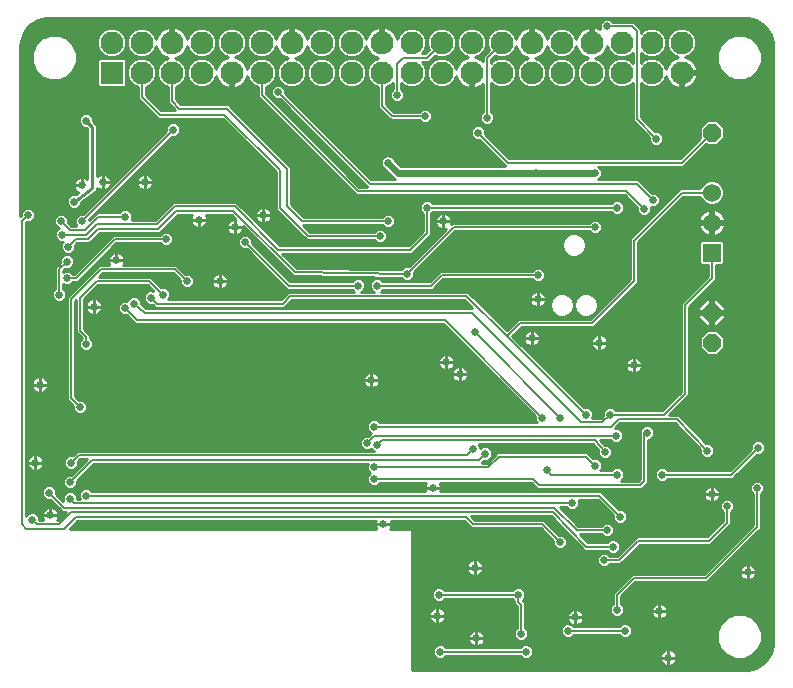
<source format=gbl>
G75*
%MOIN*%
%OFA0B0*%
%FSLAX25Y25*%
%IPPOS*%
%LPD*%
%AMOC8*
5,1,8,0,0,1.08239X$1,22.5*
%
%ADD10R,0.07600X0.07600*%
%ADD11C,0.07600*%
%ADD12OC8,0.05937*%
%ADD13R,0.06000X0.06000*%
%ADD14C,0.06000*%
%ADD15C,0.01000*%
%ADD16C,0.02600*%
%ADD17C,0.02400*%
%ADD18C,0.00600*%
D10*
X0111500Y0206000D03*
D11*
X0121500Y0206000D03*
X0131500Y0206000D03*
X0141500Y0206000D03*
X0151500Y0206000D03*
X0161500Y0206000D03*
X0171500Y0206000D03*
X0181500Y0206000D03*
X0191500Y0206000D03*
X0201500Y0206000D03*
X0211500Y0206000D03*
X0221500Y0206000D03*
X0231500Y0206000D03*
X0241500Y0206000D03*
X0251500Y0206000D03*
X0261500Y0206000D03*
X0271500Y0206000D03*
X0281500Y0206000D03*
X0291500Y0206000D03*
X0301500Y0206000D03*
X0301500Y0216000D03*
X0291500Y0216000D03*
X0281500Y0216000D03*
X0271500Y0216000D03*
X0261500Y0216000D03*
X0251500Y0216000D03*
X0241500Y0216000D03*
X0231500Y0216000D03*
X0221500Y0216000D03*
X0211500Y0216000D03*
X0201500Y0216000D03*
X0191500Y0216000D03*
X0181500Y0216000D03*
X0171500Y0216000D03*
X0161500Y0216000D03*
X0151500Y0216000D03*
X0141500Y0216000D03*
X0131500Y0216000D03*
X0121500Y0216000D03*
X0111500Y0216000D03*
D12*
X0311500Y0186000D03*
X0311500Y0126000D03*
X0311500Y0116000D03*
D13*
X0311500Y0146000D03*
D14*
X0311500Y0156000D03*
X0311500Y0166000D03*
D15*
X0314362Y0163064D02*
X0331953Y0163064D01*
X0331953Y0162066D02*
X0312715Y0162066D01*
X0312316Y0161900D02*
X0313822Y0162524D01*
X0314976Y0163678D01*
X0315600Y0165184D01*
X0315600Y0166816D01*
X0314976Y0168322D01*
X0313822Y0169476D01*
X0312316Y0170100D01*
X0310684Y0170100D01*
X0309178Y0169476D01*
X0308024Y0168322D01*
X0307642Y0167400D01*
X0300920Y0167400D01*
X0284920Y0151400D01*
X0284100Y0150580D01*
X0284100Y0137080D01*
X0270920Y0123900D01*
X0246938Y0123900D01*
X0243086Y0120048D01*
X0230488Y0132492D01*
X0230080Y0132900D01*
X0230075Y0132900D01*
X0230071Y0132904D01*
X0229496Y0132900D01*
X0201202Y0132900D01*
X0201359Y0132965D01*
X0201994Y0133600D01*
X0218580Y0133600D01*
X0219400Y0134420D01*
X0222080Y0137100D01*
X0251506Y0137100D01*
X0252141Y0136465D01*
X0253023Y0136100D01*
X0253977Y0136100D01*
X0254859Y0136465D01*
X0255535Y0137141D01*
X0255900Y0138023D01*
X0255900Y0138977D01*
X0255535Y0139859D01*
X0254859Y0140535D01*
X0253977Y0140900D01*
X0253023Y0140900D01*
X0252141Y0140535D01*
X0251506Y0139900D01*
X0220920Y0139900D01*
X0217420Y0136400D01*
X0201994Y0136400D01*
X0201359Y0137035D01*
X0200477Y0137400D01*
X0199523Y0137400D01*
X0198641Y0137035D01*
X0197965Y0136359D01*
X0197600Y0135477D01*
X0197600Y0134523D01*
X0197965Y0133641D01*
X0198641Y0132965D01*
X0198798Y0132900D01*
X0194702Y0132900D01*
X0194859Y0132965D01*
X0195535Y0133641D01*
X0195900Y0134523D01*
X0195900Y0135477D01*
X0195535Y0136359D01*
X0194859Y0137035D01*
X0193977Y0137400D01*
X0193023Y0137400D01*
X0192141Y0137035D01*
X0191506Y0136400D01*
X0171080Y0136400D01*
X0158400Y0149080D01*
X0158400Y0149977D01*
X0158035Y0150859D01*
X0157359Y0151535D01*
X0156477Y0151900D01*
X0155523Y0151900D01*
X0154641Y0151535D01*
X0153965Y0150859D01*
X0153600Y0149977D01*
X0153600Y0149023D01*
X0153965Y0148141D01*
X0154641Y0147465D01*
X0155523Y0147100D01*
X0156420Y0147100D01*
X0169920Y0133600D01*
X0191506Y0133600D01*
X0192141Y0132965D01*
X0192298Y0132900D01*
X0170420Y0132900D01*
X0169600Y0132080D01*
X0167920Y0130400D01*
X0130294Y0130400D01*
X0130535Y0130641D01*
X0130900Y0131523D01*
X0130900Y0132477D01*
X0130535Y0133359D01*
X0129859Y0134035D01*
X0128977Y0134400D01*
X0128080Y0134400D01*
X0124580Y0137900D01*
X0107380Y0137900D01*
X0108580Y0139100D01*
X0131920Y0139100D01*
X0134100Y0136920D01*
X0134100Y0136023D01*
X0134465Y0135141D01*
X0135141Y0134465D01*
X0136023Y0134100D01*
X0136977Y0134100D01*
X0137859Y0134465D01*
X0138535Y0135141D01*
X0138900Y0136023D01*
X0138900Y0136977D01*
X0138535Y0137859D01*
X0137859Y0138535D01*
X0136977Y0138900D01*
X0136080Y0138900D01*
X0133080Y0141900D01*
X0115298Y0141900D01*
X0115481Y0142174D01*
X0115692Y0142683D01*
X0115800Y0143224D01*
X0115800Y0143500D01*
X0115800Y0143776D01*
X0115692Y0144317D01*
X0115481Y0144826D01*
X0115175Y0145285D01*
X0114785Y0145675D01*
X0114326Y0145981D01*
X0113817Y0146192D01*
X0113276Y0146300D01*
X0113000Y0146300D01*
X0113000Y0143500D01*
X0113000Y0143500D01*
X0115800Y0143500D01*
X0113000Y0143500D01*
X0113000Y0143500D01*
X0113000Y0143500D01*
X0110200Y0143500D01*
X0110200Y0143776D01*
X0110308Y0144317D01*
X0110519Y0144826D01*
X0110825Y0145285D01*
X0111215Y0145675D01*
X0111674Y0145981D01*
X0112183Y0146192D01*
X0112724Y0146300D01*
X0113000Y0146300D01*
X0113000Y0143500D01*
X0110200Y0143500D01*
X0110200Y0143224D01*
X0110308Y0142683D01*
X0110519Y0142174D01*
X0110702Y0141900D01*
X0107420Y0141900D01*
X0106600Y0141080D01*
X0096600Y0131080D01*
X0096600Y0096920D01*
X0098600Y0094920D01*
X0098600Y0094023D01*
X0098965Y0093141D01*
X0099641Y0092465D01*
X0100523Y0092100D01*
X0101477Y0092100D01*
X0102359Y0092465D01*
X0103035Y0093141D01*
X0103400Y0094023D01*
X0103400Y0094977D01*
X0103035Y0095859D01*
X0102359Y0096535D01*
X0101477Y0096900D01*
X0100580Y0096900D01*
X0099400Y0098080D01*
X0099400Y0129920D01*
X0099600Y0130120D01*
X0099600Y0119420D01*
X0100420Y0118600D01*
X0101563Y0117457D01*
X0100965Y0116859D01*
X0100600Y0115977D01*
X0100600Y0115023D01*
X0100965Y0114141D01*
X0101641Y0113465D01*
X0102523Y0113100D01*
X0103477Y0113100D01*
X0104359Y0113465D01*
X0105035Y0114141D01*
X0105400Y0115023D01*
X0105400Y0115977D01*
X0105035Y0116859D01*
X0104400Y0117494D01*
X0104400Y0118580D01*
X0102400Y0120580D01*
X0102400Y0130420D01*
X0107080Y0135100D01*
X0123420Y0135100D01*
X0125221Y0133299D01*
X0124977Y0133400D01*
X0124023Y0133400D01*
X0123141Y0133035D01*
X0122465Y0132359D01*
X0122100Y0131477D01*
X0122100Y0130523D01*
X0122465Y0129641D01*
X0123141Y0128965D01*
X0124023Y0128600D01*
X0124920Y0128600D01*
X0125100Y0128420D01*
X0125920Y0127600D01*
X0169080Y0127600D01*
X0171580Y0130100D01*
X0228925Y0130100D01*
X0231658Y0127400D01*
X0123018Y0127400D01*
X0121400Y0128787D01*
X0121400Y0129477D01*
X0121035Y0130359D01*
X0120359Y0131035D01*
X0119477Y0131400D01*
X0118523Y0131400D01*
X0117641Y0131035D01*
X0116965Y0130359D01*
X0116731Y0129795D01*
X0116477Y0129900D01*
X0115523Y0129900D01*
X0114641Y0129535D01*
X0113965Y0128859D01*
X0113600Y0127977D01*
X0113600Y0127023D01*
X0113965Y0126141D01*
X0114641Y0125465D01*
X0115523Y0125100D01*
X0116420Y0125100D01*
X0118600Y0122920D01*
X0119420Y0122100D01*
X0221920Y0122100D01*
X0252600Y0091420D01*
X0252600Y0090523D01*
X0252965Y0089641D01*
X0253206Y0089400D01*
X0200994Y0089400D01*
X0200359Y0090035D01*
X0199477Y0090400D01*
X0198523Y0090400D01*
X0197641Y0090035D01*
X0196965Y0089359D01*
X0196600Y0088477D01*
X0196600Y0087523D01*
X0196965Y0086641D01*
X0197641Y0085965D01*
X0197884Y0085864D01*
X0196920Y0084900D01*
X0196023Y0084900D01*
X0195141Y0084535D01*
X0194465Y0083859D01*
X0194100Y0082977D01*
X0194100Y0082023D01*
X0194465Y0081141D01*
X0195141Y0080465D01*
X0196023Y0080100D01*
X0196977Y0080100D01*
X0197859Y0080465D01*
X0198000Y0080606D01*
X0198641Y0079965D01*
X0198798Y0079900D01*
X0099920Y0079900D01*
X0099100Y0079080D01*
X0098420Y0078400D01*
X0097523Y0078400D01*
X0096641Y0078035D01*
X0095965Y0077359D01*
X0095600Y0076477D01*
X0095600Y0075523D01*
X0095965Y0074641D01*
X0096641Y0073965D01*
X0097523Y0073600D01*
X0098477Y0073600D01*
X0099359Y0073965D01*
X0100035Y0074641D01*
X0100400Y0075523D01*
X0100400Y0076420D01*
X0101080Y0077100D01*
X0103120Y0077100D01*
X0097920Y0071900D01*
X0097023Y0071900D01*
X0096141Y0071535D01*
X0095465Y0070859D01*
X0095100Y0069977D01*
X0095100Y0069023D01*
X0095465Y0068141D01*
X0096141Y0067465D01*
X0097023Y0067100D01*
X0097977Y0067100D01*
X0098859Y0067465D01*
X0099535Y0068141D01*
X0099900Y0069023D01*
X0099900Y0069920D01*
X0105580Y0075600D01*
X0196858Y0075600D01*
X0196600Y0074977D01*
X0196600Y0074023D01*
X0196965Y0073141D01*
X0197606Y0072500D01*
X0196965Y0071859D01*
X0196600Y0070977D01*
X0196600Y0070023D01*
X0196965Y0069141D01*
X0197641Y0068465D01*
X0198523Y0068100D01*
X0199477Y0068100D01*
X0200359Y0068465D01*
X0200994Y0069100D01*
X0216202Y0069100D01*
X0216019Y0068826D01*
X0215808Y0068317D01*
X0215700Y0067776D01*
X0215700Y0067500D01*
X0218500Y0067500D01*
X0221300Y0067500D01*
X0221300Y0067776D01*
X0221192Y0068317D01*
X0220981Y0068826D01*
X0220798Y0069100D01*
X0251420Y0069100D01*
X0252600Y0067920D01*
X0253420Y0067100D01*
X0288080Y0067100D01*
X0289580Y0068600D01*
X0290400Y0069420D01*
X0290400Y0083600D01*
X0290477Y0083600D01*
X0291359Y0083965D01*
X0292035Y0084641D01*
X0292400Y0085523D01*
X0292400Y0086477D01*
X0292035Y0087359D01*
X0291359Y0088035D01*
X0290477Y0088400D01*
X0289523Y0088400D01*
X0288641Y0088035D01*
X0287965Y0087359D01*
X0287600Y0086477D01*
X0287600Y0085727D01*
X0287488Y0085393D01*
X0287600Y0085169D01*
X0287600Y0070580D01*
X0286920Y0069900D01*
X0281202Y0069900D01*
X0281359Y0069965D01*
X0282035Y0070641D01*
X0282400Y0071523D01*
X0282400Y0072477D01*
X0282035Y0073359D01*
X0281359Y0074035D01*
X0280477Y0074400D01*
X0279523Y0074400D01*
X0278641Y0074035D01*
X0278006Y0073400D01*
X0274294Y0073400D01*
X0274535Y0073641D01*
X0274900Y0074523D01*
X0274900Y0075477D01*
X0274535Y0076359D01*
X0273859Y0077035D01*
X0272977Y0077400D01*
X0272080Y0077400D01*
X0270080Y0079400D01*
X0239920Y0079400D01*
X0239100Y0078580D01*
X0239100Y0078580D01*
X0236420Y0075900D01*
X0234880Y0075900D01*
X0235400Y0076420D01*
X0235580Y0076600D01*
X0236477Y0076600D01*
X0237359Y0076965D01*
X0238035Y0077641D01*
X0238400Y0078523D01*
X0238400Y0079477D01*
X0238035Y0080359D01*
X0237359Y0081035D01*
X0236477Y0081400D01*
X0235523Y0081400D01*
X0234641Y0081035D01*
X0234400Y0080794D01*
X0234400Y0080977D01*
X0234035Y0081859D01*
X0233794Y0082100D01*
X0271865Y0082100D01*
X0273639Y0080072D01*
X0273600Y0079977D01*
X0273600Y0079023D01*
X0273965Y0078141D01*
X0274641Y0077465D01*
X0275523Y0077100D01*
X0276477Y0077100D01*
X0277359Y0077465D01*
X0278035Y0078141D01*
X0278400Y0079023D01*
X0278400Y0079977D01*
X0278035Y0080859D01*
X0277359Y0081535D01*
X0276477Y0081900D01*
X0275760Y0081900D01*
X0274273Y0083600D01*
X0277506Y0083600D01*
X0278141Y0082965D01*
X0279023Y0082600D01*
X0279977Y0082600D01*
X0280859Y0082965D01*
X0281535Y0083641D01*
X0281900Y0084523D01*
X0281900Y0085477D01*
X0281535Y0086359D01*
X0280859Y0087035D01*
X0279977Y0087400D01*
X0279380Y0087400D01*
X0281080Y0089100D01*
X0299400Y0089100D01*
X0307604Y0080486D01*
X0307600Y0080477D01*
X0307600Y0079523D01*
X0307965Y0078641D01*
X0308641Y0077965D01*
X0309523Y0077600D01*
X0310477Y0077600D01*
X0311359Y0077965D01*
X0312035Y0078641D01*
X0312400Y0079523D01*
X0312400Y0080477D01*
X0312035Y0081359D01*
X0311359Y0082035D01*
X0310477Y0082400D01*
X0309648Y0082400D01*
X0301400Y0091060D01*
X0301400Y0091080D01*
X0301002Y0091478D01*
X0300614Y0091885D01*
X0300594Y0091886D01*
X0300580Y0091900D01*
X0300017Y0091900D01*
X0299454Y0091914D01*
X0299440Y0091900D01*
X0297380Y0091900D01*
X0303900Y0098420D01*
X0303900Y0127920D01*
X0312900Y0136920D01*
X0312900Y0141900D01*
X0314956Y0141900D01*
X0315600Y0142544D01*
X0315600Y0149456D01*
X0314956Y0150100D01*
X0308044Y0150100D01*
X0307400Y0149456D01*
X0307400Y0142544D01*
X0308044Y0141900D01*
X0310100Y0141900D01*
X0310100Y0138080D01*
X0301920Y0129900D01*
X0301100Y0129080D01*
X0301100Y0099580D01*
X0294920Y0093400D01*
X0279494Y0093400D01*
X0278859Y0094035D01*
X0277977Y0094400D01*
X0277023Y0094400D01*
X0276141Y0094035D01*
X0275465Y0093359D01*
X0275100Y0092477D01*
X0275100Y0091580D01*
X0274420Y0090900D01*
X0271642Y0090900D01*
X0271900Y0091523D01*
X0271900Y0092477D01*
X0271535Y0093359D01*
X0270859Y0094035D01*
X0269977Y0094400D01*
X0269062Y0094400D01*
X0245078Y0118080D01*
X0248098Y0121100D01*
X0272080Y0121100D01*
X0272900Y0121920D01*
X0286900Y0135920D01*
X0286900Y0149420D01*
X0302080Y0164600D01*
X0307642Y0164600D01*
X0308024Y0163678D01*
X0309178Y0162524D01*
X0310684Y0161900D01*
X0312316Y0161900D01*
X0312000Y0160477D02*
X0312554Y0160389D01*
X0313227Y0160170D01*
X0313859Y0159849D01*
X0314432Y0159432D01*
X0314932Y0158932D01*
X0315349Y0158359D01*
X0315670Y0157727D01*
X0315889Y0157054D01*
X0315977Y0156500D01*
X0312000Y0156500D01*
X0312000Y0155500D01*
X0315977Y0155500D01*
X0315889Y0154946D01*
X0315670Y0154273D01*
X0315349Y0153641D01*
X0314932Y0153068D01*
X0314432Y0152568D01*
X0313859Y0152151D01*
X0313227Y0151830D01*
X0312554Y0151611D01*
X0312000Y0151523D01*
X0312000Y0155500D01*
X0311000Y0155500D01*
X0311000Y0151523D01*
X0310446Y0151611D01*
X0309773Y0151830D01*
X0309141Y0152151D01*
X0308568Y0152568D01*
X0308068Y0153068D01*
X0307651Y0153641D01*
X0307330Y0154273D01*
X0307111Y0154946D01*
X0307023Y0155500D01*
X0311000Y0155500D01*
X0311000Y0156500D01*
X0311000Y0160477D01*
X0310446Y0160389D01*
X0309773Y0160170D01*
X0309141Y0159849D01*
X0308568Y0159432D01*
X0308068Y0158932D01*
X0307651Y0158359D01*
X0307330Y0157727D01*
X0307111Y0157054D01*
X0307023Y0156500D01*
X0311000Y0156500D01*
X0312000Y0156500D01*
X0312000Y0160477D01*
X0312000Y0160068D02*
X0311000Y0160068D01*
X0311000Y0159070D02*
X0312000Y0159070D01*
X0312000Y0158071D02*
X0311000Y0158071D01*
X0311000Y0157073D02*
X0312000Y0157073D01*
X0312000Y0156074D02*
X0331953Y0156074D01*
X0331953Y0155076D02*
X0315910Y0155076D01*
X0315571Y0154077D02*
X0331953Y0154077D01*
X0331953Y0153079D02*
X0314940Y0153079D01*
X0313719Y0152080D02*
X0331953Y0152080D01*
X0331953Y0151082D02*
X0288562Y0151082D01*
X0289560Y0152080D02*
X0309281Y0152080D01*
X0308060Y0153079D02*
X0290559Y0153079D01*
X0291557Y0154077D02*
X0307429Y0154077D01*
X0307090Y0155076D02*
X0292556Y0155076D01*
X0293554Y0156074D02*
X0311000Y0156074D01*
X0311000Y0155076D02*
X0312000Y0155076D01*
X0312000Y0154077D02*
X0311000Y0154077D01*
X0311000Y0153079D02*
X0312000Y0153079D01*
X0312000Y0152080D02*
X0311000Y0152080D01*
X0308028Y0150083D02*
X0287563Y0150083D01*
X0286900Y0149085D02*
X0307400Y0149085D01*
X0307400Y0148086D02*
X0286900Y0148086D01*
X0286900Y0147088D02*
X0307400Y0147088D01*
X0307400Y0146089D02*
X0286900Y0146089D01*
X0286900Y0145091D02*
X0307400Y0145091D01*
X0307400Y0144092D02*
X0286900Y0144092D01*
X0286900Y0143094D02*
X0307400Y0143094D01*
X0307849Y0142095D02*
X0286900Y0142095D01*
X0286900Y0141097D02*
X0310100Y0141097D01*
X0310100Y0140098D02*
X0286900Y0140098D01*
X0286900Y0139100D02*
X0310100Y0139100D01*
X0310100Y0138101D02*
X0286900Y0138101D01*
X0286900Y0137103D02*
X0309123Y0137103D01*
X0308124Y0136104D02*
X0286900Y0136104D01*
X0286086Y0135106D02*
X0307126Y0135106D01*
X0306127Y0134107D02*
X0285087Y0134107D01*
X0284089Y0133109D02*
X0305129Y0133109D01*
X0304130Y0132110D02*
X0283090Y0132110D01*
X0282092Y0131112D02*
X0303132Y0131112D01*
X0302133Y0130113D02*
X0281093Y0130113D01*
X0280095Y0129115D02*
X0301135Y0129115D01*
X0301100Y0128116D02*
X0279096Y0128116D01*
X0278098Y0127118D02*
X0301100Y0127118D01*
X0301100Y0126119D02*
X0277099Y0126119D01*
X0276100Y0125121D02*
X0301100Y0125121D01*
X0301100Y0124122D02*
X0275102Y0124122D01*
X0274103Y0123124D02*
X0301100Y0123124D01*
X0301100Y0122125D02*
X0273105Y0122125D01*
X0272106Y0121127D02*
X0301100Y0121127D01*
X0301100Y0120128D02*
X0252472Y0120128D01*
X0252317Y0120192D02*
X0251776Y0120300D01*
X0251500Y0120300D01*
X0251500Y0117500D01*
X0254300Y0117500D01*
X0254300Y0117776D01*
X0254192Y0118317D01*
X0253981Y0118826D01*
X0253675Y0119285D01*
X0253285Y0119675D01*
X0252826Y0119981D01*
X0252317Y0120192D01*
X0251500Y0120128D02*
X0251500Y0120128D01*
X0251500Y0120300D02*
X0251224Y0120300D01*
X0250683Y0120192D01*
X0250174Y0119981D01*
X0249715Y0119675D01*
X0249325Y0119285D01*
X0249019Y0118826D01*
X0248808Y0118317D01*
X0248700Y0117776D01*
X0248700Y0117500D01*
X0251500Y0117500D01*
X0251500Y0117500D01*
X0251500Y0117500D01*
X0254300Y0117500D01*
X0254300Y0117224D01*
X0254192Y0116683D01*
X0253981Y0116174D01*
X0253675Y0115715D01*
X0253285Y0115325D01*
X0252826Y0115019D01*
X0252317Y0114808D01*
X0251776Y0114700D01*
X0251500Y0114700D01*
X0251500Y0117500D01*
X0251500Y0117500D01*
X0251500Y0117500D01*
X0251500Y0120300D01*
X0250528Y0120128D02*
X0247126Y0120128D01*
X0246127Y0119130D02*
X0249221Y0119130D01*
X0248771Y0118131D02*
X0245129Y0118131D01*
X0246038Y0117132D02*
X0248718Y0117132D01*
X0248700Y0117224D02*
X0248808Y0116683D01*
X0249019Y0116174D01*
X0249325Y0115715D01*
X0249715Y0115325D01*
X0250174Y0115019D01*
X0250683Y0114808D01*
X0251224Y0114700D01*
X0251500Y0114700D01*
X0251500Y0117500D01*
X0248700Y0117500D01*
X0248700Y0117224D01*
X0249045Y0116134D02*
X0247049Y0116134D01*
X0248061Y0115135D02*
X0249999Y0115135D01*
X0249072Y0114137D02*
X0271903Y0114137D01*
X0271825Y0114215D02*
X0272215Y0113825D01*
X0272674Y0113519D01*
X0273183Y0113308D01*
X0273724Y0113200D01*
X0274000Y0113200D01*
X0274276Y0113200D01*
X0274817Y0113308D01*
X0275326Y0113519D01*
X0275785Y0113825D01*
X0276175Y0114215D01*
X0276481Y0114674D01*
X0276692Y0115183D01*
X0276800Y0115724D01*
X0276800Y0116000D01*
X0276800Y0116276D01*
X0276692Y0116817D01*
X0276481Y0117326D01*
X0276175Y0117785D01*
X0275785Y0118175D01*
X0275326Y0118481D01*
X0274817Y0118692D01*
X0274276Y0118800D01*
X0274000Y0118800D01*
X0274000Y0116000D01*
X0276800Y0116000D01*
X0274000Y0116000D01*
X0274000Y0116000D01*
X0274000Y0116000D01*
X0274000Y0113200D01*
X0274000Y0116000D01*
X0274000Y0116000D01*
X0274000Y0116000D01*
X0271200Y0116000D01*
X0271200Y0116276D01*
X0271308Y0116817D01*
X0271519Y0117326D01*
X0271825Y0117785D01*
X0272215Y0118175D01*
X0272674Y0118481D01*
X0273183Y0118692D01*
X0273724Y0118800D01*
X0274000Y0118800D01*
X0274000Y0116000D01*
X0271200Y0116000D01*
X0271200Y0115724D01*
X0271308Y0115183D01*
X0271519Y0114674D01*
X0271825Y0114215D01*
X0271327Y0115135D02*
X0253001Y0115135D01*
X0253955Y0116134D02*
X0271200Y0116134D01*
X0271438Y0117132D02*
X0254282Y0117132D01*
X0254229Y0118131D02*
X0272171Y0118131D01*
X0274000Y0118131D02*
X0274000Y0118131D01*
X0274000Y0117132D02*
X0274000Y0117132D01*
X0274000Y0116134D02*
X0274000Y0116134D01*
X0274000Y0115135D02*
X0274000Y0115135D01*
X0274000Y0114137D02*
X0274000Y0114137D01*
X0276097Y0114137D02*
X0301100Y0114137D01*
X0301100Y0115135D02*
X0276673Y0115135D01*
X0276800Y0116134D02*
X0301100Y0116134D01*
X0301100Y0117132D02*
X0276562Y0117132D01*
X0275829Y0118131D02*
X0301100Y0118131D01*
X0301100Y0119130D02*
X0253779Y0119130D01*
X0251500Y0119130D02*
X0251500Y0119130D01*
X0251500Y0118131D02*
X0251500Y0118131D01*
X0251500Y0117132D02*
X0251500Y0117132D01*
X0251500Y0116134D02*
X0251500Y0116134D01*
X0251500Y0115135D02*
X0251500Y0115135D01*
X0250083Y0113138D02*
X0301100Y0113138D01*
X0301100Y0112140D02*
X0251094Y0112140D01*
X0252106Y0111141D02*
X0284560Y0111141D01*
X0284683Y0111192D02*
X0284174Y0110981D01*
X0283715Y0110675D01*
X0283325Y0110285D01*
X0283019Y0109826D01*
X0282808Y0109317D01*
X0282700Y0108776D01*
X0282700Y0108500D01*
X0285500Y0108500D01*
X0288300Y0108500D01*
X0288300Y0108776D01*
X0288192Y0109317D01*
X0287981Y0109826D01*
X0287675Y0110285D01*
X0287285Y0110675D01*
X0286826Y0110981D01*
X0286317Y0111192D01*
X0285776Y0111300D01*
X0285500Y0111300D01*
X0285500Y0108500D01*
X0285500Y0108500D01*
X0285500Y0108500D01*
X0288300Y0108500D01*
X0288300Y0108224D01*
X0288192Y0107683D01*
X0287981Y0107174D01*
X0287675Y0106715D01*
X0287285Y0106325D01*
X0286826Y0106019D01*
X0286317Y0105808D01*
X0285776Y0105700D01*
X0285500Y0105700D01*
X0285500Y0108500D01*
X0285500Y0108500D01*
X0285500Y0108500D01*
X0285500Y0111300D01*
X0285224Y0111300D01*
X0284683Y0111192D01*
X0285500Y0111141D02*
X0285500Y0111141D01*
X0286440Y0111141D02*
X0301100Y0111141D01*
X0301100Y0110143D02*
X0287770Y0110143D01*
X0288227Y0109144D02*
X0301100Y0109144D01*
X0301100Y0108146D02*
X0288284Y0108146D01*
X0287964Y0107147D02*
X0301100Y0107147D01*
X0301100Y0106149D02*
X0287021Y0106149D01*
X0285500Y0106149D02*
X0285500Y0106149D01*
X0285500Y0105700D02*
X0285500Y0108500D01*
X0282700Y0108500D01*
X0282700Y0108224D01*
X0282808Y0107683D01*
X0283019Y0107174D01*
X0283325Y0106715D01*
X0283715Y0106325D01*
X0284174Y0106019D01*
X0284683Y0105808D01*
X0285224Y0105700D01*
X0285500Y0105700D01*
X0285500Y0107147D02*
X0285500Y0107147D01*
X0285500Y0108146D02*
X0285500Y0108146D01*
X0285500Y0109144D02*
X0285500Y0109144D01*
X0285500Y0110143D02*
X0285500Y0110143D01*
X0283230Y0110143D02*
X0253117Y0110143D01*
X0254128Y0109144D02*
X0282773Y0109144D01*
X0282716Y0108146D02*
X0255140Y0108146D01*
X0256151Y0107147D02*
X0283036Y0107147D01*
X0283979Y0106149D02*
X0257162Y0106149D01*
X0258174Y0105150D02*
X0301100Y0105150D01*
X0301100Y0104152D02*
X0259185Y0104152D01*
X0260196Y0103153D02*
X0301100Y0103153D01*
X0301100Y0102155D02*
X0261208Y0102155D01*
X0262219Y0101156D02*
X0301100Y0101156D01*
X0301100Y0100158D02*
X0263230Y0100158D01*
X0264242Y0099159D02*
X0300679Y0099159D01*
X0299681Y0098161D02*
X0265253Y0098161D01*
X0266264Y0097162D02*
X0298682Y0097162D01*
X0297684Y0096164D02*
X0267275Y0096164D01*
X0268287Y0095165D02*
X0296685Y0095165D01*
X0295687Y0094167D02*
X0278541Y0094167D01*
X0276459Y0094167D02*
X0270541Y0094167D01*
X0271614Y0093168D02*
X0275386Y0093168D01*
X0275100Y0092170D02*
X0271900Y0092170D01*
X0271754Y0091171D02*
X0274691Y0091171D01*
X0280156Y0088176D02*
X0288981Y0088176D01*
X0287890Y0087177D02*
X0280515Y0087177D01*
X0281610Y0086179D02*
X0287600Y0086179D01*
X0287595Y0085180D02*
X0281900Y0085180D01*
X0281759Y0084182D02*
X0287600Y0084182D01*
X0287600Y0083183D02*
X0281077Y0083183D01*
X0277923Y0083183D02*
X0274638Y0083183D01*
X0275511Y0082185D02*
X0287600Y0082185D01*
X0287600Y0081186D02*
X0277708Y0081186D01*
X0278313Y0080188D02*
X0287600Y0080188D01*
X0287600Y0079189D02*
X0278400Y0079189D01*
X0278055Y0078191D02*
X0287600Y0078191D01*
X0287600Y0077192D02*
X0276700Y0077192D01*
X0275300Y0077192D02*
X0273479Y0077192D01*
X0273945Y0078191D02*
X0271289Y0078191D01*
X0270291Y0079189D02*
X0273600Y0079189D01*
X0273538Y0080188D02*
X0238106Y0080188D01*
X0238400Y0079189D02*
X0239709Y0079189D01*
X0238711Y0078191D02*
X0238262Y0078191D01*
X0237712Y0077192D02*
X0237586Y0077192D01*
X0236714Y0076194D02*
X0235173Y0076194D01*
X0235006Y0081186D02*
X0234314Y0081186D01*
X0236994Y0081186D02*
X0272664Y0081186D01*
X0274603Y0076194D02*
X0287600Y0076194D01*
X0287600Y0075195D02*
X0274900Y0075195D01*
X0274765Y0074197D02*
X0279031Y0074197D01*
X0280969Y0074197D02*
X0287600Y0074197D01*
X0287600Y0073198D02*
X0282102Y0073198D01*
X0282400Y0072199D02*
X0287600Y0072199D01*
X0287600Y0071201D02*
X0282267Y0071201D01*
X0281597Y0070202D02*
X0287223Y0070202D01*
X0289185Y0068205D02*
X0310749Y0068205D01*
X0310683Y0068192D02*
X0310174Y0067981D01*
X0309715Y0067675D01*
X0309325Y0067285D01*
X0309019Y0066826D01*
X0308808Y0066317D01*
X0308700Y0065776D01*
X0308700Y0065500D01*
X0311500Y0065500D01*
X0314300Y0065500D01*
X0314300Y0065776D01*
X0314192Y0066317D01*
X0313981Y0066826D01*
X0313675Y0067285D01*
X0313285Y0067675D01*
X0312826Y0067981D01*
X0312317Y0068192D01*
X0311776Y0068300D01*
X0311500Y0068300D01*
X0311500Y0065500D01*
X0311500Y0065500D01*
X0311500Y0065500D01*
X0314300Y0065500D01*
X0314300Y0065224D01*
X0314192Y0064683D01*
X0313981Y0064174D01*
X0313675Y0063715D01*
X0313285Y0063325D01*
X0312826Y0063019D01*
X0312317Y0062808D01*
X0311776Y0062700D01*
X0311500Y0062700D01*
X0311500Y0065500D01*
X0311500Y0065500D01*
X0311500Y0065500D01*
X0311500Y0068300D01*
X0311224Y0068300D01*
X0310683Y0068192D01*
X0311500Y0068205D02*
X0311500Y0068205D01*
X0312251Y0068205D02*
X0324194Y0068205D01*
X0324100Y0067977D02*
X0324100Y0067023D01*
X0324465Y0066141D01*
X0325100Y0065506D01*
X0325100Y0055080D01*
X0308920Y0038900D01*
X0284920Y0038900D01*
X0284100Y0038080D01*
X0278600Y0032580D01*
X0278600Y0028994D01*
X0277965Y0028359D01*
X0277600Y0027477D01*
X0277600Y0026523D01*
X0277965Y0025641D01*
X0278641Y0024965D01*
X0279523Y0024600D01*
X0280477Y0024600D01*
X0281359Y0024965D01*
X0282035Y0025641D01*
X0282400Y0026523D01*
X0282400Y0027477D01*
X0282035Y0028359D01*
X0281400Y0028994D01*
X0281400Y0031420D01*
X0286080Y0036100D01*
X0310080Y0036100D01*
X0327080Y0053100D01*
X0327900Y0053920D01*
X0327900Y0065506D01*
X0328535Y0066141D01*
X0328900Y0067023D01*
X0328900Y0067977D01*
X0328535Y0068859D01*
X0327859Y0069535D01*
X0326977Y0069900D01*
X0326023Y0069900D01*
X0325141Y0069535D01*
X0324465Y0068859D01*
X0324100Y0067977D01*
X0324100Y0067207D02*
X0313727Y0067207D01*
X0314214Y0066208D02*
X0324437Y0066208D01*
X0325100Y0065210D02*
X0314297Y0065210D01*
X0313997Y0064211D02*
X0325100Y0064211D01*
X0325100Y0063213D02*
X0318181Y0063213D01*
X0317859Y0063535D02*
X0316977Y0063900D01*
X0316023Y0063900D01*
X0315141Y0063535D01*
X0314465Y0062859D01*
X0314100Y0061977D01*
X0314100Y0061023D01*
X0314465Y0060141D01*
X0315100Y0059506D01*
X0315100Y0056580D01*
X0309920Y0051400D01*
X0286420Y0051400D01*
X0285600Y0050580D01*
X0279920Y0044900D01*
X0277494Y0044900D01*
X0276859Y0045535D01*
X0275977Y0045900D01*
X0275023Y0045900D01*
X0274141Y0045535D01*
X0273465Y0044859D01*
X0273100Y0043977D01*
X0273100Y0043023D01*
X0273465Y0042141D01*
X0274141Y0041465D01*
X0275023Y0041100D01*
X0275977Y0041100D01*
X0276859Y0041465D01*
X0277494Y0042100D01*
X0281080Y0042100D01*
X0287580Y0048600D01*
X0311080Y0048600D01*
X0317080Y0054600D01*
X0317900Y0055420D01*
X0317900Y0059506D01*
X0318535Y0060141D01*
X0318900Y0061023D01*
X0318900Y0061977D01*
X0318535Y0062859D01*
X0317859Y0063535D01*
X0318802Y0062214D02*
X0325100Y0062214D01*
X0325100Y0061216D02*
X0318900Y0061216D01*
X0318566Y0060217D02*
X0325100Y0060217D01*
X0325100Y0059219D02*
X0317900Y0059219D01*
X0317900Y0058220D02*
X0325100Y0058220D01*
X0325100Y0057222D02*
X0317900Y0057222D01*
X0317900Y0056223D02*
X0325100Y0056223D01*
X0325100Y0055225D02*
X0317705Y0055225D01*
X0316706Y0054226D02*
X0324246Y0054226D01*
X0323248Y0053228D02*
X0315708Y0053228D01*
X0314709Y0052229D02*
X0322249Y0052229D01*
X0321251Y0051231D02*
X0313711Y0051231D01*
X0312712Y0050232D02*
X0320252Y0050232D01*
X0319254Y0049234D02*
X0311714Y0049234D01*
X0310749Y0052229D02*
X0278571Y0052229D01*
X0278535Y0052141D02*
X0278900Y0053023D01*
X0278900Y0053977D01*
X0278535Y0054859D01*
X0277859Y0055535D01*
X0276977Y0055900D01*
X0276023Y0055900D01*
X0275141Y0055535D01*
X0274506Y0054900D01*
X0267080Y0054900D01*
X0260880Y0061100D01*
X0263006Y0061100D01*
X0263641Y0060465D01*
X0264523Y0060100D01*
X0265477Y0060100D01*
X0266359Y0060465D01*
X0267035Y0061141D01*
X0267400Y0062023D01*
X0267400Y0062977D01*
X0267142Y0063600D01*
X0273420Y0063600D01*
X0278600Y0058420D01*
X0278600Y0057523D01*
X0278965Y0056641D01*
X0279641Y0055965D01*
X0280523Y0055600D01*
X0281477Y0055600D01*
X0282359Y0055965D01*
X0283035Y0056641D01*
X0283400Y0057523D01*
X0283400Y0058477D01*
X0283035Y0059359D01*
X0282359Y0060035D01*
X0281477Y0060400D01*
X0280580Y0060400D01*
X0274580Y0066400D01*
X0221075Y0066400D01*
X0221192Y0066683D01*
X0221300Y0067224D01*
X0221300Y0067500D01*
X0218500Y0067500D01*
X0218500Y0067500D01*
X0218500Y0067500D01*
X0215700Y0067500D01*
X0215700Y0067224D01*
X0215808Y0066683D01*
X0215925Y0066400D01*
X0104994Y0066400D01*
X0104359Y0067035D01*
X0103477Y0067400D01*
X0102523Y0067400D01*
X0101641Y0067035D01*
X0100965Y0066359D01*
X0100600Y0065477D01*
X0100600Y0064523D01*
X0100858Y0063900D01*
X0099900Y0063900D01*
X0099900Y0064477D01*
X0099535Y0065359D01*
X0098859Y0066035D01*
X0097977Y0066400D01*
X0097023Y0066400D01*
X0096141Y0066035D01*
X0095465Y0065359D01*
X0095100Y0064477D01*
X0095100Y0063523D01*
X0095201Y0063279D01*
X0092900Y0065580D01*
X0092900Y0066477D01*
X0092535Y0067359D01*
X0091859Y0068035D01*
X0090977Y0068400D01*
X0090023Y0068400D01*
X0089141Y0068035D01*
X0088465Y0067359D01*
X0088100Y0066477D01*
X0088100Y0065523D01*
X0088465Y0064641D01*
X0089141Y0063965D01*
X0090023Y0063600D01*
X0090920Y0063600D01*
X0094100Y0060420D01*
X0094920Y0059600D01*
X0096120Y0059600D01*
X0093420Y0056900D01*
X0093298Y0056900D01*
X0093481Y0057174D01*
X0093692Y0057683D01*
X0093800Y0058224D01*
X0093800Y0058500D01*
X0093800Y0058776D01*
X0093692Y0059317D01*
X0093481Y0059826D01*
X0093175Y0060285D01*
X0092785Y0060675D01*
X0092326Y0060981D01*
X0091817Y0061192D01*
X0091276Y0061300D01*
X0091000Y0061300D01*
X0091000Y0058500D01*
X0091000Y0058500D01*
X0093800Y0058500D01*
X0091000Y0058500D01*
X0091000Y0058500D01*
X0091000Y0058500D01*
X0088200Y0058500D01*
X0088200Y0058776D01*
X0088308Y0059317D01*
X0088519Y0059826D01*
X0088825Y0060285D01*
X0089215Y0060675D01*
X0089674Y0060981D01*
X0090183Y0061192D01*
X0090724Y0061300D01*
X0091000Y0061300D01*
X0091000Y0058500D01*
X0088200Y0058500D01*
X0088200Y0058224D01*
X0088308Y0057683D01*
X0088519Y0057174D01*
X0088702Y0056900D01*
X0087400Y0056900D01*
X0087400Y0057477D01*
X0087035Y0058359D01*
X0086359Y0059035D01*
X0085477Y0059400D01*
X0084523Y0059400D01*
X0083641Y0059035D01*
X0082965Y0058359D01*
X0082900Y0058202D01*
X0082900Y0155920D01*
X0083080Y0156100D01*
X0083977Y0156100D01*
X0084859Y0156465D01*
X0085535Y0157141D01*
X0085900Y0158023D01*
X0085900Y0158977D01*
X0085535Y0159859D01*
X0084859Y0160535D01*
X0083977Y0160900D01*
X0083023Y0160900D01*
X0082141Y0160535D01*
X0081465Y0159859D01*
X0081100Y0158977D01*
X0081100Y0158080D01*
X0081047Y0158027D01*
X0081047Y0214937D01*
X0081127Y0216152D01*
X0081756Y0218500D01*
X0082971Y0220605D01*
X0084690Y0222324D01*
X0086795Y0223539D01*
X0089143Y0224168D01*
X0090358Y0224248D01*
X0322642Y0224248D01*
X0323857Y0224168D01*
X0326205Y0223539D01*
X0328310Y0222324D01*
X0330029Y0220605D01*
X0331244Y0218500D01*
X0331873Y0216152D01*
X0331953Y0214937D01*
X0331953Y0016118D01*
X0331873Y0014903D01*
X0331244Y0012555D01*
X0330029Y0010450D01*
X0328310Y0008731D01*
X0326205Y0007516D01*
X0323857Y0006887D01*
X0322642Y0006807D01*
X0211500Y0006807D01*
X0211500Y0054000D01*
X0204365Y0054000D01*
X0204481Y0054174D01*
X0204692Y0054683D01*
X0204800Y0055224D01*
X0204800Y0055500D01*
X0204800Y0055776D01*
X0204692Y0056317D01*
X0204575Y0056600D01*
X0228920Y0056600D01*
X0231420Y0054100D01*
X0254420Y0054100D01*
X0258600Y0049920D01*
X0258600Y0049023D01*
X0258965Y0048141D01*
X0259641Y0047465D01*
X0260523Y0047100D01*
X0261477Y0047100D01*
X0262359Y0047465D01*
X0263035Y0048141D01*
X0263400Y0049023D01*
X0263400Y0049977D01*
X0263035Y0050859D01*
X0262359Y0051535D01*
X0261477Y0051900D01*
X0260580Y0051900D01*
X0256400Y0056080D01*
X0255580Y0056900D01*
X0232580Y0056900D01*
X0231380Y0058100D01*
X0257902Y0058100D01*
X0268100Y0047438D01*
X0268100Y0047420D01*
X0268499Y0047021D01*
X0268889Y0046613D01*
X0268907Y0046613D01*
X0268920Y0046600D01*
X0269484Y0046600D01*
X0270049Y0046587D01*
X0270062Y0046600D01*
X0276506Y0046600D01*
X0277141Y0045965D01*
X0278023Y0045600D01*
X0278977Y0045600D01*
X0279859Y0045965D01*
X0280535Y0046641D01*
X0280900Y0047523D01*
X0280900Y0048477D01*
X0280535Y0049359D01*
X0279859Y0050035D01*
X0278977Y0050400D01*
X0278023Y0050400D01*
X0277141Y0050035D01*
X0276506Y0049400D01*
X0270098Y0049400D01*
X0267516Y0052100D01*
X0274506Y0052100D01*
X0275141Y0051465D01*
X0276023Y0051100D01*
X0276977Y0051100D01*
X0277859Y0051465D01*
X0278535Y0052141D01*
X0278900Y0053228D02*
X0311748Y0053228D01*
X0312746Y0054226D02*
X0278797Y0054226D01*
X0278169Y0055225D02*
X0313745Y0055225D01*
X0314743Y0056223D02*
X0282617Y0056223D01*
X0283275Y0057222D02*
X0315100Y0057222D01*
X0315100Y0058220D02*
X0283400Y0058220D01*
X0283093Y0059219D02*
X0315100Y0059219D01*
X0314434Y0060217D02*
X0281918Y0060217D01*
X0279764Y0061216D02*
X0314100Y0061216D01*
X0314198Y0062214D02*
X0278766Y0062214D01*
X0277767Y0063213D02*
X0309883Y0063213D01*
X0309715Y0063325D02*
X0310174Y0063019D01*
X0310683Y0062808D01*
X0311224Y0062700D01*
X0311500Y0062700D01*
X0311500Y0065500D01*
X0308700Y0065500D01*
X0308700Y0065224D01*
X0308808Y0064683D01*
X0309019Y0064174D01*
X0309325Y0063715D01*
X0309715Y0063325D01*
X0309003Y0064211D02*
X0276768Y0064211D01*
X0275770Y0065210D02*
X0308703Y0065210D01*
X0308786Y0066208D02*
X0274771Y0066208D01*
X0273807Y0063213D02*
X0267302Y0063213D01*
X0267400Y0062214D02*
X0274806Y0062214D01*
X0275804Y0061216D02*
X0267066Y0061216D01*
X0265761Y0060217D02*
X0276803Y0060217D01*
X0277801Y0059219D02*
X0262761Y0059219D01*
X0261763Y0060217D02*
X0264239Y0060217D01*
X0263760Y0058220D02*
X0278600Y0058220D01*
X0278725Y0057222D02*
X0264758Y0057222D01*
X0265757Y0056223D02*
X0279383Y0056223D01*
X0274831Y0055225D02*
X0266755Y0055225D01*
X0262562Y0053228D02*
X0259252Y0053228D01*
X0258254Y0054226D02*
X0261607Y0054226D01*
X0260652Y0055225D02*
X0257255Y0055225D01*
X0256257Y0056223D02*
X0259697Y0056223D01*
X0258742Y0057222D02*
X0232258Y0057222D01*
X0230295Y0055225D02*
X0204800Y0055225D01*
X0204800Y0055500D02*
X0202000Y0055500D01*
X0204800Y0055500D01*
X0204711Y0056223D02*
X0229297Y0056223D01*
X0231294Y0054226D02*
X0204503Y0054226D01*
X0202000Y0055500D02*
X0202000Y0055500D01*
X0202000Y0055500D01*
X0199200Y0055500D01*
X0199200Y0055776D01*
X0199308Y0056317D01*
X0199425Y0056600D01*
X0100080Y0056600D01*
X0097480Y0054000D01*
X0199635Y0054000D01*
X0199519Y0054174D01*
X0199308Y0054683D01*
X0199200Y0055224D01*
X0199200Y0055500D01*
X0202000Y0055500D01*
X0199289Y0056223D02*
X0099703Y0056223D01*
X0098705Y0055225D02*
X0199200Y0055225D01*
X0199497Y0054226D02*
X0097706Y0054226D01*
X0093742Y0057222D02*
X0093501Y0057222D01*
X0093799Y0058220D02*
X0094740Y0058220D01*
X0095739Y0059219D02*
X0093712Y0059219D01*
X0093220Y0060217D02*
X0094303Y0060217D01*
X0093304Y0061216D02*
X0091699Y0061216D01*
X0091000Y0061216D02*
X0091000Y0061216D01*
X0090301Y0061216D02*
X0082900Y0061216D01*
X0082900Y0062214D02*
X0092306Y0062214D01*
X0091307Y0063213D02*
X0082900Y0063213D01*
X0082900Y0064211D02*
X0088894Y0064211D01*
X0088230Y0065210D02*
X0082900Y0065210D01*
X0082900Y0066208D02*
X0088100Y0066208D01*
X0088402Y0067207D02*
X0082900Y0067207D01*
X0082900Y0068205D02*
X0089553Y0068205D01*
X0091447Y0068205D02*
X0095438Y0068205D01*
X0095100Y0069204D02*
X0082900Y0069204D01*
X0082900Y0070202D02*
X0095193Y0070202D01*
X0095807Y0071201D02*
X0082900Y0071201D01*
X0082900Y0072199D02*
X0098220Y0072199D01*
X0099218Y0073198D02*
X0082900Y0073198D01*
X0082900Y0074197D02*
X0083844Y0074197D01*
X0083825Y0074215D02*
X0084215Y0073825D01*
X0084674Y0073519D01*
X0085183Y0073308D01*
X0085724Y0073200D01*
X0086000Y0073200D01*
X0086276Y0073200D01*
X0086817Y0073308D01*
X0087326Y0073519D01*
X0087785Y0073825D01*
X0088175Y0074215D01*
X0088481Y0074674D01*
X0088692Y0075183D01*
X0088800Y0075724D01*
X0088800Y0076000D01*
X0088800Y0076276D01*
X0088692Y0076817D01*
X0088481Y0077326D01*
X0088175Y0077785D01*
X0087785Y0078175D01*
X0087326Y0078481D01*
X0086817Y0078692D01*
X0086276Y0078800D01*
X0086000Y0078800D01*
X0086000Y0076000D01*
X0088800Y0076000D01*
X0086000Y0076000D01*
X0086000Y0076000D01*
X0086000Y0076000D01*
X0086000Y0073200D01*
X0086000Y0076000D01*
X0086000Y0076000D01*
X0086000Y0076000D01*
X0083200Y0076000D01*
X0083200Y0076276D01*
X0083308Y0076817D01*
X0083519Y0077326D01*
X0083825Y0077785D01*
X0084215Y0078175D01*
X0084674Y0078481D01*
X0085183Y0078692D01*
X0085724Y0078800D01*
X0086000Y0078800D01*
X0086000Y0076000D01*
X0083200Y0076000D01*
X0083200Y0075724D01*
X0083308Y0075183D01*
X0083519Y0074674D01*
X0083825Y0074215D01*
X0083305Y0075195D02*
X0082900Y0075195D01*
X0082900Y0076194D02*
X0083200Y0076194D01*
X0083463Y0077192D02*
X0082900Y0077192D01*
X0082900Y0078191D02*
X0084239Y0078191D01*
X0082900Y0079189D02*
X0099209Y0079189D01*
X0097017Y0078191D02*
X0087761Y0078191D01*
X0088537Y0077192D02*
X0095896Y0077192D01*
X0095600Y0076194D02*
X0088800Y0076194D01*
X0088695Y0075195D02*
X0095736Y0075195D01*
X0096409Y0074197D02*
X0088156Y0074197D01*
X0086000Y0074197D02*
X0086000Y0074197D01*
X0086000Y0075195D02*
X0086000Y0075195D01*
X0086000Y0076194D02*
X0086000Y0076194D01*
X0086000Y0077192D02*
X0086000Y0077192D01*
X0086000Y0078191D02*
X0086000Y0078191D01*
X0082900Y0080188D02*
X0195811Y0080188D01*
X0197189Y0080188D02*
X0198418Y0080188D01*
X0194446Y0081186D02*
X0082900Y0081186D01*
X0082900Y0082185D02*
X0194100Y0082185D01*
X0194185Y0083183D02*
X0082900Y0083183D01*
X0082900Y0084182D02*
X0194788Y0084182D01*
X0197200Y0085180D02*
X0082900Y0085180D01*
X0082900Y0086179D02*
X0197427Y0086179D01*
X0196743Y0087177D02*
X0082900Y0087177D01*
X0082900Y0088176D02*
X0196600Y0088176D01*
X0196889Y0089174D02*
X0082900Y0089174D01*
X0082900Y0090173D02*
X0197974Y0090173D01*
X0200026Y0090173D02*
X0252745Y0090173D01*
X0252600Y0091171D02*
X0082900Y0091171D01*
X0082900Y0092170D02*
X0100354Y0092170D01*
X0101646Y0092170D02*
X0251850Y0092170D01*
X0250852Y0093168D02*
X0103046Y0093168D01*
X0103400Y0094167D02*
X0249853Y0094167D01*
X0248855Y0095165D02*
X0103322Y0095165D01*
X0102730Y0096164D02*
X0247856Y0096164D01*
X0246858Y0097162D02*
X0100318Y0097162D01*
X0099400Y0098161D02*
X0245859Y0098161D01*
X0244861Y0099159D02*
X0099400Y0099159D01*
X0099400Y0100158D02*
X0243862Y0100158D01*
X0242864Y0101156D02*
X0199532Y0101156D01*
X0199326Y0101019D02*
X0199785Y0101325D01*
X0200175Y0101715D01*
X0200481Y0102174D01*
X0200692Y0102683D01*
X0200800Y0103224D01*
X0200800Y0103500D01*
X0200800Y0103776D01*
X0200692Y0104317D01*
X0200481Y0104826D01*
X0200175Y0105285D01*
X0199785Y0105675D01*
X0199326Y0105981D01*
X0198817Y0106192D01*
X0198276Y0106300D01*
X0198000Y0106300D01*
X0198000Y0103500D01*
X0200800Y0103500D01*
X0198000Y0103500D01*
X0198000Y0103500D01*
X0198000Y0103500D01*
X0198000Y0100700D01*
X0198276Y0100700D01*
X0198817Y0100808D01*
X0199326Y0101019D01*
X0198000Y0101156D02*
X0198000Y0101156D01*
X0198000Y0100700D02*
X0198000Y0103500D01*
X0198000Y0103500D01*
X0198000Y0103500D01*
X0195200Y0103500D01*
X0195200Y0103776D01*
X0195308Y0104317D01*
X0195519Y0104826D01*
X0195825Y0105285D01*
X0196215Y0105675D01*
X0196674Y0105981D01*
X0197183Y0106192D01*
X0197724Y0106300D01*
X0198000Y0106300D01*
X0198000Y0103500D01*
X0195200Y0103500D01*
X0195200Y0103224D01*
X0195308Y0102683D01*
X0195519Y0102174D01*
X0195825Y0101715D01*
X0196215Y0101325D01*
X0196674Y0101019D01*
X0197183Y0100808D01*
X0197724Y0100700D01*
X0198000Y0100700D01*
X0198000Y0102155D02*
X0198000Y0102155D01*
X0198000Y0103153D02*
X0198000Y0103153D01*
X0198000Y0104152D02*
X0198000Y0104152D01*
X0198000Y0105150D02*
X0198000Y0105150D01*
X0198000Y0106149D02*
X0198000Y0106149D01*
X0197078Y0106149D02*
X0099400Y0106149D01*
X0099400Y0107147D02*
X0221481Y0107147D01*
X0221674Y0107019D02*
X0222183Y0106808D01*
X0222724Y0106700D01*
X0223000Y0106700D01*
X0223276Y0106700D01*
X0223817Y0106808D01*
X0224326Y0107019D01*
X0224785Y0107325D01*
X0225175Y0107715D01*
X0225481Y0108174D01*
X0225692Y0108683D01*
X0225800Y0109224D01*
X0225800Y0109500D01*
X0225800Y0109776D01*
X0225692Y0110317D01*
X0225481Y0110826D01*
X0225175Y0111285D01*
X0224785Y0111675D01*
X0224326Y0111981D01*
X0223817Y0112192D01*
X0223276Y0112300D01*
X0223000Y0112300D01*
X0223000Y0109500D01*
X0225800Y0109500D01*
X0223000Y0109500D01*
X0223000Y0109500D01*
X0223000Y0109500D01*
X0223000Y0106700D01*
X0223000Y0109500D01*
X0223000Y0109500D01*
X0223000Y0109500D01*
X0220200Y0109500D01*
X0220200Y0109776D01*
X0220308Y0110317D01*
X0220519Y0110826D01*
X0220825Y0111285D01*
X0221215Y0111675D01*
X0221674Y0111981D01*
X0222183Y0112192D01*
X0222724Y0112300D01*
X0223000Y0112300D01*
X0223000Y0109500D01*
X0220200Y0109500D01*
X0220200Y0109224D01*
X0220308Y0108683D01*
X0220519Y0108174D01*
X0220825Y0107715D01*
X0221215Y0107325D01*
X0221674Y0107019D01*
X0223000Y0107147D02*
X0223000Y0107147D01*
X0223000Y0108146D02*
X0223000Y0108146D01*
X0223000Y0109144D02*
X0223000Y0109144D01*
X0223000Y0110143D02*
X0223000Y0110143D01*
X0223000Y0111141D02*
X0223000Y0111141D01*
X0223000Y0112140D02*
X0223000Y0112140D01*
X0223943Y0112140D02*
X0231880Y0112140D01*
X0230882Y0113138D02*
X0103570Y0113138D01*
X0102430Y0113138D02*
X0099400Y0113138D01*
X0099400Y0112140D02*
X0222057Y0112140D01*
X0220729Y0111141D02*
X0099400Y0111141D01*
X0099400Y0110143D02*
X0220273Y0110143D01*
X0220216Y0109144D02*
X0099400Y0109144D01*
X0099400Y0108146D02*
X0220537Y0108146D01*
X0224519Y0107147D02*
X0225233Y0107147D01*
X0225325Y0107285D02*
X0225019Y0106826D01*
X0224808Y0106317D01*
X0224700Y0105776D01*
X0224700Y0105500D01*
X0227500Y0105500D01*
X0230300Y0105500D01*
X0230300Y0105776D01*
X0230192Y0106317D01*
X0229981Y0106826D01*
X0229675Y0107285D01*
X0229285Y0107675D01*
X0228826Y0107981D01*
X0228317Y0108192D01*
X0227776Y0108300D01*
X0227500Y0108300D01*
X0227500Y0105500D01*
X0227500Y0105500D01*
X0227500Y0105500D01*
X0230300Y0105500D01*
X0230300Y0105224D01*
X0230192Y0104683D01*
X0229981Y0104174D01*
X0229675Y0103715D01*
X0229285Y0103325D01*
X0228826Y0103019D01*
X0228317Y0102808D01*
X0227776Y0102700D01*
X0227500Y0102700D01*
X0227500Y0105500D01*
X0227500Y0105500D01*
X0227500Y0105500D01*
X0227500Y0108300D01*
X0227224Y0108300D01*
X0226683Y0108192D01*
X0226174Y0107981D01*
X0225715Y0107675D01*
X0225325Y0107285D01*
X0225463Y0108146D02*
X0226571Y0108146D01*
X0227500Y0108146D02*
X0227500Y0108146D01*
X0228429Y0108146D02*
X0235874Y0108146D01*
X0234876Y0109144D02*
X0225784Y0109144D01*
X0225727Y0110143D02*
X0233877Y0110143D01*
X0232879Y0111141D02*
X0225271Y0111141D01*
X0229883Y0114137D02*
X0105031Y0114137D01*
X0105400Y0115135D02*
X0228885Y0115135D01*
X0227886Y0116134D02*
X0105335Y0116134D01*
X0104762Y0117132D02*
X0226888Y0117132D01*
X0225889Y0118131D02*
X0104400Y0118131D01*
X0103850Y0119130D02*
X0224891Y0119130D01*
X0223892Y0120128D02*
X0102852Y0120128D01*
X0102400Y0121127D02*
X0222894Y0121127D01*
X0229923Y0129115D02*
X0170595Y0129115D01*
X0169596Y0128116D02*
X0230933Y0128116D01*
X0232896Y0130113D02*
X0250722Y0130113D01*
X0250700Y0130224D02*
X0250808Y0129683D01*
X0251019Y0129174D01*
X0251325Y0128715D01*
X0251715Y0128325D01*
X0252174Y0128019D01*
X0252683Y0127808D01*
X0253224Y0127700D01*
X0253500Y0127700D01*
X0253776Y0127700D01*
X0254317Y0127808D01*
X0254826Y0128019D01*
X0255285Y0128325D01*
X0255675Y0128715D01*
X0255981Y0129174D01*
X0256192Y0129683D01*
X0256300Y0130224D01*
X0256300Y0130500D01*
X0256300Y0130776D01*
X0256192Y0131317D01*
X0255981Y0131826D01*
X0255675Y0132285D01*
X0255285Y0132675D01*
X0254826Y0132981D01*
X0254317Y0133192D01*
X0253776Y0133300D01*
X0253500Y0133300D01*
X0253500Y0130500D01*
X0256300Y0130500D01*
X0253500Y0130500D01*
X0253500Y0130500D01*
X0253500Y0130500D01*
X0253500Y0127700D01*
X0253500Y0130500D01*
X0253500Y0130500D01*
X0253500Y0130500D01*
X0250700Y0130500D01*
X0250700Y0130776D01*
X0250808Y0131317D01*
X0251019Y0131826D01*
X0251325Y0132285D01*
X0251715Y0132675D01*
X0252174Y0132981D01*
X0252683Y0133192D01*
X0253224Y0133300D01*
X0253500Y0133300D01*
X0253500Y0130500D01*
X0250700Y0130500D01*
X0250700Y0130224D01*
X0250767Y0131112D02*
X0231885Y0131112D01*
X0230874Y0132110D02*
X0251208Y0132110D01*
X0252481Y0133109D02*
X0201503Y0133109D01*
X0198497Y0133109D02*
X0195003Y0133109D01*
X0195728Y0134107D02*
X0197772Y0134107D01*
X0197600Y0135106D02*
X0195900Y0135106D01*
X0195640Y0136104D02*
X0197860Y0136104D01*
X0198805Y0137103D02*
X0194695Y0137103D01*
X0192305Y0137103D02*
X0170377Y0137103D01*
X0169379Y0138101D02*
X0171919Y0138101D01*
X0171920Y0138100D02*
X0172491Y0138100D01*
X0207979Y0137627D01*
X0208641Y0136965D01*
X0209523Y0136600D01*
X0210477Y0136600D01*
X0211359Y0136965D01*
X0212035Y0137641D01*
X0212400Y0138523D01*
X0212400Y0139420D01*
X0226080Y0153100D01*
X0270506Y0153100D01*
X0271141Y0152465D01*
X0272023Y0152100D01*
X0272977Y0152100D01*
X0273859Y0152465D01*
X0274535Y0153141D01*
X0274900Y0154023D01*
X0274900Y0154977D01*
X0274535Y0155859D01*
X0273859Y0156535D01*
X0272977Y0156900D01*
X0272023Y0156900D01*
X0271141Y0156535D01*
X0270506Y0155900D01*
X0224920Y0155900D01*
X0224685Y0155664D01*
X0224692Y0155683D01*
X0224800Y0156224D01*
X0224800Y0156500D01*
X0224800Y0156776D01*
X0224692Y0157317D01*
X0224481Y0157826D01*
X0224175Y0158285D01*
X0223785Y0158675D01*
X0223326Y0158981D01*
X0222817Y0159192D01*
X0222276Y0159300D01*
X0222000Y0159300D01*
X0222000Y0156500D01*
X0222000Y0156500D01*
X0224800Y0156500D01*
X0222000Y0156500D01*
X0222000Y0156500D01*
X0222000Y0153700D01*
X0222276Y0153700D01*
X0222817Y0153808D01*
X0222835Y0153815D01*
X0210420Y0141400D01*
X0209523Y0141400D01*
X0208641Y0141035D01*
X0208032Y0140426D01*
X0173088Y0140892D01*
X0168380Y0145600D01*
X0211580Y0145600D01*
X0217900Y0151920D01*
X0217900Y0159006D01*
X0218494Y0159600D01*
X0278006Y0159600D01*
X0278641Y0158965D01*
X0279523Y0158600D01*
X0280477Y0158600D01*
X0281359Y0158965D01*
X0282035Y0159641D01*
X0282400Y0160523D01*
X0282400Y0161477D01*
X0282035Y0162359D01*
X0281359Y0163035D01*
X0280477Y0163400D01*
X0279523Y0163400D01*
X0278641Y0163035D01*
X0278006Y0162400D01*
X0218494Y0162400D01*
X0217859Y0163035D01*
X0216977Y0163400D01*
X0216023Y0163400D01*
X0215141Y0163035D01*
X0214465Y0162359D01*
X0214100Y0161477D01*
X0214100Y0160523D01*
X0214465Y0159641D01*
X0215100Y0159006D01*
X0215100Y0153080D01*
X0210420Y0148400D01*
X0167580Y0148400D01*
X0153080Y0162900D01*
X0131920Y0162900D01*
X0131100Y0162080D01*
X0125920Y0156900D01*
X0118142Y0156900D01*
X0118400Y0157523D01*
X0118400Y0158477D01*
X0118035Y0159359D01*
X0117359Y0160035D01*
X0116477Y0160400D01*
X0115523Y0160400D01*
X0114641Y0160035D01*
X0114006Y0159400D01*
X0106420Y0159400D01*
X0105600Y0158580D01*
X0103900Y0156880D01*
X0103900Y0156920D01*
X0131580Y0184600D01*
X0132477Y0184600D01*
X0133359Y0184965D01*
X0134035Y0185641D01*
X0134400Y0186523D01*
X0134400Y0187477D01*
X0134035Y0188359D01*
X0133359Y0189035D01*
X0132477Y0189400D01*
X0131523Y0189400D01*
X0130641Y0189035D01*
X0129965Y0188359D01*
X0129600Y0187477D01*
X0129600Y0186580D01*
X0101920Y0158900D01*
X0101023Y0158900D01*
X0100141Y0158535D01*
X0099465Y0157859D01*
X0099100Y0156977D01*
X0099100Y0156023D01*
X0099465Y0155141D01*
X0099706Y0154900D01*
X0098080Y0154900D01*
X0096900Y0156080D01*
X0096900Y0156977D01*
X0096535Y0157859D01*
X0095859Y0158535D01*
X0094977Y0158900D01*
X0094023Y0158900D01*
X0093141Y0158535D01*
X0092465Y0157859D01*
X0092100Y0156977D01*
X0092100Y0156023D01*
X0092465Y0155141D01*
X0093141Y0154465D01*
X0093910Y0154146D01*
X0093641Y0154035D01*
X0092965Y0153359D01*
X0092600Y0152477D01*
X0092600Y0151523D01*
X0092965Y0150641D01*
X0093641Y0149965D01*
X0094523Y0149600D01*
X0095206Y0149600D01*
X0094965Y0149359D01*
X0094600Y0148477D01*
X0094600Y0147523D01*
X0094965Y0146641D01*
X0095641Y0145965D01*
X0096523Y0145600D01*
X0097477Y0145600D01*
X0098359Y0145965D01*
X0099035Y0146641D01*
X0099400Y0147523D01*
X0099400Y0148420D01*
X0100080Y0149100D01*
X0104080Y0149100D01*
X0107580Y0152600D01*
X0127580Y0152600D01*
X0133580Y0158600D01*
X0138202Y0158600D01*
X0138019Y0158326D01*
X0137808Y0157817D01*
X0137700Y0157276D01*
X0137700Y0157000D01*
X0140500Y0157000D01*
X0143300Y0157000D01*
X0143300Y0157276D01*
X0143192Y0157817D01*
X0142981Y0158326D01*
X0142798Y0158600D01*
X0151420Y0158600D01*
X0152720Y0157300D01*
X0152500Y0157300D01*
X0152500Y0154500D01*
X0155300Y0154500D01*
X0155300Y0154720D01*
X0171504Y0138517D01*
X0171901Y0138108D01*
X0171912Y0138108D01*
X0171920Y0138100D01*
X0170920Y0139100D02*
X0168380Y0139100D01*
X0167382Y0140098D02*
X0169922Y0140098D01*
X0168923Y0141097D02*
X0166383Y0141097D01*
X0165385Y0142095D02*
X0167925Y0142095D01*
X0166926Y0143094D02*
X0164386Y0143094D01*
X0163388Y0144092D02*
X0165928Y0144092D01*
X0164929Y0145091D02*
X0162389Y0145091D01*
X0161391Y0146089D02*
X0163931Y0146089D01*
X0162932Y0147088D02*
X0160392Y0147088D01*
X0159394Y0148086D02*
X0161934Y0148086D01*
X0160935Y0149085D02*
X0158400Y0149085D01*
X0158356Y0150083D02*
X0159937Y0150083D01*
X0158938Y0151082D02*
X0157812Y0151082D01*
X0157940Y0152080D02*
X0153919Y0152080D01*
X0153826Y0152019D02*
X0154285Y0152325D01*
X0154675Y0152715D01*
X0154981Y0153174D01*
X0155192Y0153683D01*
X0155300Y0154224D01*
X0155300Y0154500D01*
X0152500Y0154500D01*
X0152500Y0154500D01*
X0152500Y0154500D01*
X0152500Y0151700D01*
X0152776Y0151700D01*
X0153317Y0151808D01*
X0153826Y0152019D01*
X0154188Y0151082D02*
X0131857Y0151082D01*
X0131900Y0150977D02*
X0131535Y0151859D01*
X0130859Y0152535D01*
X0129977Y0152900D01*
X0129023Y0152900D01*
X0128141Y0152535D01*
X0127506Y0151900D01*
X0111920Y0151900D01*
X0098920Y0138900D01*
X0098494Y0138900D01*
X0097859Y0139535D01*
X0096977Y0139900D01*
X0096023Y0139900D01*
X0095400Y0139642D01*
X0095400Y0139920D01*
X0096080Y0140600D01*
X0096977Y0140600D01*
X0097859Y0140965D01*
X0098535Y0141641D01*
X0098900Y0142523D01*
X0098900Y0143477D01*
X0098535Y0144359D01*
X0097859Y0145035D01*
X0096977Y0145400D01*
X0096023Y0145400D01*
X0095141Y0145035D01*
X0094465Y0144359D01*
X0094100Y0143477D01*
X0094100Y0142580D01*
X0093420Y0141900D01*
X0092600Y0141080D01*
X0092600Y0133994D01*
X0091965Y0133359D01*
X0091600Y0132477D01*
X0091600Y0131523D01*
X0091965Y0130641D01*
X0092641Y0129965D01*
X0093523Y0129600D01*
X0094477Y0129600D01*
X0095359Y0129965D01*
X0096035Y0130641D01*
X0096400Y0131523D01*
X0096400Y0132477D01*
X0096035Y0133359D01*
X0095400Y0133994D01*
X0095400Y0135358D01*
X0096023Y0135100D01*
X0096977Y0135100D01*
X0097859Y0135465D01*
X0098494Y0136100D01*
X0100080Y0136100D01*
X0100900Y0136920D01*
X0113080Y0149100D01*
X0127506Y0149100D01*
X0128141Y0148465D01*
X0129023Y0148100D01*
X0129977Y0148100D01*
X0130859Y0148465D01*
X0131535Y0149141D01*
X0131900Y0150023D01*
X0131900Y0150977D01*
X0131900Y0150083D02*
X0153644Y0150083D01*
X0153600Y0149085D02*
X0131479Y0149085D01*
X0131314Y0152080D02*
X0151081Y0152080D01*
X0151174Y0152019D02*
X0151683Y0151808D01*
X0152224Y0151700D01*
X0152500Y0151700D01*
X0152500Y0154500D01*
X0152500Y0154500D01*
X0152500Y0154500D01*
X0149700Y0154500D01*
X0149700Y0154776D01*
X0149808Y0155317D01*
X0150019Y0155826D01*
X0150325Y0156285D01*
X0150715Y0156675D01*
X0151174Y0156981D01*
X0151683Y0157192D01*
X0152224Y0157300D01*
X0152500Y0157300D01*
X0152500Y0154500D01*
X0149700Y0154500D01*
X0149700Y0154224D01*
X0149808Y0153683D01*
X0150019Y0153174D01*
X0150325Y0152715D01*
X0150715Y0152325D01*
X0151174Y0152019D01*
X0152500Y0152080D02*
X0152500Y0152080D01*
X0152500Y0153079D02*
X0152500Y0153079D01*
X0152500Y0154077D02*
X0152500Y0154077D01*
X0152500Y0155076D02*
X0152500Y0155076D01*
X0152500Y0156074D02*
X0152500Y0156074D01*
X0152500Y0157073D02*
X0152500Y0157073D01*
X0151395Y0157073D02*
X0143300Y0157073D01*
X0143300Y0157000D02*
X0140500Y0157000D01*
X0140500Y0157000D01*
X0140500Y0154200D01*
X0140776Y0154200D01*
X0141317Y0154308D01*
X0141826Y0154519D01*
X0142285Y0154825D01*
X0142675Y0155215D01*
X0142981Y0155674D01*
X0143192Y0156183D01*
X0143300Y0156724D01*
X0143300Y0157000D01*
X0143147Y0156074D02*
X0150184Y0156074D01*
X0149760Y0155076D02*
X0142536Y0155076D01*
X0140500Y0155076D02*
X0140500Y0155076D01*
X0140500Y0154200D02*
X0140500Y0157000D01*
X0140500Y0157000D01*
X0140500Y0157000D01*
X0137700Y0157000D01*
X0137700Y0156724D01*
X0137808Y0156183D01*
X0138019Y0155674D01*
X0138325Y0155215D01*
X0138715Y0154825D01*
X0139174Y0154519D01*
X0139683Y0154308D01*
X0140224Y0154200D01*
X0140500Y0154200D01*
X0140500Y0156074D02*
X0140500Y0156074D01*
X0138464Y0155076D02*
X0130056Y0155076D01*
X0131054Y0156074D02*
X0137853Y0156074D01*
X0137700Y0157073D02*
X0132053Y0157073D01*
X0133051Y0158071D02*
X0137913Y0158071D01*
X0143087Y0158071D02*
X0151949Y0158071D01*
X0154913Y0161067D02*
X0160881Y0161067D01*
X0160674Y0160981D02*
X0160215Y0160675D01*
X0159825Y0160285D01*
X0159519Y0159826D01*
X0159308Y0159317D01*
X0159200Y0158776D01*
X0159200Y0158500D01*
X0162000Y0158500D01*
X0164800Y0158500D01*
X0164800Y0158776D01*
X0164692Y0159317D01*
X0164481Y0159826D01*
X0164175Y0160285D01*
X0163785Y0160675D01*
X0163326Y0160981D01*
X0162817Y0161192D01*
X0162276Y0161300D01*
X0162000Y0161300D01*
X0162000Y0158500D01*
X0162000Y0158500D01*
X0162000Y0158500D01*
X0164800Y0158500D01*
X0164800Y0158224D01*
X0164692Y0157683D01*
X0164481Y0157174D01*
X0164175Y0156715D01*
X0163785Y0156325D01*
X0163326Y0156019D01*
X0162817Y0155808D01*
X0162276Y0155700D01*
X0162000Y0155700D01*
X0162000Y0158500D01*
X0162000Y0158500D01*
X0162000Y0158500D01*
X0162000Y0161300D01*
X0161724Y0161300D01*
X0161183Y0161192D01*
X0160674Y0160981D01*
X0162000Y0161067D02*
X0162000Y0161067D01*
X0162000Y0160068D02*
X0162000Y0160068D01*
X0162000Y0159070D02*
X0162000Y0159070D01*
X0162000Y0158500D02*
X0159200Y0158500D01*
X0159200Y0158224D01*
X0159308Y0157683D01*
X0159519Y0157174D01*
X0159825Y0156715D01*
X0160215Y0156325D01*
X0160674Y0156019D01*
X0161183Y0155808D01*
X0161724Y0155700D01*
X0162000Y0155700D01*
X0162000Y0158500D01*
X0162000Y0158071D02*
X0162000Y0158071D01*
X0162000Y0157073D02*
X0162000Y0157073D01*
X0162000Y0156074D02*
X0162000Y0156074D01*
X0163410Y0156074D02*
X0170446Y0156074D01*
X0171444Y0155076D02*
X0160904Y0155076D01*
X0160590Y0156074D02*
X0159905Y0156074D01*
X0159586Y0157073D02*
X0158907Y0157073D01*
X0159230Y0158071D02*
X0157908Y0158071D01*
X0156910Y0159070D02*
X0159259Y0159070D01*
X0159680Y0160068D02*
X0155911Y0160068D01*
X0153914Y0162066D02*
X0166100Y0162066D01*
X0166100Y0163064D02*
X0110044Y0163064D01*
X0111042Y0164063D02*
X0166100Y0164063D01*
X0166100Y0165061D02*
X0112041Y0165061D01*
X0113039Y0166060D02*
X0166100Y0166060D01*
X0166100Y0167058D02*
X0123885Y0167058D01*
X0123826Y0167019D02*
X0124285Y0167325D01*
X0124675Y0167715D01*
X0124981Y0168174D01*
X0125192Y0168683D01*
X0125300Y0169224D01*
X0125300Y0169500D01*
X0125300Y0169776D01*
X0125192Y0170317D01*
X0124981Y0170826D01*
X0124675Y0171285D01*
X0124285Y0171675D01*
X0123826Y0171981D01*
X0123317Y0172192D01*
X0122776Y0172300D01*
X0122500Y0172300D01*
X0122500Y0169500D01*
X0125300Y0169500D01*
X0122500Y0169500D01*
X0122500Y0169500D01*
X0122500Y0169500D01*
X0122500Y0166700D01*
X0122776Y0166700D01*
X0123317Y0166808D01*
X0123826Y0167019D01*
X0122500Y0167058D02*
X0122500Y0167058D01*
X0122500Y0166700D02*
X0122500Y0169500D01*
X0122500Y0169500D01*
X0122500Y0169500D01*
X0119700Y0169500D01*
X0119700Y0169776D01*
X0119808Y0170317D01*
X0120019Y0170826D01*
X0120325Y0171285D01*
X0120715Y0171675D01*
X0121174Y0171981D01*
X0121683Y0172192D01*
X0122224Y0172300D01*
X0122500Y0172300D01*
X0122500Y0169500D01*
X0119700Y0169500D01*
X0119700Y0169224D01*
X0119808Y0168683D01*
X0120019Y0168174D01*
X0120325Y0167715D01*
X0120715Y0167325D01*
X0121174Y0167019D01*
X0121683Y0166808D01*
X0122224Y0166700D01*
X0122500Y0166700D01*
X0122500Y0168057D02*
X0122500Y0168057D01*
X0122500Y0169055D02*
X0122500Y0169055D01*
X0122500Y0170054D02*
X0122500Y0170054D01*
X0122500Y0171052D02*
X0122500Y0171052D01*
X0122500Y0172051D02*
X0122500Y0172051D01*
X0123659Y0172051D02*
X0166100Y0172051D01*
X0166100Y0172920D02*
X0166100Y0160420D01*
X0166920Y0159600D01*
X0176420Y0150100D01*
X0199006Y0150100D01*
X0199641Y0149465D01*
X0200523Y0149100D01*
X0201477Y0149100D01*
X0202359Y0149465D01*
X0203035Y0150141D01*
X0203400Y0151023D01*
X0203400Y0151977D01*
X0203035Y0152859D01*
X0202359Y0153535D01*
X0201477Y0153900D01*
X0200523Y0153900D01*
X0199641Y0153535D01*
X0199006Y0152900D01*
X0177580Y0152900D01*
X0175380Y0155100D01*
X0201506Y0155100D01*
X0202141Y0154465D01*
X0203023Y0154100D01*
X0203977Y0154100D01*
X0204859Y0154465D01*
X0205535Y0155141D01*
X0205900Y0156023D01*
X0205900Y0156977D01*
X0205535Y0157859D01*
X0204859Y0158535D01*
X0203977Y0158900D01*
X0203023Y0158900D01*
X0202141Y0158535D01*
X0201506Y0157900D01*
X0175580Y0157900D01*
X0171400Y0162080D01*
X0171400Y0174580D01*
X0151400Y0194580D01*
X0150580Y0195400D01*
X0134580Y0195400D01*
X0132900Y0197080D01*
X0132900Y0201276D01*
X0134276Y0201846D01*
X0135654Y0203224D01*
X0136400Y0205025D01*
X0136400Y0206975D01*
X0135654Y0208776D01*
X0134276Y0210154D01*
X0132670Y0210819D01*
X0132741Y0210830D01*
X0133534Y0211088D01*
X0134278Y0211467D01*
X0134953Y0211957D01*
X0135543Y0212547D01*
X0136033Y0213222D01*
X0136412Y0213966D01*
X0136669Y0214759D01*
X0136681Y0214830D01*
X0137346Y0213224D01*
X0138724Y0211846D01*
X0140525Y0211100D01*
X0142475Y0211100D01*
X0144276Y0211846D01*
X0145654Y0213224D01*
X0146400Y0215025D01*
X0146400Y0216975D01*
X0145654Y0218776D01*
X0144276Y0220154D01*
X0142475Y0220900D01*
X0140525Y0220900D01*
X0138724Y0220154D01*
X0137346Y0218776D01*
X0136681Y0217170D01*
X0136669Y0217241D01*
X0136412Y0218034D01*
X0136033Y0218778D01*
X0135543Y0219453D01*
X0134953Y0220043D01*
X0134278Y0220533D01*
X0133534Y0220912D01*
X0132741Y0221169D01*
X0131984Y0221289D01*
X0131984Y0216484D01*
X0131016Y0216484D01*
X0131016Y0221289D01*
X0130259Y0221169D01*
X0129466Y0220912D01*
X0128722Y0220533D01*
X0128047Y0220043D01*
X0127457Y0219453D01*
X0126967Y0218778D01*
X0126588Y0218034D01*
X0126330Y0217241D01*
X0126319Y0217170D01*
X0125654Y0218776D01*
X0124276Y0220154D01*
X0122475Y0220900D01*
X0120525Y0220900D01*
X0118724Y0220154D01*
X0117346Y0218776D01*
X0116600Y0216975D01*
X0116600Y0215025D01*
X0117346Y0213224D01*
X0118724Y0211846D01*
X0120525Y0211100D01*
X0122475Y0211100D01*
X0124276Y0211846D01*
X0125654Y0213224D01*
X0126319Y0214830D01*
X0126330Y0214759D01*
X0126588Y0213966D01*
X0126967Y0213222D01*
X0127457Y0212547D01*
X0128047Y0211957D01*
X0128722Y0211467D01*
X0129466Y0211088D01*
X0130259Y0210830D01*
X0130330Y0210819D01*
X0128724Y0210154D01*
X0127346Y0208776D01*
X0126600Y0206975D01*
X0126600Y0205025D01*
X0127346Y0203224D01*
X0128724Y0201846D01*
X0130100Y0201276D01*
X0130100Y0195920D01*
X0132620Y0193400D01*
X0128080Y0193400D01*
X0122900Y0198580D01*
X0122900Y0201276D01*
X0124276Y0201846D01*
X0125654Y0203224D01*
X0126400Y0205025D01*
X0126400Y0206975D01*
X0125654Y0208776D01*
X0124276Y0210154D01*
X0122475Y0210900D01*
X0120525Y0210900D01*
X0118724Y0210154D01*
X0117346Y0208776D01*
X0116600Y0206975D01*
X0116600Y0205025D01*
X0117346Y0203224D01*
X0118724Y0201846D01*
X0120100Y0201276D01*
X0120100Y0197420D01*
X0120920Y0196600D01*
X0126920Y0190600D01*
X0148420Y0190600D01*
X0166100Y0172920D01*
X0165971Y0173049D02*
X0120029Y0173049D01*
X0119031Y0172051D02*
X0121341Y0172051D01*
X0120170Y0171052D02*
X0118032Y0171052D01*
X0117033Y0170054D02*
X0119755Y0170054D01*
X0119734Y0169055D02*
X0116035Y0169055D01*
X0115036Y0168057D02*
X0120097Y0168057D01*
X0121115Y0167058D02*
X0114038Y0167058D01*
X0112075Y0169055D02*
X0111266Y0169055D01*
X0111300Y0169224D02*
X0111300Y0169500D01*
X0111300Y0169776D01*
X0111192Y0170317D01*
X0110981Y0170826D01*
X0110675Y0171285D01*
X0110285Y0171675D01*
X0109826Y0171981D01*
X0109317Y0172192D01*
X0108776Y0172300D01*
X0108500Y0172300D01*
X0108500Y0169500D01*
X0111300Y0169500D01*
X0108500Y0169500D01*
X0108500Y0169500D01*
X0108500Y0169500D01*
X0108500Y0166700D01*
X0108776Y0166700D01*
X0109317Y0166808D01*
X0109826Y0167019D01*
X0110285Y0167325D01*
X0110675Y0167715D01*
X0110981Y0168174D01*
X0111192Y0168683D01*
X0111300Y0169224D01*
X0111245Y0170054D02*
X0113074Y0170054D01*
X0114072Y0171052D02*
X0110830Y0171052D01*
X0109659Y0172051D02*
X0115071Y0172051D01*
X0116069Y0173049D02*
X0106600Y0173049D01*
X0106600Y0172051D02*
X0107341Y0172051D01*
X0107174Y0171981D02*
X0106715Y0171675D01*
X0106600Y0171560D01*
X0106600Y0188663D01*
X0105663Y0189600D01*
X0105400Y0189863D01*
X0105400Y0190477D01*
X0105035Y0191359D01*
X0104359Y0192035D01*
X0103477Y0192400D01*
X0102523Y0192400D01*
X0101641Y0192035D01*
X0100965Y0191359D01*
X0100600Y0190477D01*
X0100600Y0189523D01*
X0100965Y0188641D01*
X0101641Y0187965D01*
X0102523Y0187600D01*
X0103137Y0187600D01*
X0103400Y0187337D01*
X0103400Y0170560D01*
X0103285Y0170675D01*
X0102826Y0170981D01*
X0102317Y0171192D01*
X0101776Y0171300D01*
X0101500Y0171300D01*
X0101500Y0168500D01*
X0101500Y0168500D01*
X0101500Y0168500D01*
X0098700Y0168500D01*
X0098700Y0168776D01*
X0098808Y0169317D01*
X0099019Y0169826D01*
X0099325Y0170285D01*
X0099715Y0170675D01*
X0100174Y0170981D01*
X0100683Y0171192D01*
X0101224Y0171300D01*
X0101500Y0171300D01*
X0101500Y0168500D01*
X0098700Y0168500D01*
X0098700Y0168224D01*
X0098808Y0167683D01*
X0099019Y0167174D01*
X0099325Y0166715D01*
X0099715Y0166325D01*
X0100174Y0166019D01*
X0100293Y0165969D01*
X0099513Y0165385D01*
X0099477Y0165400D01*
X0098523Y0165400D01*
X0097641Y0165035D01*
X0096965Y0164359D01*
X0096600Y0163477D01*
X0096600Y0162523D01*
X0096965Y0161641D01*
X0097641Y0160965D01*
X0098523Y0160600D01*
X0099477Y0160600D01*
X0100359Y0160965D01*
X0101035Y0161641D01*
X0101400Y0162523D01*
X0101400Y0162800D01*
X0105533Y0165900D01*
X0105663Y0165900D01*
X0106051Y0166288D01*
X0106490Y0166618D01*
X0106508Y0166746D01*
X0106600Y0166837D01*
X0106600Y0167386D01*
X0106607Y0167433D01*
X0106715Y0167325D01*
X0107174Y0167019D01*
X0107683Y0166808D01*
X0108224Y0166700D01*
X0108500Y0166700D01*
X0108500Y0169500D01*
X0108500Y0169500D01*
X0108500Y0172300D01*
X0108224Y0172300D01*
X0107683Y0172192D01*
X0107174Y0171981D01*
X0108500Y0172051D02*
X0108500Y0172051D01*
X0108500Y0171052D02*
X0108500Y0171052D01*
X0108500Y0170054D02*
X0108500Y0170054D01*
X0108500Y0169055D02*
X0108500Y0169055D01*
X0108500Y0168057D02*
X0108500Y0168057D01*
X0108500Y0167058D02*
X0108500Y0167058D01*
X0109080Y0166060D02*
X0105822Y0166060D01*
X0106600Y0167058D02*
X0107115Y0167058D01*
X0105000Y0167500D02*
X0099000Y0163000D01*
X0101211Y0162066D02*
X0105086Y0162066D01*
X0106084Y0163064D02*
X0101752Y0163064D01*
X0103083Y0164063D02*
X0107083Y0164063D01*
X0108081Y0165061D02*
X0104415Y0165061D01*
X0105000Y0167500D02*
X0105000Y0188000D01*
X0103000Y0190000D01*
X0105400Y0190024D02*
X0148996Y0190024D01*
X0149995Y0189025D02*
X0133369Y0189025D01*
X0134172Y0188027D02*
X0150993Y0188027D01*
X0151992Y0187028D02*
X0134400Y0187028D01*
X0134196Y0186030D02*
X0152990Y0186030D01*
X0153989Y0185031D02*
X0133425Y0185031D01*
X0131013Y0184033D02*
X0154987Y0184033D01*
X0155986Y0183034D02*
X0130014Y0183034D01*
X0129016Y0182036D02*
X0156984Y0182036D01*
X0157983Y0181037D02*
X0128017Y0181037D01*
X0127019Y0180039D02*
X0158981Y0180039D01*
X0159980Y0179040D02*
X0126020Y0179040D01*
X0125022Y0178042D02*
X0160978Y0178042D01*
X0161977Y0177043D02*
X0124023Y0177043D01*
X0123025Y0176045D02*
X0162975Y0176045D01*
X0163974Y0175046D02*
X0122026Y0175046D01*
X0121028Y0174048D02*
X0164972Y0174048D01*
X0166100Y0171052D02*
X0124830Y0171052D01*
X0125245Y0170054D02*
X0166100Y0170054D01*
X0166100Y0169055D02*
X0125266Y0169055D01*
X0124903Y0168057D02*
X0166100Y0168057D01*
X0171400Y0168057D02*
X0189964Y0168057D01*
X0190962Y0167058D02*
X0171400Y0167058D01*
X0171400Y0166060D02*
X0191961Y0166060D01*
X0192920Y0165100D02*
X0282420Y0165100D01*
X0286600Y0160920D01*
X0286600Y0160023D01*
X0286965Y0159141D01*
X0287641Y0158465D01*
X0288523Y0158100D01*
X0289477Y0158100D01*
X0290359Y0158465D01*
X0291035Y0159141D01*
X0291400Y0160023D01*
X0291400Y0160977D01*
X0291313Y0161187D01*
X0291523Y0161100D01*
X0292477Y0161100D01*
X0293359Y0161465D01*
X0294035Y0162141D01*
X0294400Y0163023D01*
X0294400Y0163977D01*
X0294035Y0164859D01*
X0293359Y0165535D01*
X0292477Y0165900D01*
X0291580Y0165900D01*
X0287900Y0169580D01*
X0287080Y0170400D01*
X0273702Y0170400D01*
X0273859Y0170465D01*
X0274535Y0171141D01*
X0274900Y0172023D01*
X0274900Y0172977D01*
X0274535Y0173859D01*
X0273859Y0174535D01*
X0273702Y0174600D01*
X0302080Y0174600D01*
X0302900Y0175420D01*
X0302900Y0175420D01*
X0309613Y0182133D01*
X0309815Y0181931D01*
X0313185Y0181931D01*
X0315568Y0184315D01*
X0315568Y0187685D01*
X0313185Y0190068D01*
X0309815Y0190068D01*
X0307431Y0187685D01*
X0307431Y0184315D01*
X0307633Y0184113D01*
X0300920Y0177400D01*
X0244080Y0177400D01*
X0235900Y0185580D01*
X0235900Y0186477D01*
X0235535Y0187359D01*
X0234859Y0188035D01*
X0233977Y0188400D01*
X0233023Y0188400D01*
X0232141Y0188035D01*
X0231465Y0187359D01*
X0231100Y0186477D01*
X0231100Y0185523D01*
X0231465Y0184641D01*
X0232141Y0183965D01*
X0233023Y0183600D01*
X0233920Y0183600D01*
X0242720Y0174800D01*
X0207953Y0174800D01*
X0205635Y0177118D01*
X0205535Y0177359D01*
X0204859Y0178035D01*
X0204618Y0178135D01*
X0204453Y0178300D01*
X0204219Y0178300D01*
X0203977Y0178400D01*
X0203023Y0178400D01*
X0202781Y0178300D01*
X0202547Y0178300D01*
X0202382Y0178135D01*
X0202141Y0178035D01*
X0201465Y0177359D01*
X0201365Y0177118D01*
X0201200Y0176953D01*
X0201200Y0176719D01*
X0201100Y0176477D01*
X0201100Y0175523D01*
X0201200Y0175281D01*
X0201200Y0175047D01*
X0201365Y0174882D01*
X0201465Y0174641D01*
X0202141Y0173965D01*
X0202382Y0173865D01*
X0204700Y0171547D01*
X0205847Y0170400D01*
X0198080Y0170400D01*
X0169400Y0199080D01*
X0169400Y0199977D01*
X0169035Y0200859D01*
X0168359Y0201535D01*
X0167477Y0201900D01*
X0166523Y0201900D01*
X0165641Y0201535D01*
X0164965Y0200859D01*
X0164600Y0199977D01*
X0164600Y0199023D01*
X0164965Y0198141D01*
X0165641Y0197465D01*
X0166523Y0197100D01*
X0167420Y0197100D01*
X0196620Y0167900D01*
X0194080Y0167900D01*
X0162900Y0199080D01*
X0162900Y0201276D01*
X0164276Y0201846D01*
X0165654Y0203224D01*
X0166400Y0205025D01*
X0166400Y0206975D01*
X0165654Y0208776D01*
X0164276Y0210154D01*
X0162475Y0210900D01*
X0160525Y0210900D01*
X0158724Y0210154D01*
X0157346Y0208776D01*
X0156681Y0207170D01*
X0156669Y0207241D01*
X0156412Y0208034D01*
X0156033Y0208778D01*
X0155543Y0209453D01*
X0154953Y0210043D01*
X0154278Y0210533D01*
X0153534Y0210912D01*
X0152741Y0211169D01*
X0152670Y0211181D01*
X0154276Y0211846D01*
X0155654Y0213224D01*
X0156400Y0215025D01*
X0156400Y0216975D01*
X0155654Y0218776D01*
X0154276Y0220154D01*
X0152475Y0220900D01*
X0150525Y0220900D01*
X0148724Y0220154D01*
X0147346Y0218776D01*
X0146600Y0216975D01*
X0146600Y0215025D01*
X0147346Y0213224D01*
X0148724Y0211846D01*
X0150330Y0211181D01*
X0150259Y0211169D01*
X0149466Y0210912D01*
X0148722Y0210533D01*
X0148047Y0210043D01*
X0147457Y0209453D01*
X0146967Y0208778D01*
X0146588Y0208034D01*
X0146330Y0207241D01*
X0146319Y0207170D01*
X0145654Y0208776D01*
X0144276Y0210154D01*
X0142475Y0210900D01*
X0140525Y0210900D01*
X0138724Y0210154D01*
X0137346Y0208776D01*
X0136600Y0206975D01*
X0136600Y0205025D01*
X0137346Y0203224D01*
X0138724Y0201846D01*
X0140525Y0201100D01*
X0142475Y0201100D01*
X0144276Y0201846D01*
X0145654Y0203224D01*
X0146319Y0204830D01*
X0146330Y0204759D01*
X0146588Y0203966D01*
X0146967Y0203222D01*
X0147457Y0202547D01*
X0148047Y0201957D01*
X0148722Y0201467D01*
X0149466Y0201088D01*
X0150259Y0200830D01*
X0151016Y0200711D01*
X0151016Y0205516D01*
X0151984Y0205516D01*
X0151984Y0200711D01*
X0152741Y0200830D01*
X0153534Y0201088D01*
X0154278Y0201467D01*
X0154953Y0201957D01*
X0155543Y0202547D01*
X0156033Y0203222D01*
X0156412Y0203966D01*
X0156669Y0204759D01*
X0156681Y0204830D01*
X0157346Y0203224D01*
X0158724Y0201846D01*
X0160100Y0201276D01*
X0160100Y0197920D01*
X0160920Y0197100D01*
X0192920Y0165100D01*
X0193923Y0168057D02*
X0196464Y0168057D01*
X0195465Y0169055D02*
X0192925Y0169055D01*
X0191926Y0170054D02*
X0194466Y0170054D01*
X0193468Y0171052D02*
X0190928Y0171052D01*
X0189929Y0172051D02*
X0192469Y0172051D01*
X0191471Y0173049D02*
X0188931Y0173049D01*
X0187932Y0174048D02*
X0190472Y0174048D01*
X0189474Y0175046D02*
X0186934Y0175046D01*
X0185935Y0176045D02*
X0188475Y0176045D01*
X0187477Y0177043D02*
X0184937Y0177043D01*
X0183938Y0178042D02*
X0186478Y0178042D01*
X0185480Y0179040D02*
X0182940Y0179040D01*
X0181941Y0180039D02*
X0184481Y0180039D01*
X0183483Y0181037D02*
X0180943Y0181037D01*
X0179944Y0182036D02*
X0182484Y0182036D01*
X0181486Y0183034D02*
X0178946Y0183034D01*
X0177947Y0184033D02*
X0180487Y0184033D01*
X0179489Y0185031D02*
X0176949Y0185031D01*
X0175950Y0186030D02*
X0178490Y0186030D01*
X0177492Y0187028D02*
X0174952Y0187028D01*
X0173953Y0188027D02*
X0176493Y0188027D01*
X0175495Y0189025D02*
X0172955Y0189025D01*
X0171956Y0190024D02*
X0174496Y0190024D01*
X0173498Y0191022D02*
X0170958Y0191022D01*
X0169959Y0192021D02*
X0172499Y0192021D01*
X0171501Y0193019D02*
X0168961Y0193019D01*
X0167962Y0194018D02*
X0170502Y0194018D01*
X0169504Y0195016D02*
X0166964Y0195016D01*
X0165965Y0196015D02*
X0168505Y0196015D01*
X0167507Y0197013D02*
X0164966Y0197013D01*
X0165094Y0198012D02*
X0163968Y0198012D01*
X0164605Y0199010D02*
X0162969Y0199010D01*
X0162900Y0200009D02*
X0164613Y0200009D01*
X0165113Y0201007D02*
X0162900Y0201007D01*
X0164436Y0202006D02*
X0168564Y0202006D01*
X0168724Y0201846D02*
X0170525Y0201100D01*
X0172475Y0201100D01*
X0174276Y0201846D01*
X0175654Y0203224D01*
X0176400Y0205025D01*
X0176400Y0206975D01*
X0175654Y0208776D01*
X0174276Y0210154D01*
X0172670Y0210819D01*
X0172741Y0210830D01*
X0173534Y0211088D01*
X0174278Y0211467D01*
X0174953Y0211957D01*
X0175543Y0212547D01*
X0176033Y0213222D01*
X0176412Y0213966D01*
X0176669Y0214759D01*
X0176681Y0214830D01*
X0177346Y0213224D01*
X0178724Y0211846D01*
X0180525Y0211100D01*
X0182475Y0211100D01*
X0184276Y0211846D01*
X0185654Y0213224D01*
X0186400Y0215025D01*
X0186400Y0216975D01*
X0185654Y0218776D01*
X0184276Y0220154D01*
X0182475Y0220900D01*
X0180525Y0220900D01*
X0178724Y0220154D01*
X0177346Y0218776D01*
X0176681Y0217170D01*
X0176669Y0217241D01*
X0176412Y0218034D01*
X0176033Y0218778D01*
X0175543Y0219453D01*
X0174953Y0220043D01*
X0174278Y0220533D01*
X0173534Y0220912D01*
X0172741Y0221169D01*
X0171984Y0221289D01*
X0171984Y0216484D01*
X0171016Y0216484D01*
X0171016Y0221289D01*
X0170259Y0221169D01*
X0169466Y0220912D01*
X0168722Y0220533D01*
X0168047Y0220043D01*
X0167457Y0219453D01*
X0166967Y0218778D01*
X0166588Y0218034D01*
X0166330Y0217241D01*
X0166319Y0217170D01*
X0165654Y0218776D01*
X0164276Y0220154D01*
X0162475Y0220900D01*
X0160525Y0220900D01*
X0158724Y0220154D01*
X0157346Y0218776D01*
X0156600Y0216975D01*
X0156600Y0215025D01*
X0157346Y0213224D01*
X0158724Y0211846D01*
X0160525Y0211100D01*
X0162475Y0211100D01*
X0164276Y0211846D01*
X0165654Y0213224D01*
X0166319Y0214830D01*
X0166330Y0214759D01*
X0166588Y0213966D01*
X0166967Y0213222D01*
X0167457Y0212547D01*
X0168047Y0211957D01*
X0168722Y0211467D01*
X0169466Y0211088D01*
X0170259Y0210830D01*
X0170330Y0210819D01*
X0168724Y0210154D01*
X0167346Y0208776D01*
X0166600Y0206975D01*
X0166600Y0205025D01*
X0167346Y0203224D01*
X0168724Y0201846D01*
X0168887Y0201007D02*
X0200100Y0201007D01*
X0200100Y0201276D02*
X0200100Y0194420D01*
X0200920Y0193600D01*
X0204420Y0190100D01*
X0214006Y0190100D01*
X0214641Y0189465D01*
X0215523Y0189100D01*
X0216477Y0189100D01*
X0217359Y0189465D01*
X0218035Y0190141D01*
X0218400Y0191023D01*
X0218400Y0191977D01*
X0218035Y0192859D01*
X0217359Y0193535D01*
X0216477Y0193900D01*
X0215523Y0193900D01*
X0214641Y0193535D01*
X0214006Y0192900D01*
X0205580Y0192900D01*
X0202900Y0195580D01*
X0202900Y0201276D01*
X0204276Y0201846D01*
X0205100Y0202670D01*
X0205100Y0200494D01*
X0204465Y0199859D01*
X0204100Y0198977D01*
X0204100Y0198023D01*
X0204465Y0197141D01*
X0205141Y0196465D01*
X0206023Y0196100D01*
X0206977Y0196100D01*
X0207859Y0196465D01*
X0208535Y0197141D01*
X0208900Y0198023D01*
X0208900Y0198977D01*
X0208535Y0199859D01*
X0207900Y0200494D01*
X0207900Y0202670D01*
X0208724Y0201846D01*
X0210525Y0201100D01*
X0212475Y0201100D01*
X0214276Y0201846D01*
X0215654Y0203224D01*
X0216400Y0205025D01*
X0216400Y0206975D01*
X0215654Y0208776D01*
X0214830Y0209600D01*
X0217080Y0209600D01*
X0219150Y0211670D01*
X0220525Y0211100D01*
X0222475Y0211100D01*
X0224276Y0211846D01*
X0225654Y0213224D01*
X0226400Y0215025D01*
X0226400Y0216975D01*
X0225654Y0218776D01*
X0224276Y0220154D01*
X0222475Y0220900D01*
X0220525Y0220900D01*
X0218724Y0220154D01*
X0217346Y0218776D01*
X0216600Y0216975D01*
X0216600Y0215025D01*
X0217170Y0213650D01*
X0215920Y0212400D01*
X0214830Y0212400D01*
X0215654Y0213224D01*
X0216400Y0215025D01*
X0216400Y0216975D01*
X0215654Y0218776D01*
X0214276Y0220154D01*
X0212475Y0220900D01*
X0210525Y0220900D01*
X0208724Y0220154D01*
X0207346Y0218776D01*
X0206681Y0217170D01*
X0206669Y0217241D01*
X0206412Y0218034D01*
X0206033Y0218778D01*
X0205543Y0219453D01*
X0204953Y0220043D01*
X0204278Y0220533D01*
X0203534Y0220912D01*
X0202741Y0221169D01*
X0201984Y0221289D01*
X0201984Y0216484D01*
X0201016Y0216484D01*
X0201016Y0221289D01*
X0200259Y0221169D01*
X0199466Y0220912D01*
X0198722Y0220533D01*
X0198047Y0220043D01*
X0197457Y0219453D01*
X0196967Y0218778D01*
X0196588Y0218034D01*
X0196330Y0217241D01*
X0196319Y0217170D01*
X0195654Y0218776D01*
X0194276Y0220154D01*
X0192475Y0220900D01*
X0190525Y0220900D01*
X0188724Y0220154D01*
X0187346Y0218776D01*
X0186600Y0216975D01*
X0186600Y0215025D01*
X0187346Y0213224D01*
X0188724Y0211846D01*
X0190525Y0211100D01*
X0192475Y0211100D01*
X0194276Y0211846D01*
X0195654Y0213224D01*
X0196319Y0214830D01*
X0196330Y0214759D01*
X0196588Y0213966D01*
X0196967Y0213222D01*
X0197457Y0212547D01*
X0198047Y0211957D01*
X0198722Y0211467D01*
X0199466Y0211088D01*
X0200259Y0210830D01*
X0200330Y0210819D01*
X0198724Y0210154D01*
X0197346Y0208776D01*
X0196600Y0206975D01*
X0196600Y0205025D01*
X0197346Y0203224D01*
X0198724Y0201846D01*
X0200100Y0201276D01*
X0200100Y0200009D02*
X0169387Y0200009D01*
X0169469Y0199010D02*
X0200100Y0199010D01*
X0200100Y0198012D02*
X0170468Y0198012D01*
X0171466Y0197013D02*
X0200100Y0197013D01*
X0200100Y0196015D02*
X0172465Y0196015D01*
X0173464Y0195016D02*
X0200100Y0195016D01*
X0200502Y0194018D02*
X0174462Y0194018D01*
X0175461Y0193019D02*
X0201501Y0193019D01*
X0202499Y0192021D02*
X0176459Y0192021D01*
X0177458Y0191022D02*
X0203498Y0191022D01*
X0205461Y0193019D02*
X0214125Y0193019D01*
X0214082Y0190024D02*
X0178456Y0190024D01*
X0179455Y0189025D02*
X0235081Y0189025D01*
X0235141Y0188965D02*
X0236023Y0188600D01*
X0236977Y0188600D01*
X0237859Y0188965D01*
X0238535Y0189641D01*
X0238900Y0190523D01*
X0238900Y0191477D01*
X0238535Y0192359D01*
X0237900Y0192994D01*
X0237900Y0202670D01*
X0238724Y0201846D01*
X0240525Y0201100D01*
X0242475Y0201100D01*
X0244276Y0201846D01*
X0245654Y0203224D01*
X0246400Y0205025D01*
X0246400Y0206975D01*
X0245654Y0208776D01*
X0244276Y0210154D01*
X0242475Y0210900D01*
X0240525Y0210900D01*
X0238724Y0210154D01*
X0237900Y0209330D01*
X0237900Y0210420D01*
X0239150Y0211670D01*
X0240525Y0211100D01*
X0242475Y0211100D01*
X0244276Y0211846D01*
X0245654Y0213224D01*
X0246319Y0214830D01*
X0246330Y0214759D01*
X0246588Y0213966D01*
X0246967Y0213222D01*
X0247457Y0212547D01*
X0248047Y0211957D01*
X0248722Y0211467D01*
X0249466Y0211088D01*
X0250259Y0210830D01*
X0250330Y0210819D01*
X0248724Y0210154D01*
X0247346Y0208776D01*
X0246600Y0206975D01*
X0246600Y0205025D01*
X0247346Y0203224D01*
X0248724Y0201846D01*
X0250525Y0201100D01*
X0252475Y0201100D01*
X0254276Y0201846D01*
X0255654Y0203224D01*
X0256400Y0205025D01*
X0256400Y0206975D01*
X0255654Y0208776D01*
X0254276Y0210154D01*
X0252670Y0210819D01*
X0252741Y0210830D01*
X0253534Y0211088D01*
X0254278Y0211467D01*
X0254953Y0211957D01*
X0255543Y0212547D01*
X0256033Y0213222D01*
X0256412Y0213966D01*
X0256669Y0214759D01*
X0256681Y0214830D01*
X0257346Y0213224D01*
X0258724Y0211846D01*
X0260525Y0211100D01*
X0262475Y0211100D01*
X0264276Y0211846D01*
X0265654Y0213224D01*
X0266319Y0214830D01*
X0266330Y0214759D01*
X0266588Y0213966D01*
X0266967Y0213222D01*
X0267457Y0212547D01*
X0268047Y0211957D01*
X0268722Y0211467D01*
X0269466Y0211088D01*
X0270259Y0210830D01*
X0270330Y0210819D01*
X0268724Y0210154D01*
X0267346Y0208776D01*
X0266600Y0206975D01*
X0266600Y0205025D01*
X0267346Y0203224D01*
X0268724Y0201846D01*
X0270525Y0201100D01*
X0272475Y0201100D01*
X0274276Y0201846D01*
X0275654Y0203224D01*
X0276400Y0205025D01*
X0276400Y0206975D01*
X0275654Y0208776D01*
X0274276Y0210154D01*
X0272670Y0210819D01*
X0272741Y0210830D01*
X0273534Y0211088D01*
X0274278Y0211467D01*
X0274953Y0211957D01*
X0275543Y0212547D01*
X0276033Y0213222D01*
X0276412Y0213966D01*
X0276669Y0214759D01*
X0276681Y0214830D01*
X0277346Y0213224D01*
X0278724Y0211846D01*
X0280525Y0211100D01*
X0282475Y0211100D01*
X0284276Y0211846D01*
X0285100Y0212670D01*
X0285100Y0209330D01*
X0284276Y0210154D01*
X0282475Y0210900D01*
X0280525Y0210900D01*
X0278724Y0210154D01*
X0277346Y0208776D01*
X0276600Y0206975D01*
X0276600Y0205025D01*
X0277346Y0203224D01*
X0278724Y0201846D01*
X0280525Y0201100D01*
X0282475Y0201100D01*
X0284276Y0201846D01*
X0285100Y0202670D01*
X0285100Y0189920D01*
X0290600Y0184420D01*
X0290600Y0183523D01*
X0290965Y0182641D01*
X0291641Y0181965D01*
X0292523Y0181600D01*
X0293477Y0181600D01*
X0294359Y0181965D01*
X0295035Y0182641D01*
X0295400Y0183523D01*
X0295400Y0184477D01*
X0295035Y0185359D01*
X0294359Y0186035D01*
X0293477Y0186400D01*
X0292580Y0186400D01*
X0287900Y0191080D01*
X0287900Y0202670D01*
X0288724Y0201846D01*
X0290525Y0201100D01*
X0292475Y0201100D01*
X0294276Y0201846D01*
X0295654Y0203224D01*
X0296319Y0204830D01*
X0296330Y0204759D01*
X0296588Y0203966D01*
X0296967Y0203222D01*
X0297457Y0202547D01*
X0298047Y0201957D01*
X0298722Y0201467D01*
X0299466Y0201088D01*
X0300259Y0200830D01*
X0301016Y0200711D01*
X0301016Y0205516D01*
X0301984Y0205516D01*
X0301984Y0200711D01*
X0302741Y0200830D01*
X0303534Y0201088D01*
X0304278Y0201467D01*
X0304953Y0201957D01*
X0305543Y0202547D01*
X0306033Y0203222D01*
X0306412Y0203966D01*
X0306669Y0204759D01*
X0306789Y0205516D01*
X0301984Y0205516D01*
X0301984Y0206484D01*
X0306789Y0206484D01*
X0306669Y0207241D01*
X0306412Y0208034D01*
X0306033Y0208778D01*
X0305543Y0209453D01*
X0304953Y0210043D01*
X0304278Y0210533D01*
X0303534Y0210912D01*
X0302741Y0211169D01*
X0302670Y0211181D01*
X0304276Y0211846D01*
X0305654Y0213224D01*
X0306400Y0215025D01*
X0306400Y0216975D01*
X0305654Y0218776D01*
X0304276Y0220154D01*
X0302475Y0220900D01*
X0300525Y0220900D01*
X0298724Y0220154D01*
X0297346Y0218776D01*
X0296600Y0216975D01*
X0296600Y0215025D01*
X0297346Y0213224D01*
X0298724Y0211846D01*
X0300330Y0211181D01*
X0300259Y0211169D01*
X0299466Y0210912D01*
X0298722Y0210533D01*
X0298047Y0210043D01*
X0297457Y0209453D01*
X0296967Y0208778D01*
X0296588Y0208034D01*
X0296330Y0207241D01*
X0296319Y0207170D01*
X0295654Y0208776D01*
X0294276Y0210154D01*
X0292475Y0210900D01*
X0290525Y0210900D01*
X0288724Y0210154D01*
X0287900Y0209330D01*
X0287900Y0212670D01*
X0288724Y0211846D01*
X0290525Y0211100D01*
X0292475Y0211100D01*
X0294276Y0211846D01*
X0295654Y0213224D01*
X0296400Y0215025D01*
X0296400Y0216975D01*
X0295654Y0218776D01*
X0294276Y0220154D01*
X0292475Y0220900D01*
X0290525Y0220900D01*
X0288724Y0220154D01*
X0287900Y0219330D01*
X0287900Y0220580D01*
X0287080Y0221400D01*
X0286400Y0222080D01*
X0285580Y0222900D01*
X0278494Y0222900D01*
X0277859Y0223535D01*
X0276977Y0223900D01*
X0276023Y0223900D01*
X0275141Y0223535D01*
X0274465Y0222859D01*
X0274100Y0221977D01*
X0274100Y0221023D01*
X0274314Y0220507D01*
X0274278Y0220533D01*
X0273534Y0220912D01*
X0272741Y0221169D01*
X0271984Y0221289D01*
X0271984Y0216484D01*
X0271016Y0216484D01*
X0271016Y0221289D01*
X0270259Y0221169D01*
X0269466Y0220912D01*
X0268722Y0220533D01*
X0268047Y0220043D01*
X0267457Y0219453D01*
X0266967Y0218778D01*
X0266588Y0218034D01*
X0266330Y0217241D01*
X0266319Y0217170D01*
X0265654Y0218776D01*
X0264276Y0220154D01*
X0262475Y0220900D01*
X0260525Y0220900D01*
X0258724Y0220154D01*
X0257346Y0218776D01*
X0256681Y0217170D01*
X0256669Y0217241D01*
X0256412Y0218034D01*
X0256033Y0218778D01*
X0255543Y0219453D01*
X0254953Y0220043D01*
X0254278Y0220533D01*
X0253534Y0220912D01*
X0252741Y0221169D01*
X0251984Y0221289D01*
X0251984Y0216484D01*
X0251016Y0216484D01*
X0251016Y0221289D01*
X0250259Y0221169D01*
X0249466Y0220912D01*
X0248722Y0220533D01*
X0248047Y0220043D01*
X0247457Y0219453D01*
X0246967Y0218778D01*
X0246588Y0218034D01*
X0246330Y0217241D01*
X0246319Y0217170D01*
X0245654Y0218776D01*
X0244276Y0220154D01*
X0242475Y0220900D01*
X0240525Y0220900D01*
X0238724Y0220154D01*
X0237346Y0218776D01*
X0236600Y0216975D01*
X0236600Y0215025D01*
X0237170Y0213650D01*
X0235100Y0211580D01*
X0235100Y0209895D01*
X0234953Y0210043D01*
X0234278Y0210533D01*
X0233534Y0210912D01*
X0232741Y0211169D01*
X0232670Y0211181D01*
X0234276Y0211846D01*
X0235654Y0213224D01*
X0236400Y0215025D01*
X0236400Y0216975D01*
X0235654Y0218776D01*
X0234276Y0220154D01*
X0232475Y0220900D01*
X0230525Y0220900D01*
X0228724Y0220154D01*
X0227346Y0218776D01*
X0226600Y0216975D01*
X0226600Y0215025D01*
X0227346Y0213224D01*
X0228724Y0211846D01*
X0230330Y0211181D01*
X0230259Y0211169D01*
X0229466Y0210912D01*
X0228722Y0210533D01*
X0228047Y0210043D01*
X0227457Y0209453D01*
X0226967Y0208778D01*
X0226588Y0208034D01*
X0226330Y0207241D01*
X0226319Y0207170D01*
X0225654Y0208776D01*
X0224276Y0210154D01*
X0222475Y0210900D01*
X0220525Y0210900D01*
X0218724Y0210154D01*
X0217346Y0208776D01*
X0216600Y0206975D01*
X0216600Y0205025D01*
X0217346Y0203224D01*
X0218724Y0201846D01*
X0220525Y0201100D01*
X0222475Y0201100D01*
X0224276Y0201846D01*
X0225654Y0203224D01*
X0226319Y0204830D01*
X0226330Y0204759D01*
X0226588Y0203966D01*
X0226967Y0203222D01*
X0227457Y0202547D01*
X0228047Y0201957D01*
X0228722Y0201467D01*
X0229466Y0201088D01*
X0230259Y0200830D01*
X0231016Y0200711D01*
X0231016Y0205516D01*
X0231984Y0205516D01*
X0231984Y0200711D01*
X0232741Y0200830D01*
X0233534Y0201088D01*
X0234278Y0201467D01*
X0234953Y0201957D01*
X0235100Y0202105D01*
X0235100Y0192994D01*
X0234465Y0192359D01*
X0234100Y0191477D01*
X0234100Y0190523D01*
X0234465Y0189641D01*
X0235141Y0188965D01*
X0234867Y0188027D02*
X0286993Y0188027D01*
X0285995Y0189025D02*
X0237919Y0189025D01*
X0238693Y0190024D02*
X0285100Y0190024D01*
X0285100Y0191022D02*
X0238900Y0191022D01*
X0238675Y0192021D02*
X0285100Y0192021D01*
X0285100Y0193019D02*
X0237900Y0193019D01*
X0237900Y0194018D02*
X0285100Y0194018D01*
X0285100Y0195016D02*
X0237900Y0195016D01*
X0237900Y0196015D02*
X0285100Y0196015D01*
X0285100Y0197013D02*
X0237900Y0197013D01*
X0237900Y0198012D02*
X0285100Y0198012D01*
X0285100Y0199010D02*
X0237900Y0199010D01*
X0237900Y0200009D02*
X0285100Y0200009D01*
X0285100Y0201007D02*
X0237900Y0201007D01*
X0237900Y0202006D02*
X0238564Y0202006D01*
X0244436Y0202006D02*
X0248564Y0202006D01*
X0247566Y0203004D02*
X0245434Y0203004D01*
X0245977Y0204003D02*
X0247023Y0204003D01*
X0246610Y0205001D02*
X0246390Y0205001D01*
X0246400Y0206000D02*
X0246600Y0206000D01*
X0246610Y0206999D02*
X0246390Y0206999D01*
X0245977Y0207997D02*
X0247023Y0207997D01*
X0247566Y0208996D02*
X0245434Y0208996D01*
X0244436Y0209994D02*
X0248564Y0209994D01*
X0249760Y0210993D02*
X0238472Y0210993D01*
X0238564Y0209994D02*
X0237900Y0209994D01*
X0235100Y0209994D02*
X0235001Y0209994D01*
X0235100Y0210993D02*
X0233286Y0210993D01*
X0234421Y0211991D02*
X0235511Y0211991D01*
X0235419Y0212990D02*
X0236510Y0212990D01*
X0237030Y0213988D02*
X0235970Y0213988D01*
X0236384Y0214987D02*
X0236616Y0214987D01*
X0236600Y0215985D02*
X0236400Y0215985D01*
X0236396Y0216984D02*
X0236604Y0216984D01*
X0237017Y0217982D02*
X0235983Y0217982D01*
X0235449Y0218981D02*
X0237551Y0218981D01*
X0238550Y0219979D02*
X0234450Y0219979D01*
X0228550Y0219979D02*
X0224450Y0219979D01*
X0225449Y0218981D02*
X0227551Y0218981D01*
X0227017Y0217982D02*
X0225983Y0217982D01*
X0226396Y0216984D02*
X0226604Y0216984D01*
X0226600Y0215985D02*
X0226400Y0215985D01*
X0226384Y0214987D02*
X0226616Y0214987D01*
X0227030Y0213988D02*
X0225970Y0213988D01*
X0225419Y0212990D02*
X0227581Y0212990D01*
X0228579Y0211991D02*
X0224421Y0211991D01*
X0224436Y0209994D02*
X0227999Y0209994D01*
X0227125Y0208996D02*
X0225434Y0208996D01*
X0225977Y0207997D02*
X0226576Y0207997D01*
X0229714Y0210993D02*
X0218472Y0210993D01*
X0218564Y0209994D02*
X0217474Y0209994D01*
X0217566Y0208996D02*
X0215434Y0208996D01*
X0215977Y0207997D02*
X0217023Y0207997D01*
X0216610Y0206999D02*
X0216390Y0206999D01*
X0216400Y0206000D02*
X0216600Y0206000D01*
X0216610Y0205001D02*
X0216390Y0205001D01*
X0215977Y0204003D02*
X0217023Y0204003D01*
X0217566Y0203004D02*
X0215434Y0203004D01*
X0214436Y0202006D02*
X0218564Y0202006D01*
X0224436Y0202006D02*
X0227999Y0202006D01*
X0227125Y0203004D02*
X0225434Y0203004D01*
X0225977Y0204003D02*
X0226576Y0204003D01*
X0229714Y0201007D02*
X0207900Y0201007D01*
X0207900Y0202006D02*
X0208564Y0202006D01*
X0208385Y0200009D02*
X0235100Y0200009D01*
X0235100Y0201007D02*
X0233286Y0201007D01*
X0231984Y0201007D02*
X0231016Y0201007D01*
X0231016Y0202006D02*
X0231984Y0202006D01*
X0231984Y0203004D02*
X0231016Y0203004D01*
X0231016Y0204003D02*
X0231984Y0204003D01*
X0231984Y0205001D02*
X0231016Y0205001D01*
X0235001Y0202006D02*
X0235100Y0202006D01*
X0235100Y0199010D02*
X0208886Y0199010D01*
X0208896Y0198012D02*
X0235100Y0198012D01*
X0235100Y0197013D02*
X0208408Y0197013D01*
X0204592Y0197013D02*
X0202900Y0197013D01*
X0202900Y0196015D02*
X0235100Y0196015D01*
X0235100Y0195016D02*
X0203464Y0195016D01*
X0204462Y0194018D02*
X0235100Y0194018D01*
X0235100Y0193019D02*
X0217875Y0193019D01*
X0218382Y0192021D02*
X0234325Y0192021D01*
X0234100Y0191022D02*
X0218400Y0191022D01*
X0217918Y0190024D02*
X0234307Y0190024D01*
X0232133Y0188027D02*
X0180453Y0188027D01*
X0181452Y0187028D02*
X0231328Y0187028D01*
X0231100Y0186030D02*
X0182450Y0186030D01*
X0183449Y0185031D02*
X0231304Y0185031D01*
X0232073Y0184033D02*
X0184447Y0184033D01*
X0185446Y0183034D02*
X0234486Y0183034D01*
X0235484Y0182036D02*
X0186444Y0182036D01*
X0187443Y0181037D02*
X0236483Y0181037D01*
X0237481Y0180039D02*
X0188441Y0180039D01*
X0189440Y0179040D02*
X0238480Y0179040D01*
X0239478Y0178042D02*
X0204842Y0178042D01*
X0205709Y0177043D02*
X0240477Y0177043D01*
X0241475Y0176045D02*
X0206708Y0176045D01*
X0207707Y0175046D02*
X0242474Y0175046D01*
X0243438Y0178042D02*
X0301562Y0178042D01*
X0302560Y0179040D02*
X0242440Y0179040D01*
X0241441Y0180039D02*
X0303559Y0180039D01*
X0304557Y0181037D02*
X0240443Y0181037D01*
X0239444Y0182036D02*
X0291570Y0182036D01*
X0290802Y0183034D02*
X0238446Y0183034D01*
X0237447Y0184033D02*
X0290600Y0184033D01*
X0289989Y0185031D02*
X0236449Y0185031D01*
X0235900Y0186030D02*
X0288990Y0186030D01*
X0287992Y0187028D02*
X0235672Y0187028D01*
X0254436Y0202006D02*
X0258564Y0202006D01*
X0258724Y0201846D02*
X0257346Y0203224D01*
X0256600Y0205025D01*
X0256600Y0206975D01*
X0257346Y0208776D01*
X0258724Y0210154D01*
X0260525Y0210900D01*
X0262475Y0210900D01*
X0264276Y0210154D01*
X0265654Y0208776D01*
X0266400Y0206975D01*
X0266400Y0205025D01*
X0265654Y0203224D01*
X0264276Y0201846D01*
X0262475Y0201100D01*
X0260525Y0201100D01*
X0258724Y0201846D01*
X0257566Y0203004D02*
X0255434Y0203004D01*
X0255977Y0204003D02*
X0257023Y0204003D01*
X0256610Y0205001D02*
X0256390Y0205001D01*
X0256400Y0206000D02*
X0256600Y0206000D01*
X0256610Y0206999D02*
X0256390Y0206999D01*
X0255977Y0207997D02*
X0257023Y0207997D01*
X0257566Y0208996D02*
X0255434Y0208996D01*
X0254436Y0209994D02*
X0258564Y0209994D01*
X0258579Y0211991D02*
X0254986Y0211991D01*
X0255864Y0212990D02*
X0257581Y0212990D01*
X0257030Y0213988D02*
X0256419Y0213988D01*
X0253240Y0210993D02*
X0269760Y0210993D01*
X0268564Y0209994D02*
X0264436Y0209994D01*
X0265434Y0208996D02*
X0267566Y0208996D01*
X0267023Y0207997D02*
X0265977Y0207997D01*
X0266390Y0206999D02*
X0266610Y0206999D01*
X0266600Y0206000D02*
X0266400Y0206000D01*
X0266390Y0205001D02*
X0266610Y0205001D01*
X0267023Y0204003D02*
X0265977Y0204003D01*
X0265434Y0203004D02*
X0267566Y0203004D01*
X0268564Y0202006D02*
X0264436Y0202006D01*
X0274436Y0202006D02*
X0278564Y0202006D01*
X0277566Y0203004D02*
X0275434Y0203004D01*
X0275977Y0204003D02*
X0277023Y0204003D01*
X0276610Y0205001D02*
X0276390Y0205001D01*
X0276400Y0206000D02*
X0276600Y0206000D01*
X0276610Y0206999D02*
X0276390Y0206999D01*
X0275977Y0207997D02*
X0277023Y0207997D01*
X0277566Y0208996D02*
X0275434Y0208996D01*
X0274436Y0209994D02*
X0278564Y0209994D01*
X0278579Y0211991D02*
X0274986Y0211991D01*
X0275864Y0212990D02*
X0277581Y0212990D01*
X0277030Y0213988D02*
X0276419Y0213988D01*
X0273240Y0210993D02*
X0285100Y0210993D01*
X0285100Y0211991D02*
X0284421Y0211991D01*
X0284436Y0209994D02*
X0285100Y0209994D01*
X0287900Y0209994D02*
X0288564Y0209994D01*
X0287900Y0210993D02*
X0299714Y0210993D01*
X0298579Y0211991D02*
X0294421Y0211991D01*
X0295419Y0212990D02*
X0297581Y0212990D01*
X0297030Y0213988D02*
X0295970Y0213988D01*
X0296384Y0214987D02*
X0296616Y0214987D01*
X0296600Y0215985D02*
X0296400Y0215985D01*
X0296396Y0216984D02*
X0296604Y0216984D01*
X0297017Y0217982D02*
X0295983Y0217982D01*
X0295449Y0218981D02*
X0297551Y0218981D01*
X0298550Y0219979D02*
X0294450Y0219979D01*
X0288550Y0219979D02*
X0287900Y0219979D01*
X0287502Y0220978D02*
X0329656Y0220978D01*
X0330390Y0219979D02*
X0304450Y0219979D01*
X0305449Y0218981D02*
X0330967Y0218981D01*
X0331383Y0217982D02*
X0323446Y0217982D01*
X0322167Y0218512D02*
X0324928Y0217368D01*
X0327041Y0215255D01*
X0328185Y0212494D01*
X0328185Y0209506D01*
X0327041Y0206745D01*
X0324928Y0204632D01*
X0322167Y0203488D01*
X0319179Y0203488D01*
X0316418Y0204632D01*
X0314305Y0206745D01*
X0313161Y0209506D01*
X0313161Y0212494D01*
X0314305Y0215255D01*
X0316418Y0217368D01*
X0319179Y0218512D01*
X0322167Y0218512D01*
X0325313Y0216984D02*
X0331650Y0216984D01*
X0331884Y0215985D02*
X0326311Y0215985D01*
X0327153Y0214987D02*
X0331949Y0214987D01*
X0331953Y0213988D02*
X0327566Y0213988D01*
X0327980Y0212990D02*
X0331953Y0212990D01*
X0331953Y0211991D02*
X0328185Y0211991D01*
X0328185Y0210993D02*
X0331953Y0210993D01*
X0331953Y0209994D02*
X0328185Y0209994D01*
X0327974Y0208996D02*
X0331953Y0208996D01*
X0331953Y0207997D02*
X0327560Y0207997D01*
X0327146Y0206999D02*
X0331953Y0206999D01*
X0331953Y0206000D02*
X0326297Y0206000D01*
X0325298Y0205001D02*
X0331953Y0205001D01*
X0331953Y0204003D02*
X0323410Y0204003D01*
X0317936Y0204003D02*
X0306424Y0204003D01*
X0306708Y0205001D02*
X0316048Y0205001D01*
X0315050Y0206000D02*
X0301984Y0206000D01*
X0301984Y0205001D02*
X0301016Y0205001D01*
X0301016Y0204003D02*
X0301984Y0204003D01*
X0301984Y0203004D02*
X0301016Y0203004D01*
X0301016Y0202006D02*
X0301984Y0202006D01*
X0301984Y0201007D02*
X0301016Y0201007D01*
X0299714Y0201007D02*
X0287900Y0201007D01*
X0287900Y0200009D02*
X0331953Y0200009D01*
X0331953Y0201007D02*
X0303286Y0201007D01*
X0305001Y0202006D02*
X0331953Y0202006D01*
X0331953Y0203004D02*
X0305875Y0203004D01*
X0306708Y0206999D02*
X0314200Y0206999D01*
X0313786Y0207997D02*
X0306424Y0207997D01*
X0305875Y0208996D02*
X0313373Y0208996D01*
X0313161Y0209994D02*
X0305001Y0209994D01*
X0303286Y0210993D02*
X0313161Y0210993D01*
X0313161Y0211991D02*
X0304421Y0211991D01*
X0305419Y0212990D02*
X0313367Y0212990D01*
X0313780Y0213988D02*
X0305970Y0213988D01*
X0306384Y0214987D02*
X0314194Y0214987D01*
X0315035Y0215985D02*
X0306400Y0215985D01*
X0306396Y0216984D02*
X0316034Y0216984D01*
X0317900Y0217982D02*
X0305983Y0217982D01*
X0297999Y0209994D02*
X0294436Y0209994D01*
X0295434Y0208996D02*
X0297125Y0208996D01*
X0296576Y0207997D02*
X0295977Y0207997D01*
X0295977Y0204003D02*
X0296576Y0204003D01*
X0297125Y0203004D02*
X0295434Y0203004D01*
X0294436Y0202006D02*
X0297999Y0202006D01*
X0288564Y0202006D02*
X0287900Y0202006D01*
X0285100Y0202006D02*
X0284436Y0202006D01*
X0287900Y0199010D02*
X0331953Y0199010D01*
X0331953Y0198012D02*
X0287900Y0198012D01*
X0287900Y0197013D02*
X0331953Y0197013D01*
X0331953Y0196015D02*
X0287900Y0196015D01*
X0287900Y0195016D02*
X0331953Y0195016D01*
X0331953Y0194018D02*
X0287900Y0194018D01*
X0287900Y0193019D02*
X0331953Y0193019D01*
X0331953Y0192021D02*
X0287900Y0192021D01*
X0287958Y0191022D02*
X0331953Y0191022D01*
X0331953Y0190024D02*
X0313230Y0190024D01*
X0314228Y0189025D02*
X0331953Y0189025D01*
X0331953Y0188027D02*
X0315227Y0188027D01*
X0315568Y0187028D02*
X0331953Y0187028D01*
X0331953Y0186030D02*
X0315568Y0186030D01*
X0315568Y0185031D02*
X0331953Y0185031D01*
X0331953Y0184033D02*
X0315286Y0184033D01*
X0314288Y0183034D02*
X0331953Y0183034D01*
X0331953Y0182036D02*
X0313289Y0182036D01*
X0309711Y0182036D02*
X0309516Y0182036D01*
X0308517Y0181037D02*
X0331953Y0181037D01*
X0331953Y0180039D02*
X0307519Y0180039D01*
X0306520Y0179040D02*
X0331953Y0179040D01*
X0331953Y0178042D02*
X0305522Y0178042D01*
X0304523Y0177043D02*
X0331953Y0177043D01*
X0331953Y0176045D02*
X0303525Y0176045D01*
X0302526Y0175046D02*
X0331953Y0175046D01*
X0331953Y0174048D02*
X0274346Y0174048D01*
X0274870Y0173049D02*
X0331953Y0173049D01*
X0331953Y0172051D02*
X0274900Y0172051D01*
X0274446Y0171052D02*
X0331953Y0171052D01*
X0331953Y0170054D02*
X0312428Y0170054D01*
X0310572Y0170054D02*
X0287426Y0170054D01*
X0288425Y0169055D02*
X0308757Y0169055D01*
X0307914Y0168057D02*
X0289423Y0168057D01*
X0290422Y0167058D02*
X0300578Y0167058D01*
X0299580Y0166060D02*
X0291420Y0166060D01*
X0293833Y0165061D02*
X0298581Y0165061D01*
X0297583Y0164063D02*
X0294365Y0164063D01*
X0294400Y0163064D02*
X0296584Y0163064D01*
X0295586Y0162066D02*
X0293960Y0162066D01*
X0294587Y0161067D02*
X0291363Y0161067D01*
X0291400Y0160068D02*
X0293589Y0160068D01*
X0292590Y0159070D02*
X0290964Y0159070D01*
X0291592Y0158071D02*
X0224318Y0158071D01*
X0224741Y0157073D02*
X0290593Y0157073D01*
X0289595Y0156074D02*
X0274320Y0156074D01*
X0274859Y0155076D02*
X0288596Y0155076D01*
X0287598Y0154077D02*
X0274900Y0154077D01*
X0274473Y0153079D02*
X0286599Y0153079D01*
X0285600Y0152080D02*
X0267178Y0152080D01*
X0267737Y0151849D02*
X0266286Y0152450D01*
X0264714Y0152450D01*
X0263263Y0151849D01*
X0262151Y0150737D01*
X0261550Y0149286D01*
X0261550Y0147714D01*
X0262151Y0146263D01*
X0263263Y0145151D01*
X0264714Y0144550D01*
X0266286Y0144550D01*
X0267737Y0145151D01*
X0268849Y0146263D01*
X0269450Y0147714D01*
X0269450Y0149286D01*
X0268849Y0150737D01*
X0267737Y0151849D01*
X0268504Y0151082D02*
X0284602Y0151082D01*
X0284100Y0150083D02*
X0269120Y0150083D01*
X0269450Y0149085D02*
X0284100Y0149085D01*
X0284100Y0148086D02*
X0269450Y0148086D01*
X0269190Y0147088D02*
X0284100Y0147088D01*
X0284100Y0146089D02*
X0268675Y0146089D01*
X0267591Y0145091D02*
X0284100Y0145091D01*
X0284100Y0144092D02*
X0217072Y0144092D01*
X0216074Y0143094D02*
X0284100Y0143094D01*
X0284100Y0142095D02*
X0215075Y0142095D01*
X0214077Y0141097D02*
X0284100Y0141097D01*
X0284100Y0140098D02*
X0255296Y0140098D01*
X0255849Y0139100D02*
X0284100Y0139100D01*
X0284100Y0138101D02*
X0255900Y0138101D01*
X0255497Y0137103D02*
X0284100Y0137103D01*
X0283124Y0136104D02*
X0253988Y0136104D01*
X0253012Y0136104D02*
X0221084Y0136104D01*
X0220086Y0135106D02*
X0282126Y0135106D01*
X0281127Y0134107D02*
X0219087Y0134107D01*
X0218123Y0137103D02*
X0211497Y0137103D01*
X0212225Y0138101D02*
X0219121Y0138101D01*
X0220120Y0139100D02*
X0212400Y0139100D01*
X0213078Y0140098D02*
X0251704Y0140098D01*
X0253500Y0133109D02*
X0253500Y0133109D01*
X0253500Y0132110D02*
X0253500Y0132110D01*
X0253500Y0131112D02*
X0253500Y0131112D01*
X0253500Y0130113D02*
X0253500Y0130113D01*
X0253500Y0129115D02*
X0253500Y0129115D01*
X0253500Y0128116D02*
X0253500Y0128116D01*
X0254972Y0128116D02*
X0257550Y0128116D01*
X0257550Y0127714D02*
X0258151Y0126262D01*
X0259262Y0125151D01*
X0260714Y0124550D01*
X0262286Y0124550D01*
X0263737Y0125151D01*
X0264849Y0126262D01*
X0265450Y0127714D01*
X0265450Y0129286D01*
X0264849Y0130737D01*
X0263737Y0131849D01*
X0262286Y0132450D01*
X0260714Y0132450D01*
X0259262Y0131849D01*
X0258151Y0130737D01*
X0257550Y0129286D01*
X0257550Y0127714D01*
X0257797Y0127118D02*
X0235929Y0127118D01*
X0234918Y0128116D02*
X0252028Y0128116D01*
X0251058Y0129115D02*
X0233907Y0129115D01*
X0236939Y0126119D02*
X0258295Y0126119D01*
X0259337Y0125121D02*
X0237950Y0125121D01*
X0238961Y0124122D02*
X0271142Y0124122D01*
X0270286Y0124550D02*
X0271737Y0125151D01*
X0272849Y0126262D01*
X0273450Y0127714D01*
X0273450Y0129286D01*
X0272849Y0130737D01*
X0271737Y0131849D01*
X0270286Y0132450D01*
X0268714Y0132450D01*
X0267263Y0131849D01*
X0266151Y0130737D01*
X0265550Y0129286D01*
X0265550Y0127714D01*
X0266151Y0126262D01*
X0267263Y0125151D01*
X0268714Y0124550D01*
X0270286Y0124550D01*
X0271663Y0125121D02*
X0272141Y0125121D01*
X0272705Y0126119D02*
X0273139Y0126119D01*
X0273203Y0127118D02*
X0274138Y0127118D01*
X0273450Y0128116D02*
X0275136Y0128116D01*
X0276135Y0129115D02*
X0273450Y0129115D01*
X0273107Y0130113D02*
X0277133Y0130113D01*
X0278132Y0131112D02*
X0272474Y0131112D01*
X0271106Y0132110D02*
X0279130Y0132110D01*
X0280129Y0133109D02*
X0254519Y0133109D01*
X0255792Y0132110D02*
X0259894Y0132110D01*
X0258526Y0131112D02*
X0256233Y0131112D01*
X0256278Y0130113D02*
X0257893Y0130113D01*
X0257550Y0129115D02*
X0255942Y0129115D01*
X0263106Y0132110D02*
X0267894Y0132110D01*
X0266526Y0131112D02*
X0264474Y0131112D01*
X0265107Y0130113D02*
X0265893Y0130113D01*
X0265550Y0129115D02*
X0265450Y0129115D01*
X0265450Y0128116D02*
X0265550Y0128116D01*
X0265797Y0127118D02*
X0265203Y0127118D01*
X0264705Y0126119D02*
X0266295Y0126119D01*
X0267337Y0125121D02*
X0263663Y0125121D01*
X0246162Y0123124D02*
X0239972Y0123124D01*
X0240983Y0122125D02*
X0245163Y0122125D01*
X0244165Y0121127D02*
X0241994Y0121127D01*
X0243004Y0120128D02*
X0243166Y0120128D01*
X0236873Y0107147D02*
X0229767Y0107147D01*
X0230226Y0106149D02*
X0237871Y0106149D01*
X0238870Y0105150D02*
X0230285Y0105150D01*
X0229967Y0104152D02*
X0239868Y0104152D01*
X0240867Y0103153D02*
X0229028Y0103153D01*
X0227500Y0103153D02*
X0227500Y0103153D01*
X0227500Y0102700D02*
X0227500Y0105500D01*
X0224700Y0105500D01*
X0224700Y0105224D01*
X0224808Y0104683D01*
X0225019Y0104174D01*
X0225325Y0103715D01*
X0225715Y0103325D01*
X0226174Y0103019D01*
X0226683Y0102808D01*
X0227224Y0102700D01*
X0227500Y0102700D01*
X0227500Y0104152D02*
X0227500Y0104152D01*
X0227500Y0105150D02*
X0227500Y0105150D01*
X0227500Y0106149D02*
X0227500Y0106149D01*
X0227500Y0107147D02*
X0227500Y0107147D01*
X0224774Y0106149D02*
X0198922Y0106149D01*
X0200265Y0105150D02*
X0224715Y0105150D01*
X0225033Y0104152D02*
X0200725Y0104152D01*
X0200786Y0103153D02*
X0225972Y0103153D01*
X0241865Y0102155D02*
X0200469Y0102155D01*
X0196468Y0101156D02*
X0099400Y0101156D01*
X0099400Y0102155D02*
X0195531Y0102155D01*
X0195214Y0103153D02*
X0099400Y0103153D01*
X0099400Y0104152D02*
X0195275Y0104152D01*
X0195735Y0105150D02*
X0099400Y0105150D01*
X0096600Y0105150D02*
X0082900Y0105150D01*
X0082900Y0104152D02*
X0085692Y0104152D01*
X0085715Y0104175D02*
X0085325Y0103785D01*
X0085019Y0103326D01*
X0084808Y0102817D01*
X0084700Y0102276D01*
X0084700Y0102000D01*
X0087500Y0102000D01*
X0090300Y0102000D01*
X0090300Y0102276D01*
X0090192Y0102817D01*
X0089981Y0103326D01*
X0089675Y0103785D01*
X0089285Y0104175D01*
X0088826Y0104481D01*
X0088317Y0104692D01*
X0087776Y0104800D01*
X0087500Y0104800D01*
X0087500Y0102000D01*
X0087500Y0102000D01*
X0087500Y0102000D01*
X0090300Y0102000D01*
X0090300Y0101724D01*
X0090192Y0101183D01*
X0089981Y0100674D01*
X0089675Y0100215D01*
X0089285Y0099825D01*
X0088826Y0099519D01*
X0088317Y0099308D01*
X0087776Y0099200D01*
X0087500Y0099200D01*
X0087500Y0102000D01*
X0087500Y0102000D01*
X0087500Y0102000D01*
X0087500Y0104800D01*
X0087224Y0104800D01*
X0086683Y0104692D01*
X0086174Y0104481D01*
X0085715Y0104175D01*
X0084947Y0103153D02*
X0082900Y0103153D01*
X0082900Y0102155D02*
X0084700Y0102155D01*
X0084700Y0102000D02*
X0084700Y0101724D01*
X0084808Y0101183D01*
X0085019Y0100674D01*
X0085325Y0100215D01*
X0085715Y0099825D01*
X0086174Y0099519D01*
X0086683Y0099308D01*
X0087224Y0099200D01*
X0087500Y0099200D01*
X0087500Y0102000D01*
X0084700Y0102000D01*
X0084819Y0101156D02*
X0082900Y0101156D01*
X0082900Y0100158D02*
X0085382Y0100158D01*
X0087500Y0100158D02*
X0087500Y0100158D01*
X0087500Y0101156D02*
X0087500Y0101156D01*
X0087500Y0102155D02*
X0087500Y0102155D01*
X0087500Y0103153D02*
X0087500Y0103153D01*
X0087500Y0104152D02*
X0087500Y0104152D01*
X0089308Y0104152D02*
X0096600Y0104152D01*
X0096600Y0103153D02*
X0090053Y0103153D01*
X0090300Y0102155D02*
X0096600Y0102155D01*
X0096600Y0101156D02*
X0090181Y0101156D01*
X0089618Y0100158D02*
X0096600Y0100158D01*
X0096600Y0099159D02*
X0082900Y0099159D01*
X0082900Y0098161D02*
X0096600Y0098161D01*
X0096600Y0097162D02*
X0082900Y0097162D01*
X0082900Y0096164D02*
X0097356Y0096164D01*
X0098355Y0095165D02*
X0082900Y0095165D01*
X0082900Y0094167D02*
X0098600Y0094167D01*
X0098954Y0093168D02*
X0082900Y0093168D01*
X0082900Y0106149D02*
X0096600Y0106149D01*
X0096600Y0107147D02*
X0082900Y0107147D01*
X0082900Y0108146D02*
X0096600Y0108146D01*
X0096600Y0109144D02*
X0082900Y0109144D01*
X0082900Y0110143D02*
X0096600Y0110143D01*
X0096600Y0111141D02*
X0082900Y0111141D01*
X0082900Y0112140D02*
X0096600Y0112140D01*
X0096600Y0113138D02*
X0082900Y0113138D01*
X0082900Y0114137D02*
X0096600Y0114137D01*
X0096600Y0115135D02*
X0082900Y0115135D01*
X0082900Y0116134D02*
X0096600Y0116134D01*
X0096600Y0117132D02*
X0082900Y0117132D01*
X0082900Y0118131D02*
X0096600Y0118131D01*
X0096600Y0119130D02*
X0082900Y0119130D01*
X0082900Y0120128D02*
X0096600Y0120128D01*
X0096600Y0121127D02*
X0082900Y0121127D01*
X0082900Y0122125D02*
X0096600Y0122125D01*
X0096600Y0123124D02*
X0082900Y0123124D01*
X0082900Y0124122D02*
X0096600Y0124122D01*
X0096600Y0125121D02*
X0082900Y0125121D01*
X0082900Y0126119D02*
X0096600Y0126119D01*
X0096600Y0127118D02*
X0082900Y0127118D01*
X0082900Y0128116D02*
X0096600Y0128116D01*
X0096600Y0129115D02*
X0082900Y0129115D01*
X0082900Y0130113D02*
X0092493Y0130113D01*
X0091770Y0131112D02*
X0082900Y0131112D01*
X0082900Y0132110D02*
X0091600Y0132110D01*
X0091861Y0133109D02*
X0082900Y0133109D01*
X0082900Y0134107D02*
X0092600Y0134107D01*
X0092600Y0135106D02*
X0082900Y0135106D01*
X0082900Y0136104D02*
X0092600Y0136104D01*
X0092600Y0137103D02*
X0082900Y0137103D01*
X0082900Y0138101D02*
X0092600Y0138101D01*
X0092600Y0139100D02*
X0082900Y0139100D01*
X0082900Y0140098D02*
X0092600Y0140098D01*
X0092617Y0141097D02*
X0082900Y0141097D01*
X0082900Y0142095D02*
X0093615Y0142095D01*
X0093420Y0141900D02*
X0093420Y0141900D01*
X0094100Y0143094D02*
X0082900Y0143094D01*
X0082900Y0144092D02*
X0094355Y0144092D01*
X0095276Y0145091D02*
X0082900Y0145091D01*
X0082900Y0146089D02*
X0095517Y0146089D01*
X0094780Y0147088D02*
X0082900Y0147088D01*
X0082900Y0148086D02*
X0094600Y0148086D01*
X0094852Y0149085D02*
X0082900Y0149085D01*
X0082900Y0150083D02*
X0093523Y0150083D01*
X0092783Y0151082D02*
X0082900Y0151082D01*
X0082900Y0152080D02*
X0092600Y0152080D01*
X0092849Y0153079D02*
X0082900Y0153079D01*
X0082900Y0154077D02*
X0093744Y0154077D01*
X0092530Y0155076D02*
X0082900Y0155076D01*
X0083054Y0156074D02*
X0092100Y0156074D01*
X0092140Y0157073D02*
X0085467Y0157073D01*
X0085900Y0158071D02*
X0092677Y0158071D01*
X0096323Y0158071D02*
X0099677Y0158071D01*
X0099140Y0157073D02*
X0096860Y0157073D01*
X0096905Y0156074D02*
X0099100Y0156074D01*
X0099530Y0155076D02*
X0097904Y0155076D01*
X0102090Y0159070D02*
X0085862Y0159070D01*
X0085326Y0160068D02*
X0103089Y0160068D01*
X0104087Y0161067D02*
X0100461Y0161067D01*
X0097539Y0161067D02*
X0081047Y0161067D01*
X0081047Y0162066D02*
X0096789Y0162066D01*
X0096600Y0163064D02*
X0081047Y0163064D01*
X0081047Y0164063D02*
X0096842Y0164063D01*
X0097704Y0165061D02*
X0081047Y0165061D01*
X0081047Y0166060D02*
X0100113Y0166060D01*
X0099096Y0167058D02*
X0081047Y0167058D01*
X0081047Y0168057D02*
X0098733Y0168057D01*
X0098756Y0169055D02*
X0081047Y0169055D01*
X0081047Y0170054D02*
X0099171Y0170054D01*
X0100345Y0171052D02*
X0081047Y0171052D01*
X0081047Y0172051D02*
X0103400Y0172051D01*
X0103400Y0173049D02*
X0081047Y0173049D01*
X0081047Y0174048D02*
X0103400Y0174048D01*
X0103400Y0175046D02*
X0081047Y0175046D01*
X0081047Y0176045D02*
X0103400Y0176045D01*
X0103400Y0177043D02*
X0081047Y0177043D01*
X0081047Y0178042D02*
X0103400Y0178042D01*
X0103400Y0179040D02*
X0081047Y0179040D01*
X0081047Y0180039D02*
X0103400Y0180039D01*
X0103400Y0181037D02*
X0081047Y0181037D01*
X0081047Y0182036D02*
X0103400Y0182036D01*
X0103400Y0183034D02*
X0081047Y0183034D01*
X0081047Y0184033D02*
X0103400Y0184033D01*
X0103400Y0185031D02*
X0081047Y0185031D01*
X0081047Y0186030D02*
X0103400Y0186030D01*
X0103400Y0187028D02*
X0081047Y0187028D01*
X0081047Y0188027D02*
X0101579Y0188027D01*
X0100806Y0189025D02*
X0081047Y0189025D01*
X0081047Y0190024D02*
X0100600Y0190024D01*
X0100826Y0191022D02*
X0081047Y0191022D01*
X0081047Y0192021D02*
X0101627Y0192021D01*
X0104373Y0192021D02*
X0125499Y0192021D01*
X0124501Y0193019D02*
X0081047Y0193019D01*
X0081047Y0194018D02*
X0123502Y0194018D01*
X0122504Y0195016D02*
X0081047Y0195016D01*
X0081047Y0196015D02*
X0121505Y0196015D01*
X0120507Y0197013D02*
X0081047Y0197013D01*
X0081047Y0198012D02*
X0120100Y0198012D01*
X0120100Y0199010D02*
X0081047Y0199010D01*
X0081047Y0200009D02*
X0120100Y0200009D01*
X0120100Y0201007D02*
X0081047Y0201007D01*
X0081047Y0202006D02*
X0106600Y0202006D01*
X0106600Y0201744D02*
X0107244Y0201100D01*
X0115756Y0201100D01*
X0116400Y0201744D01*
X0116400Y0210256D01*
X0115756Y0210900D01*
X0107244Y0210900D01*
X0106600Y0210256D01*
X0106600Y0201744D01*
X0106600Y0203004D02*
X0081047Y0203004D01*
X0081047Y0204003D02*
X0089590Y0204003D01*
X0090833Y0203488D02*
X0088072Y0204632D01*
X0085959Y0206745D01*
X0084815Y0209506D01*
X0084815Y0212494D01*
X0085959Y0215255D01*
X0088072Y0217368D01*
X0090833Y0218512D01*
X0093821Y0218512D01*
X0096582Y0217368D01*
X0098695Y0215255D01*
X0099839Y0212494D01*
X0099839Y0209506D01*
X0098695Y0206745D01*
X0096582Y0204632D01*
X0093821Y0203488D01*
X0090833Y0203488D01*
X0087702Y0205001D02*
X0081047Y0205001D01*
X0081047Y0206000D02*
X0086703Y0206000D01*
X0085854Y0206999D02*
X0081047Y0206999D01*
X0081047Y0207997D02*
X0085440Y0207997D01*
X0085026Y0208996D02*
X0081047Y0208996D01*
X0081047Y0209994D02*
X0084815Y0209994D01*
X0084815Y0210993D02*
X0081047Y0210993D01*
X0081047Y0211991D02*
X0084815Y0211991D01*
X0085020Y0212990D02*
X0081047Y0212990D01*
X0081047Y0213988D02*
X0085434Y0213988D01*
X0085847Y0214987D02*
X0081050Y0214987D01*
X0081116Y0215985D02*
X0086689Y0215985D01*
X0087687Y0216984D02*
X0081350Y0216984D01*
X0081617Y0217982D02*
X0089554Y0217982D01*
X0084342Y0221976D02*
X0274100Y0221976D01*
X0274119Y0220978D02*
X0273331Y0220978D01*
X0271984Y0220978D02*
X0271016Y0220978D01*
X0271016Y0219979D02*
X0271984Y0219979D01*
X0271984Y0218981D02*
X0271016Y0218981D01*
X0271016Y0217982D02*
X0271984Y0217982D01*
X0271984Y0216984D02*
X0271016Y0216984D01*
X0267984Y0219979D02*
X0264450Y0219979D01*
X0265449Y0218981D02*
X0267114Y0218981D01*
X0266571Y0217982D02*
X0265983Y0217982D01*
X0269669Y0220978D02*
X0253331Y0220978D01*
X0251984Y0220978D02*
X0251016Y0220978D01*
X0251016Y0219979D02*
X0251984Y0219979D01*
X0251984Y0218981D02*
X0251016Y0218981D01*
X0251016Y0217982D02*
X0251984Y0217982D01*
X0251984Y0216984D02*
X0251016Y0216984D01*
X0247984Y0219979D02*
X0244450Y0219979D01*
X0245449Y0218981D02*
X0247114Y0218981D01*
X0246571Y0217982D02*
X0245983Y0217982D01*
X0249669Y0220978D02*
X0203331Y0220978D01*
X0201984Y0220978D02*
X0201016Y0220978D01*
X0201016Y0219979D02*
X0201984Y0219979D01*
X0201984Y0218981D02*
X0201016Y0218981D01*
X0201016Y0217982D02*
X0201984Y0217982D01*
X0201984Y0216984D02*
X0201016Y0216984D01*
X0197984Y0219979D02*
X0194450Y0219979D01*
X0195449Y0218981D02*
X0197114Y0218981D01*
X0196571Y0217982D02*
X0195983Y0217982D01*
X0199669Y0220978D02*
X0173331Y0220978D01*
X0171984Y0220978D02*
X0171016Y0220978D01*
X0171016Y0219979D02*
X0171984Y0219979D01*
X0171984Y0218981D02*
X0171016Y0218981D01*
X0171016Y0217982D02*
X0171984Y0217982D01*
X0171984Y0216984D02*
X0171016Y0216984D01*
X0167984Y0219979D02*
X0164450Y0219979D01*
X0165449Y0218981D02*
X0167114Y0218981D01*
X0166571Y0217982D02*
X0165983Y0217982D01*
X0169669Y0220978D02*
X0133331Y0220978D01*
X0131984Y0220978D02*
X0131016Y0220978D01*
X0131016Y0219979D02*
X0131984Y0219979D01*
X0131984Y0218981D02*
X0131016Y0218981D01*
X0131016Y0217982D02*
X0131984Y0217982D01*
X0131984Y0216984D02*
X0131016Y0216984D01*
X0127984Y0219979D02*
X0124450Y0219979D01*
X0125449Y0218981D02*
X0127114Y0218981D01*
X0126571Y0217982D02*
X0125983Y0217982D01*
X0129669Y0220978D02*
X0083344Y0220978D01*
X0082610Y0219979D02*
X0108550Y0219979D01*
X0108724Y0220154D02*
X0107346Y0218776D01*
X0106600Y0216975D01*
X0106600Y0215025D01*
X0107346Y0213224D01*
X0108724Y0211846D01*
X0110525Y0211100D01*
X0112475Y0211100D01*
X0114276Y0211846D01*
X0115654Y0213224D01*
X0116400Y0215025D01*
X0116400Y0216975D01*
X0115654Y0218776D01*
X0114276Y0220154D01*
X0112475Y0220900D01*
X0110525Y0220900D01*
X0108724Y0220154D01*
X0107551Y0218981D02*
X0082033Y0218981D01*
X0085817Y0222975D02*
X0274581Y0222975D01*
X0278419Y0222975D02*
X0327183Y0222975D01*
X0328658Y0221976D02*
X0286504Y0221976D01*
X0287900Y0211991D02*
X0288579Y0211991D01*
X0268014Y0211991D02*
X0264421Y0211991D01*
X0265419Y0212990D02*
X0267136Y0212990D01*
X0266581Y0213988D02*
X0265970Y0213988D01*
X0258550Y0219979D02*
X0255016Y0219979D01*
X0255886Y0218981D02*
X0257551Y0218981D01*
X0257017Y0217982D02*
X0256429Y0217982D01*
X0248014Y0211991D02*
X0244421Y0211991D01*
X0245419Y0212990D02*
X0247136Y0212990D01*
X0246581Y0213988D02*
X0245970Y0213988D01*
X0218550Y0219979D02*
X0214450Y0219979D01*
X0215449Y0218981D02*
X0217551Y0218981D01*
X0217017Y0217982D02*
X0215983Y0217982D01*
X0216396Y0216984D02*
X0216604Y0216984D01*
X0216600Y0215985D02*
X0216400Y0215985D01*
X0216384Y0214987D02*
X0216616Y0214987D01*
X0217030Y0213988D02*
X0215970Y0213988D01*
X0216510Y0212990D02*
X0215419Y0212990D01*
X0208550Y0219979D02*
X0205016Y0219979D01*
X0205886Y0218981D02*
X0207551Y0218981D01*
X0207017Y0217982D02*
X0206429Y0217982D01*
X0199760Y0210993D02*
X0173240Y0210993D01*
X0174436Y0209994D02*
X0178564Y0209994D01*
X0178724Y0210154D02*
X0177346Y0208776D01*
X0176600Y0206975D01*
X0176600Y0205025D01*
X0177346Y0203224D01*
X0178724Y0201846D01*
X0180525Y0201100D01*
X0182475Y0201100D01*
X0184276Y0201846D01*
X0185654Y0203224D01*
X0186400Y0205025D01*
X0186400Y0206975D01*
X0185654Y0208776D01*
X0184276Y0210154D01*
X0182475Y0210900D01*
X0180525Y0210900D01*
X0178724Y0210154D01*
X0177566Y0208996D02*
X0175434Y0208996D01*
X0175977Y0207997D02*
X0177023Y0207997D01*
X0176610Y0206999D02*
X0176390Y0206999D01*
X0176400Y0206000D02*
X0176600Y0206000D01*
X0176610Y0205001D02*
X0176390Y0205001D01*
X0175977Y0204003D02*
X0177023Y0204003D01*
X0177566Y0203004D02*
X0175434Y0203004D01*
X0174436Y0202006D02*
X0178564Y0202006D01*
X0184436Y0202006D02*
X0188564Y0202006D01*
X0188724Y0201846D02*
X0190525Y0201100D01*
X0192475Y0201100D01*
X0194276Y0201846D01*
X0195654Y0203224D01*
X0196400Y0205025D01*
X0196400Y0206975D01*
X0195654Y0208776D01*
X0194276Y0210154D01*
X0192475Y0210900D01*
X0190525Y0210900D01*
X0188724Y0210154D01*
X0187346Y0208776D01*
X0186600Y0206975D01*
X0186600Y0205025D01*
X0187346Y0203224D01*
X0188724Y0201846D01*
X0187566Y0203004D02*
X0185434Y0203004D01*
X0185977Y0204003D02*
X0187023Y0204003D01*
X0186610Y0205001D02*
X0186390Y0205001D01*
X0186400Y0206000D02*
X0186600Y0206000D01*
X0186610Y0206999D02*
X0186390Y0206999D01*
X0185977Y0207997D02*
X0187023Y0207997D01*
X0187566Y0208996D02*
X0185434Y0208996D01*
X0184436Y0209994D02*
X0188564Y0209994D01*
X0188579Y0211991D02*
X0184421Y0211991D01*
X0185419Y0212990D02*
X0187581Y0212990D01*
X0187030Y0213988D02*
X0185970Y0213988D01*
X0186384Y0214987D02*
X0186616Y0214987D01*
X0186600Y0215985D02*
X0186400Y0215985D01*
X0186396Y0216984D02*
X0186604Y0216984D01*
X0187017Y0217982D02*
X0185983Y0217982D01*
X0185449Y0218981D02*
X0187551Y0218981D01*
X0188550Y0219979D02*
X0184450Y0219979D01*
X0178550Y0219979D02*
X0175016Y0219979D01*
X0175886Y0218981D02*
X0177551Y0218981D01*
X0177017Y0217982D02*
X0176429Y0217982D01*
X0176419Y0213988D02*
X0177030Y0213988D01*
X0177581Y0212990D02*
X0175864Y0212990D01*
X0174986Y0211991D02*
X0178579Y0211991D01*
X0169760Y0210993D02*
X0153286Y0210993D01*
X0154421Y0211991D02*
X0158579Y0211991D01*
X0157581Y0212990D02*
X0155419Y0212990D01*
X0155970Y0213988D02*
X0157030Y0213988D01*
X0156616Y0214987D02*
X0156384Y0214987D01*
X0156400Y0215985D02*
X0156600Y0215985D01*
X0156604Y0216984D02*
X0156396Y0216984D01*
X0155983Y0217982D02*
X0157017Y0217982D01*
X0157551Y0218981D02*
X0155449Y0218981D01*
X0154450Y0219979D02*
X0158550Y0219979D01*
X0165970Y0213988D02*
X0166581Y0213988D01*
X0167136Y0212990D02*
X0165419Y0212990D01*
X0164421Y0211991D02*
X0168014Y0211991D01*
X0168564Y0209994D02*
X0164436Y0209994D01*
X0165434Y0208996D02*
X0167566Y0208996D01*
X0167023Y0207997D02*
X0165977Y0207997D01*
X0166390Y0206999D02*
X0166610Y0206999D01*
X0166600Y0206000D02*
X0166400Y0206000D01*
X0166390Y0205001D02*
X0166610Y0205001D01*
X0167023Y0204003D02*
X0165977Y0204003D01*
X0165434Y0203004D02*
X0167566Y0203004D01*
X0160100Y0201007D02*
X0153286Y0201007D01*
X0151984Y0201007D02*
X0151016Y0201007D01*
X0151016Y0202006D02*
X0151984Y0202006D01*
X0151984Y0203004D02*
X0151016Y0203004D01*
X0151016Y0204003D02*
X0151984Y0204003D01*
X0151984Y0205001D02*
X0151016Y0205001D01*
X0149714Y0201007D02*
X0132900Y0201007D01*
X0132900Y0200009D02*
X0160100Y0200009D01*
X0160100Y0199010D02*
X0132900Y0199010D01*
X0132900Y0198012D02*
X0160100Y0198012D01*
X0161007Y0197013D02*
X0132966Y0197013D01*
X0133965Y0196015D02*
X0162005Y0196015D01*
X0163004Y0195016D02*
X0150964Y0195016D01*
X0151962Y0194018D02*
X0164002Y0194018D01*
X0165001Y0193019D02*
X0152961Y0193019D01*
X0153959Y0192021D02*
X0165999Y0192021D01*
X0166998Y0191022D02*
X0154958Y0191022D01*
X0155956Y0190024D02*
X0167996Y0190024D01*
X0168995Y0189025D02*
X0156955Y0189025D01*
X0157953Y0188027D02*
X0169993Y0188027D01*
X0170992Y0187028D02*
X0158952Y0187028D01*
X0159950Y0186030D02*
X0171990Y0186030D01*
X0172989Y0185031D02*
X0160949Y0185031D01*
X0161947Y0184033D02*
X0173987Y0184033D01*
X0174986Y0183034D02*
X0162946Y0183034D01*
X0163944Y0182036D02*
X0175984Y0182036D01*
X0176983Y0181037D02*
X0164943Y0181037D01*
X0165941Y0180039D02*
X0177981Y0180039D01*
X0178980Y0179040D02*
X0166940Y0179040D01*
X0167938Y0178042D02*
X0179978Y0178042D01*
X0180977Y0177043D02*
X0168937Y0177043D01*
X0169935Y0176045D02*
X0181975Y0176045D01*
X0182974Y0175046D02*
X0170934Y0175046D01*
X0171400Y0174048D02*
X0183972Y0174048D01*
X0184971Y0173049D02*
X0171400Y0173049D01*
X0171400Y0172051D02*
X0185969Y0172051D01*
X0186968Y0171052D02*
X0171400Y0171052D01*
X0171400Y0170054D02*
X0187966Y0170054D01*
X0188965Y0169055D02*
X0171400Y0169055D01*
X0171400Y0165061D02*
X0282459Y0165061D01*
X0283458Y0164063D02*
X0171400Y0164063D01*
X0171400Y0163064D02*
X0215211Y0163064D01*
X0214344Y0162066D02*
X0171414Y0162066D01*
X0172413Y0161067D02*
X0214100Y0161067D01*
X0214288Y0160068D02*
X0173411Y0160068D01*
X0174410Y0159070D02*
X0215036Y0159070D01*
X0215100Y0158071D02*
X0205323Y0158071D01*
X0205860Y0157073D02*
X0215100Y0157073D01*
X0215100Y0156074D02*
X0205900Y0156074D01*
X0205470Y0155076D02*
X0215100Y0155076D01*
X0215100Y0154077D02*
X0176402Y0154077D01*
X0175404Y0155076D02*
X0201530Y0155076D01*
X0202815Y0153079D02*
X0215099Y0153079D01*
X0214100Y0152080D02*
X0203357Y0152080D01*
X0203400Y0151082D02*
X0213102Y0151082D01*
X0212103Y0150083D02*
X0202977Y0150083D01*
X0199023Y0150083D02*
X0165897Y0150083D01*
X0166895Y0149085D02*
X0211105Y0149085D01*
X0213068Y0147088D02*
X0216108Y0147088D01*
X0217106Y0148086D02*
X0214066Y0148086D01*
X0215065Y0149085D02*
X0218105Y0149085D01*
X0219103Y0150083D02*
X0216063Y0150083D01*
X0217062Y0151082D02*
X0220102Y0151082D01*
X0221101Y0152080D02*
X0217900Y0152080D01*
X0217900Y0153079D02*
X0222099Y0153079D01*
X0222000Y0153700D02*
X0222000Y0156500D01*
X0222000Y0156500D01*
X0222000Y0156500D01*
X0219200Y0156500D01*
X0219200Y0156776D01*
X0219308Y0157317D01*
X0219519Y0157826D01*
X0219825Y0158285D01*
X0220215Y0158675D01*
X0220674Y0158981D01*
X0221183Y0159192D01*
X0221724Y0159300D01*
X0222000Y0159300D01*
X0222000Y0156500D01*
X0219200Y0156500D01*
X0219200Y0156224D01*
X0219308Y0155683D01*
X0219519Y0155174D01*
X0219825Y0154715D01*
X0220215Y0154325D01*
X0220674Y0154019D01*
X0221183Y0153808D01*
X0221724Y0153700D01*
X0222000Y0153700D01*
X0222000Y0154077D02*
X0222000Y0154077D01*
X0222000Y0155076D02*
X0222000Y0155076D01*
X0222000Y0156074D02*
X0222000Y0156074D01*
X0222000Y0157073D02*
X0222000Y0157073D01*
X0222000Y0158071D02*
X0222000Y0158071D01*
X0222000Y0159070D02*
X0222000Y0159070D01*
X0223112Y0159070D02*
X0278536Y0159070D01*
X0281464Y0159070D02*
X0287036Y0159070D01*
X0286600Y0160068D02*
X0282212Y0160068D01*
X0282400Y0161067D02*
X0286453Y0161067D01*
X0285455Y0162066D02*
X0282156Y0162066D01*
X0281289Y0163064D02*
X0284456Y0163064D01*
X0278711Y0163064D02*
X0217789Y0163064D01*
X0217964Y0159070D02*
X0220888Y0159070D01*
X0219682Y0158071D02*
X0217900Y0158071D01*
X0217900Y0157073D02*
X0219259Y0157073D01*
X0219230Y0156074D02*
X0217900Y0156074D01*
X0217900Y0155076D02*
X0219584Y0155076D01*
X0220586Y0154077D02*
X0217900Y0154077D01*
X0222065Y0149085D02*
X0261550Y0149085D01*
X0261550Y0148086D02*
X0221066Y0148086D01*
X0220068Y0147088D02*
X0261809Y0147088D01*
X0262325Y0146089D02*
X0219069Y0146089D01*
X0218071Y0145091D02*
X0263409Y0145091D01*
X0261880Y0150083D02*
X0223063Y0150083D01*
X0224062Y0151082D02*
X0262496Y0151082D01*
X0263822Y0152080D02*
X0225060Y0152080D01*
X0226059Y0153079D02*
X0270527Y0153079D01*
X0270680Y0156074D02*
X0224770Y0156074D01*
X0215109Y0146089D02*
X0212069Y0146089D01*
X0213112Y0144092D02*
X0169888Y0144092D01*
X0170886Y0143094D02*
X0212114Y0143094D01*
X0211115Y0142095D02*
X0171885Y0142095D01*
X0172883Y0141097D02*
X0208791Y0141097D01*
X0208503Y0137103D02*
X0201195Y0137103D01*
X0191997Y0133109D02*
X0130639Y0133109D01*
X0130900Y0132110D02*
X0169630Y0132110D01*
X0168632Y0131112D02*
X0130730Y0131112D01*
X0129684Y0134107D02*
X0136005Y0134107D01*
X0136995Y0134107D02*
X0146041Y0134107D01*
X0146174Y0134019D02*
X0146683Y0133808D01*
X0147224Y0133700D01*
X0147500Y0133700D01*
X0147776Y0133700D01*
X0148317Y0133808D01*
X0148826Y0134019D01*
X0149285Y0134325D01*
X0149675Y0134715D01*
X0149981Y0135174D01*
X0150192Y0135683D01*
X0150300Y0136224D01*
X0150300Y0136500D01*
X0150300Y0136776D01*
X0150192Y0137317D01*
X0149981Y0137826D01*
X0149675Y0138285D01*
X0149285Y0138675D01*
X0148826Y0138981D01*
X0148317Y0139192D01*
X0147776Y0139300D01*
X0147500Y0139300D01*
X0147500Y0136500D01*
X0150300Y0136500D01*
X0147500Y0136500D01*
X0147500Y0136500D01*
X0147500Y0136500D01*
X0147500Y0133700D01*
X0147500Y0136500D01*
X0147500Y0136500D01*
X0147500Y0136500D01*
X0144700Y0136500D01*
X0144700Y0136776D01*
X0144808Y0137317D01*
X0145019Y0137826D01*
X0145325Y0138285D01*
X0145715Y0138675D01*
X0146174Y0138981D01*
X0146683Y0139192D01*
X0147224Y0139300D01*
X0147500Y0139300D01*
X0147500Y0136500D01*
X0144700Y0136500D01*
X0144700Y0136224D01*
X0144808Y0135683D01*
X0145019Y0135174D01*
X0145325Y0134715D01*
X0145715Y0134325D01*
X0146174Y0134019D01*
X0147500Y0134107D02*
X0147500Y0134107D01*
X0147500Y0135106D02*
X0147500Y0135106D01*
X0147500Y0136104D02*
X0147500Y0136104D01*
X0147500Y0137103D02*
X0147500Y0137103D01*
X0147500Y0138101D02*
X0147500Y0138101D01*
X0147500Y0139100D02*
X0147500Y0139100D01*
X0146460Y0139100D02*
X0135880Y0139100D01*
X0134882Y0140098D02*
X0163422Y0140098D01*
X0164420Y0139100D02*
X0148540Y0139100D01*
X0149798Y0138101D02*
X0165419Y0138101D01*
X0166417Y0137103D02*
X0150235Y0137103D01*
X0150276Y0136104D02*
X0167416Y0136104D01*
X0168414Y0135106D02*
X0149936Y0135106D01*
X0148959Y0134107D02*
X0169413Y0134107D01*
X0162423Y0141097D02*
X0133883Y0141097D01*
X0131920Y0139100D02*
X0108580Y0139100D01*
X0107581Y0138101D02*
X0132919Y0138101D01*
X0133917Y0137103D02*
X0125377Y0137103D01*
X0126376Y0136104D02*
X0134100Y0136104D01*
X0134500Y0135106D02*
X0127374Y0135106D01*
X0124413Y0134107D02*
X0106087Y0134107D01*
X0105089Y0133109D02*
X0123319Y0133109D01*
X0122362Y0132110D02*
X0104090Y0132110D01*
X0103092Y0131112D02*
X0117827Y0131112D01*
X0116863Y0130113D02*
X0107347Y0130113D01*
X0107285Y0130175D02*
X0106826Y0130481D01*
X0106317Y0130692D01*
X0105776Y0130800D01*
X0105500Y0130800D01*
X0105500Y0128000D01*
X0108300Y0128000D01*
X0108300Y0128276D01*
X0108192Y0128817D01*
X0107981Y0129326D01*
X0107675Y0129785D01*
X0107285Y0130175D01*
X0108069Y0129115D02*
X0114221Y0129115D01*
X0113657Y0128116D02*
X0108300Y0128116D01*
X0108300Y0128000D02*
X0105500Y0128000D01*
X0105500Y0128000D01*
X0105500Y0128000D01*
X0105500Y0125200D01*
X0105776Y0125200D01*
X0106317Y0125308D01*
X0106826Y0125519D01*
X0107285Y0125825D01*
X0107675Y0126215D01*
X0107981Y0126674D01*
X0108192Y0127183D01*
X0108300Y0127724D01*
X0108300Y0128000D01*
X0108165Y0127118D02*
X0113600Y0127118D01*
X0113987Y0126119D02*
X0107579Y0126119D01*
X0105500Y0126119D02*
X0105500Y0126119D01*
X0105500Y0125200D02*
X0105500Y0128000D01*
X0105500Y0128000D01*
X0105500Y0128000D01*
X0102700Y0128000D01*
X0102700Y0128276D01*
X0102808Y0128817D01*
X0103019Y0129326D01*
X0103325Y0129785D01*
X0103715Y0130175D01*
X0104174Y0130481D01*
X0104683Y0130692D01*
X0105224Y0130800D01*
X0105500Y0130800D01*
X0105500Y0128000D01*
X0102700Y0128000D01*
X0102700Y0127724D01*
X0102808Y0127183D01*
X0103019Y0126674D01*
X0103325Y0126215D01*
X0103715Y0125825D01*
X0104174Y0125519D01*
X0104683Y0125308D01*
X0105224Y0125200D01*
X0105500Y0125200D01*
X0105500Y0127118D02*
X0105500Y0127118D01*
X0105500Y0128116D02*
X0105500Y0128116D01*
X0105500Y0129115D02*
X0105500Y0129115D01*
X0105500Y0130113D02*
X0105500Y0130113D01*
X0103653Y0130113D02*
X0102400Y0130113D01*
X0102400Y0129115D02*
X0102931Y0129115D01*
X0102700Y0128116D02*
X0102400Y0128116D01*
X0102400Y0127118D02*
X0102835Y0127118D01*
X0102400Y0126119D02*
X0103421Y0126119D01*
X0102400Y0125121D02*
X0115473Y0125121D01*
X0117398Y0124122D02*
X0102400Y0124122D01*
X0102400Y0123124D02*
X0118397Y0123124D01*
X0119395Y0122125D02*
X0102400Y0122125D01*
X0099600Y0122125D02*
X0099400Y0122125D01*
X0099400Y0121127D02*
X0099600Y0121127D01*
X0099600Y0120128D02*
X0099400Y0120128D01*
X0099400Y0119130D02*
X0099891Y0119130D01*
X0099400Y0118131D02*
X0100889Y0118131D01*
X0101238Y0117132D02*
X0099400Y0117132D01*
X0099400Y0116134D02*
X0100665Y0116134D01*
X0100600Y0115135D02*
X0099400Y0115135D01*
X0099400Y0114137D02*
X0100969Y0114137D01*
X0099600Y0123124D02*
X0099400Y0123124D01*
X0099400Y0124122D02*
X0099600Y0124122D01*
X0099600Y0125121D02*
X0099400Y0125121D01*
X0099400Y0126119D02*
X0099600Y0126119D01*
X0099600Y0127118D02*
X0099400Y0127118D01*
X0099400Y0128116D02*
X0099600Y0128116D01*
X0099600Y0129115D02*
X0099400Y0129115D01*
X0099593Y0130113D02*
X0099600Y0130113D01*
X0097630Y0132110D02*
X0096400Y0132110D01*
X0096230Y0131112D02*
X0096632Y0131112D01*
X0096600Y0130113D02*
X0095507Y0130113D01*
X0096139Y0133109D02*
X0098629Y0133109D01*
X0099627Y0134107D02*
X0095400Y0134107D01*
X0095400Y0135106D02*
X0096009Y0135106D01*
X0096991Y0135106D02*
X0100626Y0135106D01*
X0100084Y0136104D02*
X0101624Y0136104D01*
X0101083Y0137103D02*
X0102623Y0137103D01*
X0102081Y0138101D02*
X0103621Y0138101D01*
X0103080Y0139100D02*
X0104620Y0139100D01*
X0104078Y0140098D02*
X0105618Y0140098D01*
X0105077Y0141097D02*
X0106617Y0141097D01*
X0106075Y0142095D02*
X0110571Y0142095D01*
X0110226Y0143094D02*
X0107074Y0143094D01*
X0108072Y0144092D02*
X0110263Y0144092D01*
X0110695Y0145091D02*
X0109071Y0145091D01*
X0110069Y0146089D02*
X0111934Y0146089D01*
X0113000Y0146089D02*
X0113000Y0146089D01*
X0113000Y0145091D02*
X0113000Y0145091D01*
X0113000Y0144092D02*
X0113000Y0144092D01*
X0114066Y0146089D02*
X0157431Y0146089D01*
X0158429Y0145091D02*
X0115305Y0145091D01*
X0115737Y0144092D02*
X0159428Y0144092D01*
X0160426Y0143094D02*
X0115774Y0143094D01*
X0115429Y0142095D02*
X0161425Y0142095D01*
X0156432Y0147088D02*
X0111068Y0147088D01*
X0112066Y0148086D02*
X0154020Y0148086D01*
X0154918Y0153079D02*
X0156941Y0153079D01*
X0155943Y0154077D02*
X0155271Y0154077D01*
X0150082Y0153079D02*
X0128059Y0153079D01*
X0127686Y0152080D02*
X0107060Y0152080D01*
X0106062Y0151082D02*
X0111102Y0151082D01*
X0110103Y0150083D02*
X0105063Y0150083D01*
X0108106Y0148086D02*
X0099400Y0148086D01*
X0099220Y0147088D02*
X0107108Y0147088D01*
X0106109Y0146089D02*
X0098483Y0146089D01*
X0097724Y0145091D02*
X0105111Y0145091D01*
X0104112Y0144092D02*
X0098645Y0144092D01*
X0098900Y0143094D02*
X0103114Y0143094D01*
X0102115Y0142095D02*
X0098723Y0142095D01*
X0097991Y0141097D02*
X0101117Y0141097D01*
X0100118Y0140098D02*
X0095578Y0140098D01*
X0098294Y0139100D02*
X0099120Y0139100D01*
X0100065Y0149085D02*
X0109105Y0149085D01*
X0113065Y0149085D02*
X0127521Y0149085D01*
X0129057Y0154077D02*
X0149729Y0154077D01*
X0161902Y0154077D02*
X0172443Y0154077D01*
X0173441Y0153079D02*
X0162901Y0153079D01*
X0163899Y0152080D02*
X0174440Y0152080D01*
X0175438Y0151082D02*
X0164898Y0151082D01*
X0164414Y0157073D02*
X0169447Y0157073D01*
X0168449Y0158071D02*
X0164770Y0158071D01*
X0164741Y0159070D02*
X0167450Y0159070D01*
X0166452Y0160068D02*
X0164320Y0160068D01*
X0163119Y0161067D02*
X0166100Y0161067D01*
X0175408Y0158071D02*
X0201677Y0158071D01*
X0199185Y0153079D02*
X0177401Y0153079D01*
X0168889Y0145091D02*
X0214111Y0145091D01*
X0205195Y0171052D02*
X0197428Y0171052D01*
X0196429Y0172051D02*
X0204197Y0172051D01*
X0203198Y0173049D02*
X0195431Y0173049D01*
X0194432Y0174048D02*
X0202058Y0174048D01*
X0201201Y0175046D02*
X0193434Y0175046D01*
X0192435Y0176045D02*
X0201100Y0176045D01*
X0201291Y0177043D02*
X0191437Y0177043D01*
X0190438Y0178042D02*
X0202158Y0178042D01*
X0202900Y0198012D02*
X0204104Y0198012D01*
X0204114Y0199010D02*
X0202900Y0199010D01*
X0202900Y0200009D02*
X0204615Y0200009D01*
X0205100Y0201007D02*
X0202900Y0201007D01*
X0204436Y0202006D02*
X0205100Y0202006D01*
X0198564Y0202006D02*
X0194436Y0202006D01*
X0195434Y0203004D02*
X0197566Y0203004D01*
X0197023Y0204003D02*
X0195977Y0204003D01*
X0196390Y0205001D02*
X0196610Y0205001D01*
X0196600Y0206000D02*
X0196400Y0206000D01*
X0196390Y0206999D02*
X0196610Y0206999D01*
X0197023Y0207997D02*
X0195977Y0207997D01*
X0195434Y0208996D02*
X0197566Y0208996D01*
X0198564Y0209994D02*
X0194436Y0209994D01*
X0194421Y0211991D02*
X0198014Y0211991D01*
X0197136Y0212990D02*
X0195419Y0212990D01*
X0195970Y0213988D02*
X0196581Y0213988D01*
X0158564Y0209994D02*
X0155001Y0209994D01*
X0155875Y0208996D02*
X0157566Y0208996D01*
X0157023Y0207997D02*
X0156424Y0207997D01*
X0156424Y0204003D02*
X0157023Y0204003D01*
X0157566Y0203004D02*
X0155875Y0203004D01*
X0155001Y0202006D02*
X0158564Y0202006D01*
X0147999Y0202006D02*
X0144436Y0202006D01*
X0145434Y0203004D02*
X0147125Y0203004D01*
X0146576Y0204003D02*
X0145977Y0204003D01*
X0145977Y0207997D02*
X0146576Y0207997D01*
X0147125Y0208996D02*
X0145434Y0208996D01*
X0144436Y0209994D02*
X0147999Y0209994D01*
X0149714Y0210993D02*
X0133240Y0210993D01*
X0134436Y0209994D02*
X0138564Y0209994D01*
X0137566Y0208996D02*
X0135434Y0208996D01*
X0135977Y0207997D02*
X0137023Y0207997D01*
X0136610Y0206999D02*
X0136390Y0206999D01*
X0136400Y0206000D02*
X0136600Y0206000D01*
X0136610Y0205001D02*
X0136390Y0205001D01*
X0135977Y0204003D02*
X0137023Y0204003D01*
X0137566Y0203004D02*
X0135434Y0203004D01*
X0134436Y0202006D02*
X0138564Y0202006D01*
X0130100Y0201007D02*
X0122900Y0201007D01*
X0122900Y0200009D02*
X0130100Y0200009D01*
X0130100Y0199010D02*
X0122900Y0199010D01*
X0123468Y0198012D02*
X0130100Y0198012D01*
X0130100Y0197013D02*
X0124466Y0197013D01*
X0125465Y0196015D02*
X0130100Y0196015D01*
X0131004Y0195016D02*
X0126464Y0195016D01*
X0127462Y0194018D02*
X0132002Y0194018D01*
X0130631Y0189025D02*
X0106237Y0189025D01*
X0106600Y0188027D02*
X0129828Y0188027D01*
X0129600Y0187028D02*
X0106600Y0187028D01*
X0106600Y0186030D02*
X0129050Y0186030D01*
X0128051Y0185031D02*
X0106600Y0185031D01*
X0106600Y0184033D02*
X0127053Y0184033D01*
X0126054Y0183034D02*
X0106600Y0183034D01*
X0106600Y0182036D02*
X0125056Y0182036D01*
X0124057Y0181037D02*
X0106600Y0181037D01*
X0106600Y0180039D02*
X0123059Y0180039D01*
X0122060Y0179040D02*
X0106600Y0179040D01*
X0106600Y0178042D02*
X0121062Y0178042D01*
X0120063Y0177043D02*
X0106600Y0177043D01*
X0106600Y0176045D02*
X0119065Y0176045D01*
X0118066Y0175046D02*
X0106600Y0175046D01*
X0106600Y0174048D02*
X0117068Y0174048D01*
X0111077Y0168057D02*
X0110903Y0168057D01*
X0110078Y0167058D02*
X0109885Y0167058D01*
X0109045Y0162066D02*
X0131086Y0162066D01*
X0130087Y0161067D02*
X0108047Y0161067D01*
X0107048Y0160068D02*
X0114722Y0160068D01*
X0117278Y0160068D02*
X0129089Y0160068D01*
X0128090Y0159070D02*
X0118155Y0159070D01*
X0118400Y0158071D02*
X0127092Y0158071D01*
X0126093Y0157073D02*
X0118214Y0157073D01*
X0106090Y0159070D02*
X0106050Y0159070D01*
X0105092Y0158071D02*
X0105051Y0158071D01*
X0104093Y0157073D02*
X0104053Y0157073D01*
X0101500Y0169055D02*
X0101500Y0169055D01*
X0101500Y0170054D02*
X0101500Y0170054D01*
X0101500Y0171052D02*
X0101500Y0171052D01*
X0102655Y0171052D02*
X0103400Y0171052D01*
X0081674Y0160068D02*
X0081047Y0160068D01*
X0081047Y0159070D02*
X0081138Y0159070D01*
X0081092Y0158071D02*
X0081047Y0158071D01*
X0120173Y0131112D02*
X0122100Y0131112D01*
X0122270Y0130113D02*
X0121137Y0130113D01*
X0121400Y0129115D02*
X0122991Y0129115D01*
X0122182Y0128116D02*
X0125404Y0128116D01*
X0138500Y0135106D02*
X0145064Y0135106D01*
X0144724Y0136104D02*
X0138900Y0136104D01*
X0138848Y0137103D02*
X0144765Y0137103D01*
X0145202Y0138101D02*
X0138293Y0138101D01*
X0126498Y0191022D02*
X0105174Y0191022D01*
X0116400Y0202006D02*
X0118564Y0202006D01*
X0117566Y0203004D02*
X0116400Y0203004D01*
X0116400Y0204003D02*
X0117023Y0204003D01*
X0116610Y0205001D02*
X0116400Y0205001D01*
X0116400Y0206000D02*
X0116600Y0206000D01*
X0116610Y0206999D02*
X0116400Y0206999D01*
X0116400Y0207997D02*
X0117023Y0207997D01*
X0117566Y0208996D02*
X0116400Y0208996D01*
X0116400Y0209994D02*
X0118564Y0209994D01*
X0118579Y0211991D02*
X0114421Y0211991D01*
X0115419Y0212990D02*
X0117581Y0212990D01*
X0117030Y0213988D02*
X0115970Y0213988D01*
X0116384Y0214987D02*
X0116616Y0214987D01*
X0116600Y0215985D02*
X0116400Y0215985D01*
X0116396Y0216984D02*
X0116604Y0216984D01*
X0117017Y0217982D02*
X0115983Y0217982D01*
X0115449Y0218981D02*
X0117551Y0218981D01*
X0118550Y0219979D02*
X0114450Y0219979D01*
X0107581Y0212990D02*
X0099633Y0212990D01*
X0099839Y0211991D02*
X0108579Y0211991D01*
X0107030Y0213988D02*
X0099220Y0213988D01*
X0098806Y0214987D02*
X0106616Y0214987D01*
X0106600Y0215985D02*
X0097965Y0215985D01*
X0096966Y0216984D02*
X0106604Y0216984D01*
X0107017Y0217982D02*
X0095100Y0217982D01*
X0088415Y0223973D02*
X0324585Y0223973D01*
X0309770Y0190024D02*
X0288956Y0190024D01*
X0289955Y0189025D02*
X0308772Y0189025D01*
X0307773Y0188027D02*
X0290953Y0188027D01*
X0291952Y0187028D02*
X0307431Y0187028D01*
X0307431Y0186030D02*
X0294364Y0186030D01*
X0295171Y0185031D02*
X0307431Y0185031D01*
X0307553Y0184033D02*
X0295400Y0184033D01*
X0295198Y0183034D02*
X0306554Y0183034D01*
X0305556Y0182036D02*
X0294430Y0182036D01*
X0314243Y0169055D02*
X0331953Y0169055D01*
X0331953Y0168057D02*
X0315086Y0168057D01*
X0315500Y0167058D02*
X0331953Y0167058D01*
X0331953Y0166060D02*
X0315600Y0166060D01*
X0315549Y0165061D02*
X0331953Y0165061D01*
X0331953Y0164063D02*
X0315135Y0164063D01*
X0313427Y0160068D02*
X0331953Y0160068D01*
X0331953Y0159070D02*
X0314794Y0159070D01*
X0315495Y0158071D02*
X0331953Y0158071D01*
X0331953Y0157073D02*
X0315883Y0157073D01*
X0309573Y0160068D02*
X0297548Y0160068D01*
X0296550Y0159070D02*
X0308206Y0159070D01*
X0307505Y0158071D02*
X0295551Y0158071D01*
X0294553Y0157073D02*
X0307117Y0157073D01*
X0310285Y0162066D02*
X0299545Y0162066D01*
X0300544Y0163064D02*
X0308638Y0163064D01*
X0307865Y0164063D02*
X0301542Y0164063D01*
X0298547Y0161067D02*
X0331953Y0161067D01*
X0331953Y0150083D02*
X0314972Y0150083D01*
X0315600Y0149085D02*
X0331953Y0149085D01*
X0331953Y0148086D02*
X0315600Y0148086D01*
X0315600Y0147088D02*
X0331953Y0147088D01*
X0331953Y0146089D02*
X0315600Y0146089D01*
X0315600Y0145091D02*
X0331953Y0145091D01*
X0331953Y0144092D02*
X0315600Y0144092D01*
X0315600Y0143094D02*
X0331953Y0143094D01*
X0331953Y0142095D02*
X0315151Y0142095D01*
X0312900Y0141097D02*
X0331953Y0141097D01*
X0331953Y0140098D02*
X0312900Y0140098D01*
X0312900Y0139100D02*
X0331953Y0139100D01*
X0331953Y0138101D02*
X0312900Y0138101D01*
X0312900Y0137103D02*
X0331953Y0137103D01*
X0331953Y0136104D02*
X0312084Y0136104D01*
X0311086Y0135106D02*
X0331953Y0135106D01*
X0331953Y0134107D02*
X0310087Y0134107D01*
X0309089Y0133109D02*
X0331953Y0133109D01*
X0331953Y0132110D02*
X0308090Y0132110D01*
X0307092Y0131112D02*
X0331953Y0131112D01*
X0331953Y0130113D02*
X0313706Y0130113D01*
X0313351Y0130468D02*
X0311984Y0130468D01*
X0311984Y0126484D01*
X0315968Y0126484D01*
X0315968Y0127851D01*
X0313351Y0130468D01*
X0311984Y0130113D02*
X0311016Y0130113D01*
X0311016Y0130468D02*
X0309649Y0130468D01*
X0307031Y0127851D01*
X0307031Y0126484D01*
X0311016Y0126484D01*
X0311016Y0125516D01*
X0311984Y0125516D01*
X0311984Y0121531D01*
X0313351Y0121531D01*
X0315968Y0124149D01*
X0315968Y0125516D01*
X0311984Y0125516D01*
X0311984Y0126484D01*
X0311016Y0126484D01*
X0311016Y0130468D01*
X0311016Y0129115D02*
X0311984Y0129115D01*
X0311984Y0128116D02*
X0311016Y0128116D01*
X0311016Y0127118D02*
X0311984Y0127118D01*
X0311984Y0126119D02*
X0331953Y0126119D01*
X0331953Y0125121D02*
X0315968Y0125121D01*
X0315941Y0124122D02*
X0331953Y0124122D01*
X0331953Y0123124D02*
X0314943Y0123124D01*
X0313944Y0122125D02*
X0331953Y0122125D01*
X0331953Y0121127D02*
X0303900Y0121127D01*
X0303900Y0122125D02*
X0309056Y0122125D01*
X0309649Y0121531D02*
X0307031Y0124149D01*
X0307031Y0125516D01*
X0311016Y0125516D01*
X0311016Y0121531D01*
X0309649Y0121531D01*
X0309815Y0120068D02*
X0307431Y0117685D01*
X0307431Y0114315D01*
X0309815Y0111931D01*
X0313185Y0111931D01*
X0315568Y0114315D01*
X0315568Y0117685D01*
X0313185Y0120068D01*
X0309815Y0120068D01*
X0308876Y0119130D02*
X0303900Y0119130D01*
X0303900Y0120128D02*
X0331953Y0120128D01*
X0331953Y0119130D02*
X0314124Y0119130D01*
X0315123Y0118131D02*
X0331953Y0118131D01*
X0331953Y0117132D02*
X0315568Y0117132D01*
X0315568Y0116134D02*
X0331953Y0116134D01*
X0331953Y0115135D02*
X0315568Y0115135D01*
X0315391Y0114137D02*
X0331953Y0114137D01*
X0331953Y0113138D02*
X0314392Y0113138D01*
X0313394Y0112140D02*
X0331953Y0112140D01*
X0331953Y0111141D02*
X0303900Y0111141D01*
X0303900Y0110143D02*
X0331953Y0110143D01*
X0331953Y0109144D02*
X0303900Y0109144D01*
X0303900Y0108146D02*
X0331953Y0108146D01*
X0331953Y0107147D02*
X0303900Y0107147D01*
X0303900Y0106149D02*
X0331953Y0106149D01*
X0331953Y0105150D02*
X0303900Y0105150D01*
X0303900Y0104152D02*
X0331953Y0104152D01*
X0331953Y0103153D02*
X0303900Y0103153D01*
X0303900Y0102155D02*
X0331953Y0102155D01*
X0331953Y0101156D02*
X0303900Y0101156D01*
X0303900Y0100158D02*
X0331953Y0100158D01*
X0331953Y0099159D02*
X0303900Y0099159D01*
X0303641Y0098161D02*
X0331953Y0098161D01*
X0331953Y0097162D02*
X0302642Y0097162D01*
X0301644Y0096164D02*
X0331953Y0096164D01*
X0331953Y0095165D02*
X0300645Y0095165D01*
X0299647Y0094167D02*
X0331953Y0094167D01*
X0331953Y0093168D02*
X0298648Y0093168D01*
X0297650Y0092170D02*
X0331953Y0092170D01*
X0331953Y0091171D02*
X0301309Y0091171D01*
X0302245Y0090173D02*
X0331953Y0090173D01*
X0331953Y0089174D02*
X0303196Y0089174D01*
X0304147Y0088176D02*
X0331953Y0088176D01*
X0331953Y0087177D02*
X0305098Y0087177D01*
X0306049Y0086179D02*
X0331953Y0086179D01*
X0331953Y0085180D02*
X0307000Y0085180D01*
X0307951Y0084182D02*
X0331953Y0084182D01*
X0331953Y0083183D02*
X0328001Y0083183D01*
X0328359Y0083035D02*
X0327477Y0083400D01*
X0326523Y0083400D01*
X0325641Y0083035D01*
X0324965Y0082359D01*
X0324600Y0081477D01*
X0324600Y0080580D01*
X0317420Y0073400D01*
X0296994Y0073400D01*
X0296359Y0074035D01*
X0295477Y0074400D01*
X0294523Y0074400D01*
X0293641Y0074035D01*
X0292965Y0073359D01*
X0292600Y0072477D01*
X0292600Y0071523D01*
X0292965Y0070641D01*
X0293641Y0069965D01*
X0294523Y0069600D01*
X0295477Y0069600D01*
X0296359Y0069965D01*
X0296994Y0070600D01*
X0318580Y0070600D01*
X0319400Y0071420D01*
X0326580Y0078600D01*
X0327477Y0078600D01*
X0328359Y0078965D01*
X0329035Y0079641D01*
X0329400Y0080523D01*
X0329400Y0081477D01*
X0329035Y0082359D01*
X0328359Y0083035D01*
X0329107Y0082185D02*
X0331953Y0082185D01*
X0331953Y0081186D02*
X0329400Y0081186D01*
X0329261Y0080188D02*
X0331953Y0080188D01*
X0331953Y0079189D02*
X0328583Y0079189D01*
X0326170Y0078191D02*
X0331953Y0078191D01*
X0331953Y0077192D02*
X0325172Y0077192D01*
X0324173Y0076194D02*
X0331953Y0076194D01*
X0331953Y0075195D02*
X0323175Y0075195D01*
X0322176Y0074197D02*
X0331953Y0074197D01*
X0331953Y0073198D02*
X0321178Y0073198D01*
X0320179Y0072199D02*
X0331953Y0072199D01*
X0331953Y0071201D02*
X0319181Y0071201D01*
X0318217Y0074197D02*
X0295969Y0074197D01*
X0294031Y0074197D02*
X0290400Y0074197D01*
X0290400Y0075195D02*
X0319215Y0075195D01*
X0320214Y0076194D02*
X0290400Y0076194D01*
X0290400Y0077192D02*
X0321212Y0077192D01*
X0322211Y0078191D02*
X0311585Y0078191D01*
X0312262Y0079189D02*
X0323209Y0079189D01*
X0324208Y0080188D02*
X0312400Y0080188D01*
X0312106Y0081186D02*
X0324600Y0081186D01*
X0324893Y0082185D02*
X0310997Y0082185D01*
X0308902Y0083183D02*
X0325999Y0083183D01*
X0331953Y0070202D02*
X0296597Y0070202D01*
X0293403Y0070202D02*
X0290400Y0070202D01*
X0290400Y0071201D02*
X0292733Y0071201D01*
X0292600Y0072199D02*
X0290400Y0072199D01*
X0290400Y0073198D02*
X0292898Y0073198D01*
X0290184Y0069204D02*
X0324810Y0069204D01*
X0328190Y0069204D02*
X0331953Y0069204D01*
X0331953Y0068205D02*
X0328806Y0068205D01*
X0328900Y0067207D02*
X0331953Y0067207D01*
X0331953Y0066208D02*
X0328563Y0066208D01*
X0327900Y0065210D02*
X0331953Y0065210D01*
X0331953Y0064211D02*
X0327900Y0064211D01*
X0327900Y0063213D02*
X0331953Y0063213D01*
X0331953Y0062214D02*
X0327900Y0062214D01*
X0327900Y0061216D02*
X0331953Y0061216D01*
X0331953Y0060217D02*
X0327900Y0060217D01*
X0327900Y0059219D02*
X0331953Y0059219D01*
X0331953Y0058220D02*
X0327900Y0058220D01*
X0327900Y0057222D02*
X0331953Y0057222D01*
X0331953Y0056223D02*
X0327900Y0056223D01*
X0327900Y0055225D02*
X0331953Y0055225D01*
X0331953Y0054226D02*
X0327900Y0054226D01*
X0327208Y0053228D02*
X0331953Y0053228D01*
X0331953Y0052229D02*
X0326209Y0052229D01*
X0325211Y0051231D02*
X0331953Y0051231D01*
X0331953Y0050232D02*
X0324212Y0050232D01*
X0323214Y0049234D02*
X0331953Y0049234D01*
X0331953Y0048235D02*
X0322215Y0048235D01*
X0321217Y0047237D02*
X0331953Y0047237D01*
X0331953Y0046238D02*
X0320218Y0046238D01*
X0319220Y0045240D02*
X0331953Y0045240D01*
X0331953Y0044241D02*
X0318221Y0044241D01*
X0317223Y0043243D02*
X0331953Y0043243D01*
X0331953Y0042244D02*
X0324057Y0042244D01*
X0324317Y0042192D02*
X0323776Y0042300D01*
X0323500Y0042300D01*
X0323500Y0039500D01*
X0326300Y0039500D01*
X0326300Y0039776D01*
X0326192Y0040317D01*
X0325981Y0040826D01*
X0325675Y0041285D01*
X0325285Y0041675D01*
X0324826Y0041981D01*
X0324317Y0042192D01*
X0323500Y0042244D02*
X0323500Y0042244D01*
X0323500Y0042300D02*
X0323224Y0042300D01*
X0322683Y0042192D01*
X0322174Y0041981D01*
X0321715Y0041675D01*
X0321325Y0041285D01*
X0321019Y0040826D01*
X0320808Y0040317D01*
X0320700Y0039776D01*
X0320700Y0039500D01*
X0323500Y0039500D01*
X0323500Y0039500D01*
X0323500Y0039500D01*
X0326300Y0039500D01*
X0326300Y0039224D01*
X0326192Y0038683D01*
X0325981Y0038174D01*
X0325675Y0037715D01*
X0325285Y0037325D01*
X0324826Y0037019D01*
X0324317Y0036808D01*
X0323776Y0036700D01*
X0323500Y0036700D01*
X0323500Y0039500D01*
X0323500Y0039500D01*
X0323500Y0039500D01*
X0323500Y0042300D01*
X0322943Y0042244D02*
X0316224Y0042244D01*
X0315226Y0041246D02*
X0321299Y0041246D01*
X0320794Y0040247D02*
X0314227Y0040247D01*
X0313229Y0039249D02*
X0320700Y0039249D01*
X0320700Y0039224D02*
X0320808Y0038683D01*
X0321019Y0038174D01*
X0321325Y0037715D01*
X0321715Y0037325D01*
X0322174Y0037019D01*
X0322683Y0036808D01*
X0323224Y0036700D01*
X0323500Y0036700D01*
X0323500Y0039500D01*
X0320700Y0039500D01*
X0320700Y0039224D01*
X0320987Y0038250D02*
X0312230Y0038250D01*
X0311231Y0037252D02*
X0321825Y0037252D01*
X0323500Y0037252D02*
X0323500Y0037252D01*
X0323500Y0038250D02*
X0323500Y0038250D01*
X0323500Y0039249D02*
X0323500Y0039249D01*
X0323500Y0040247D02*
X0323500Y0040247D01*
X0323500Y0041246D02*
X0323500Y0041246D01*
X0325701Y0041246D02*
X0331953Y0041246D01*
X0331953Y0040247D02*
X0326206Y0040247D01*
X0326300Y0039249D02*
X0331953Y0039249D01*
X0331953Y0038250D02*
X0326013Y0038250D01*
X0325175Y0037252D02*
X0331953Y0037252D01*
X0331953Y0036253D02*
X0310233Y0036253D01*
X0309269Y0039249D02*
X0234697Y0039249D01*
X0234675Y0039215D02*
X0234981Y0039674D01*
X0235192Y0040183D01*
X0235300Y0040724D01*
X0235300Y0041000D01*
X0235300Y0041276D01*
X0235192Y0041817D01*
X0234981Y0042326D01*
X0234675Y0042785D01*
X0234285Y0043175D01*
X0233826Y0043481D01*
X0233317Y0043692D01*
X0232776Y0043800D01*
X0232500Y0043800D01*
X0232500Y0041000D01*
X0235300Y0041000D01*
X0232500Y0041000D01*
X0232500Y0041000D01*
X0232500Y0041000D01*
X0232500Y0038200D01*
X0232776Y0038200D01*
X0233317Y0038308D01*
X0233826Y0038519D01*
X0234285Y0038825D01*
X0234675Y0039215D01*
X0235205Y0040247D02*
X0310267Y0040247D01*
X0311266Y0041246D02*
X0276329Y0041246D01*
X0274671Y0041246D02*
X0235300Y0041246D01*
X0235015Y0042244D02*
X0273422Y0042244D01*
X0273100Y0043243D02*
X0234183Y0043243D01*
X0232500Y0043243D02*
X0232500Y0043243D01*
X0232500Y0043800D02*
X0232224Y0043800D01*
X0231683Y0043692D01*
X0231174Y0043481D01*
X0230715Y0043175D01*
X0230325Y0042785D01*
X0230019Y0042326D01*
X0229808Y0041817D01*
X0229700Y0041276D01*
X0229700Y0041000D01*
X0232500Y0041000D01*
X0232500Y0041000D01*
X0232500Y0041000D01*
X0232500Y0043800D01*
X0232500Y0042244D02*
X0232500Y0042244D01*
X0232500Y0041246D02*
X0232500Y0041246D01*
X0232500Y0041000D02*
X0229700Y0041000D01*
X0229700Y0040724D01*
X0229808Y0040183D01*
X0230019Y0039674D01*
X0230325Y0039215D01*
X0230715Y0038825D01*
X0231174Y0038519D01*
X0231683Y0038308D01*
X0232224Y0038200D01*
X0232500Y0038200D01*
X0232500Y0041000D01*
X0232500Y0040247D02*
X0232500Y0040247D01*
X0232500Y0039249D02*
X0232500Y0039249D01*
X0232500Y0038250D02*
X0232500Y0038250D01*
X0233028Y0038250D02*
X0284270Y0038250D01*
X0283272Y0037252D02*
X0211500Y0037252D01*
X0211500Y0038250D02*
X0231972Y0038250D01*
X0230303Y0039249D02*
X0211500Y0039249D01*
X0211500Y0040247D02*
X0229795Y0040247D01*
X0229700Y0041246D02*
X0211500Y0041246D01*
X0211500Y0042244D02*
X0229985Y0042244D01*
X0230817Y0043243D02*
X0211500Y0043243D01*
X0211500Y0044241D02*
X0273209Y0044241D01*
X0273846Y0045240D02*
X0211500Y0045240D01*
X0211500Y0046238D02*
X0276868Y0046238D01*
X0277154Y0045240D02*
X0280260Y0045240D01*
X0280132Y0046238D02*
X0281258Y0046238D01*
X0280782Y0047237D02*
X0282257Y0047237D01*
X0283255Y0048235D02*
X0280900Y0048235D01*
X0280587Y0049234D02*
X0284254Y0049234D01*
X0285252Y0050232D02*
X0279382Y0050232D01*
X0277618Y0050232D02*
X0269302Y0050232D01*
X0268347Y0051231D02*
X0275707Y0051231D01*
X0277293Y0051231D02*
X0286251Y0051231D01*
X0287215Y0048235D02*
X0318255Y0048235D01*
X0317257Y0047237D02*
X0286217Y0047237D01*
X0285218Y0046238D02*
X0316258Y0046238D01*
X0315260Y0045240D02*
X0284220Y0045240D01*
X0283221Y0044241D02*
X0314261Y0044241D01*
X0313263Y0043243D02*
X0282223Y0043243D01*
X0281224Y0042244D02*
X0312264Y0042244D01*
X0296175Y0028285D02*
X0295785Y0028675D01*
X0295326Y0028981D01*
X0294817Y0029192D01*
X0294276Y0029300D01*
X0294000Y0029300D01*
X0294000Y0026500D01*
X0296800Y0026500D01*
X0296800Y0026776D01*
X0296692Y0027317D01*
X0296481Y0027826D01*
X0296175Y0028285D01*
X0296188Y0028265D02*
X0331953Y0028265D01*
X0331953Y0029263D02*
X0294459Y0029263D01*
X0294000Y0029263D02*
X0294000Y0029263D01*
X0294000Y0029300D02*
X0293724Y0029300D01*
X0293183Y0029192D01*
X0292674Y0028981D01*
X0292215Y0028675D01*
X0291825Y0028285D01*
X0291519Y0027826D01*
X0291308Y0027317D01*
X0291200Y0026776D01*
X0291200Y0026500D01*
X0294000Y0026500D01*
X0294000Y0026500D01*
X0294000Y0026500D01*
X0296800Y0026500D01*
X0296800Y0026224D01*
X0296692Y0025683D01*
X0296481Y0025174D01*
X0296175Y0024715D01*
X0295785Y0024325D01*
X0295326Y0024019D01*
X0294817Y0023808D01*
X0294276Y0023700D01*
X0294000Y0023700D01*
X0294000Y0026500D01*
X0294000Y0026500D01*
X0294000Y0026500D01*
X0294000Y0029300D01*
X0293541Y0029263D02*
X0281400Y0029263D01*
X0281400Y0030262D02*
X0331953Y0030262D01*
X0331953Y0031261D02*
X0281400Y0031261D01*
X0282239Y0032259D02*
X0331953Y0032259D01*
X0331953Y0033258D02*
X0283237Y0033258D01*
X0284236Y0034256D02*
X0331953Y0034256D01*
X0331953Y0035255D02*
X0285234Y0035255D01*
X0282273Y0036253D02*
X0211500Y0036253D01*
X0211500Y0035255D02*
X0281275Y0035255D01*
X0280276Y0034256D02*
X0247825Y0034256D01*
X0247477Y0034400D02*
X0246523Y0034400D01*
X0245641Y0034035D01*
X0245006Y0033400D01*
X0222494Y0033400D01*
X0221859Y0034035D01*
X0220977Y0034400D01*
X0220023Y0034400D01*
X0219141Y0034035D01*
X0218465Y0033359D01*
X0218100Y0032477D01*
X0218100Y0031523D01*
X0218465Y0030641D01*
X0219141Y0029965D01*
X0220023Y0029600D01*
X0220977Y0029600D01*
X0221859Y0029965D01*
X0222494Y0030600D01*
X0245006Y0030600D01*
X0245600Y0030006D01*
X0245600Y0028920D01*
X0246420Y0028100D01*
X0246600Y0027920D01*
X0246600Y0020994D01*
X0245965Y0020359D01*
X0245600Y0019477D01*
X0245600Y0018523D01*
X0245965Y0017641D01*
X0246641Y0016965D01*
X0247523Y0016600D01*
X0248477Y0016600D01*
X0249359Y0016965D01*
X0250035Y0017641D01*
X0250400Y0018523D01*
X0250400Y0019477D01*
X0250035Y0020359D01*
X0249400Y0020994D01*
X0249400Y0029080D01*
X0248437Y0030043D01*
X0249035Y0030641D01*
X0249400Y0031523D01*
X0249400Y0032477D01*
X0249035Y0033359D01*
X0248359Y0034035D01*
X0247477Y0034400D01*
X0246175Y0034256D02*
X0221325Y0034256D01*
X0219675Y0034256D02*
X0211500Y0034256D01*
X0211500Y0033258D02*
X0218423Y0033258D01*
X0218100Y0032259D02*
X0211500Y0032259D01*
X0211500Y0031261D02*
X0218209Y0031261D01*
X0218844Y0030262D02*
X0211500Y0030262D01*
X0211500Y0029263D02*
X0245600Y0029263D01*
X0245344Y0030262D02*
X0222156Y0030262D01*
X0220817Y0027692D02*
X0220276Y0027800D01*
X0220000Y0027800D01*
X0220000Y0025000D01*
X0222800Y0025000D01*
X0222800Y0025276D01*
X0222692Y0025817D01*
X0222481Y0026326D01*
X0222175Y0026785D01*
X0221785Y0027175D01*
X0221326Y0027481D01*
X0220817Y0027692D01*
X0220000Y0027800D02*
X0219724Y0027800D01*
X0219183Y0027692D01*
X0218674Y0027481D01*
X0218215Y0027175D01*
X0217825Y0026785D01*
X0217519Y0026326D01*
X0217308Y0025817D01*
X0217200Y0025276D01*
X0217200Y0025000D01*
X0220000Y0025000D01*
X0220000Y0025000D01*
X0220000Y0025000D01*
X0222800Y0025000D01*
X0222800Y0024724D01*
X0222692Y0024183D01*
X0222481Y0023674D01*
X0222175Y0023215D01*
X0221785Y0022825D01*
X0221326Y0022519D01*
X0220817Y0022308D01*
X0220276Y0022200D01*
X0220000Y0022200D01*
X0220000Y0025000D01*
X0220000Y0025000D01*
X0220000Y0025000D01*
X0220000Y0027800D01*
X0220000Y0027266D02*
X0220000Y0027266D01*
X0220000Y0026268D02*
X0220000Y0026268D01*
X0220000Y0025269D02*
X0220000Y0025269D01*
X0220000Y0025000D02*
X0217200Y0025000D01*
X0217200Y0024724D01*
X0217308Y0024183D01*
X0217519Y0023674D01*
X0217825Y0023215D01*
X0218215Y0022825D01*
X0218674Y0022519D01*
X0219183Y0022308D01*
X0219724Y0022200D01*
X0220000Y0022200D01*
X0220000Y0025000D01*
X0220000Y0024271D02*
X0220000Y0024271D01*
X0220000Y0023272D02*
X0220000Y0023272D01*
X0220000Y0022274D02*
X0220000Y0022274D01*
X0220647Y0022274D02*
X0246600Y0022274D01*
X0246600Y0023272D02*
X0222213Y0023272D01*
X0222710Y0024271D02*
X0246600Y0024271D01*
X0246600Y0025269D02*
X0222800Y0025269D01*
X0222505Y0026268D02*
X0246600Y0026268D01*
X0246600Y0027266D02*
X0221648Y0027266D01*
X0218352Y0027266D02*
X0211500Y0027266D01*
X0211500Y0026268D02*
X0217495Y0026268D01*
X0217200Y0025269D02*
X0211500Y0025269D01*
X0211500Y0024271D02*
X0217290Y0024271D01*
X0217787Y0023272D02*
X0211500Y0023272D01*
X0211500Y0022274D02*
X0219353Y0022274D01*
X0220523Y0015400D02*
X0219641Y0015035D01*
X0218965Y0014359D01*
X0218600Y0013477D01*
X0218600Y0012523D01*
X0218965Y0011641D01*
X0219641Y0010965D01*
X0220523Y0010600D01*
X0221477Y0010600D01*
X0222359Y0010965D01*
X0222994Y0011600D01*
X0247506Y0011600D01*
X0248141Y0010965D01*
X0249023Y0010600D01*
X0249977Y0010600D01*
X0250859Y0010965D01*
X0251535Y0011641D01*
X0251900Y0012523D01*
X0251900Y0013477D01*
X0251535Y0014359D01*
X0250859Y0015035D01*
X0249977Y0015400D01*
X0249023Y0015400D01*
X0248141Y0015035D01*
X0247506Y0014400D01*
X0222994Y0014400D01*
X0222359Y0015035D01*
X0221477Y0015400D01*
X0220523Y0015400D01*
X0220243Y0015284D02*
X0211500Y0015284D01*
X0211500Y0014286D02*
X0218935Y0014286D01*
X0218600Y0013287D02*
X0211500Y0013287D01*
X0211500Y0012289D02*
X0218697Y0012289D01*
X0219316Y0011290D02*
X0211500Y0011290D01*
X0211500Y0010292D02*
X0294286Y0010292D01*
X0294308Y0010183D02*
X0294519Y0009674D01*
X0294825Y0009215D01*
X0295215Y0008825D01*
X0295674Y0008519D01*
X0296183Y0008308D01*
X0296724Y0008200D01*
X0297000Y0008200D01*
X0297276Y0008200D01*
X0297817Y0008308D01*
X0298326Y0008519D01*
X0298785Y0008825D01*
X0299175Y0009215D01*
X0299481Y0009674D01*
X0299692Y0010183D01*
X0299800Y0010724D01*
X0299800Y0011000D01*
X0299800Y0011276D01*
X0299692Y0011817D01*
X0299481Y0012326D01*
X0299175Y0012785D01*
X0298785Y0013175D01*
X0298326Y0013481D01*
X0297817Y0013692D01*
X0297276Y0013800D01*
X0297000Y0013800D01*
X0297000Y0011000D01*
X0299800Y0011000D01*
X0297000Y0011000D01*
X0297000Y0011000D01*
X0297000Y0011000D01*
X0297000Y0008200D01*
X0297000Y0011000D01*
X0297000Y0011000D01*
X0297000Y0011000D01*
X0294200Y0011000D01*
X0294200Y0011276D01*
X0294308Y0011817D01*
X0294519Y0012326D01*
X0294825Y0012785D01*
X0295215Y0013175D01*
X0295674Y0013481D01*
X0296183Y0013692D01*
X0296724Y0013800D01*
X0297000Y0013800D01*
X0297000Y0011000D01*
X0294200Y0011000D01*
X0294200Y0010724D01*
X0294308Y0010183D01*
X0294773Y0009293D02*
X0211500Y0009293D01*
X0211500Y0008295D02*
X0296248Y0008295D01*
X0297000Y0008295D02*
X0297000Y0008295D01*
X0297752Y0008295D02*
X0327554Y0008295D01*
X0328872Y0009293D02*
X0299227Y0009293D01*
X0299714Y0010292D02*
X0329871Y0010292D01*
X0330514Y0011290D02*
X0323895Y0011290D01*
X0324928Y0011718D02*
X0327041Y0013832D01*
X0328185Y0016592D01*
X0328185Y0019581D01*
X0327041Y0022342D01*
X0324928Y0024455D01*
X0322167Y0025598D01*
X0319179Y0025598D01*
X0316418Y0024455D01*
X0314305Y0022342D01*
X0313161Y0019581D01*
X0313161Y0016592D01*
X0314305Y0013832D01*
X0316418Y0011718D01*
X0319179Y0010575D01*
X0322167Y0010575D01*
X0324928Y0011718D01*
X0325499Y0012289D02*
X0331090Y0012289D01*
X0331440Y0013287D02*
X0326497Y0013287D01*
X0327230Y0014286D02*
X0331708Y0014286D01*
X0331898Y0015284D02*
X0327643Y0015284D01*
X0328057Y0016283D02*
X0331953Y0016283D01*
X0331953Y0017281D02*
X0328185Y0017281D01*
X0328185Y0018280D02*
X0331953Y0018280D01*
X0331953Y0019278D02*
X0328185Y0019278D01*
X0327897Y0020277D02*
X0331953Y0020277D01*
X0331953Y0021275D02*
X0327483Y0021275D01*
X0327070Y0022274D02*
X0331953Y0022274D01*
X0331953Y0023272D02*
X0326111Y0023272D01*
X0325112Y0024271D02*
X0331953Y0024271D01*
X0331953Y0025269D02*
X0322962Y0025269D01*
X0318385Y0025269D02*
X0296521Y0025269D01*
X0296800Y0026268D02*
X0331953Y0026268D01*
X0331953Y0027266D02*
X0296702Y0027266D01*
X0294000Y0027266D02*
X0294000Y0027266D01*
X0294000Y0026500D02*
X0291200Y0026500D01*
X0291200Y0026224D01*
X0291308Y0025683D01*
X0291519Y0025174D01*
X0291825Y0024715D01*
X0292215Y0024325D01*
X0292674Y0024019D01*
X0293183Y0023808D01*
X0293724Y0023700D01*
X0294000Y0023700D01*
X0294000Y0026500D01*
X0294000Y0026268D02*
X0294000Y0026268D01*
X0294000Y0025269D02*
X0294000Y0025269D01*
X0294000Y0024271D02*
X0294000Y0024271D01*
X0295704Y0024271D02*
X0316234Y0024271D01*
X0315236Y0023272D02*
X0268522Y0023272D01*
X0268481Y0023174D02*
X0268692Y0023683D01*
X0268800Y0024224D01*
X0268800Y0024500D01*
X0268800Y0024776D01*
X0268692Y0025317D01*
X0268481Y0025826D01*
X0268175Y0026285D01*
X0267785Y0026675D01*
X0267326Y0026981D01*
X0266817Y0027192D01*
X0266276Y0027300D01*
X0266000Y0027300D01*
X0266000Y0024500D01*
X0268800Y0024500D01*
X0266000Y0024500D01*
X0266000Y0024500D01*
X0266000Y0024500D01*
X0266000Y0021700D01*
X0266276Y0021700D01*
X0266817Y0021808D01*
X0267326Y0022019D01*
X0267785Y0022325D01*
X0268175Y0022715D01*
X0268481Y0023174D01*
X0268800Y0024271D02*
X0292296Y0024271D01*
X0291479Y0025269D02*
X0281664Y0025269D01*
X0282295Y0026268D02*
X0291200Y0026268D01*
X0291298Y0027266D02*
X0282400Y0027266D01*
X0282074Y0028265D02*
X0291812Y0028265D01*
X0294000Y0028265D02*
X0294000Y0028265D01*
X0284535Y0021359D02*
X0283859Y0022035D01*
X0282977Y0022400D01*
X0282023Y0022400D01*
X0281141Y0022035D01*
X0280506Y0021400D01*
X0265494Y0021400D01*
X0265018Y0021876D01*
X0265183Y0021808D01*
X0265724Y0021700D01*
X0266000Y0021700D01*
X0266000Y0024500D01*
X0266000Y0024500D01*
X0266000Y0024500D01*
X0263200Y0024500D01*
X0263200Y0024776D01*
X0263308Y0025317D01*
X0263519Y0025826D01*
X0263825Y0026285D01*
X0264215Y0026675D01*
X0264674Y0026981D01*
X0265183Y0027192D01*
X0265724Y0027300D01*
X0266000Y0027300D01*
X0266000Y0024500D01*
X0263200Y0024500D01*
X0263200Y0024224D01*
X0263308Y0023683D01*
X0263519Y0023174D01*
X0263825Y0022715D01*
X0264215Y0022325D01*
X0264308Y0022263D01*
X0263977Y0022400D01*
X0263023Y0022400D01*
X0262141Y0022035D01*
X0261465Y0021359D01*
X0261100Y0020477D01*
X0261100Y0019523D01*
X0261465Y0018641D01*
X0262141Y0017965D01*
X0263023Y0017600D01*
X0263977Y0017600D01*
X0264859Y0017965D01*
X0265494Y0018600D01*
X0280506Y0018600D01*
X0281141Y0017965D01*
X0282023Y0017600D01*
X0282977Y0017600D01*
X0283859Y0017965D01*
X0284535Y0018641D01*
X0284900Y0019523D01*
X0284900Y0020477D01*
X0284535Y0021359D01*
X0284569Y0021275D02*
X0313863Y0021275D01*
X0313450Y0020277D02*
X0284900Y0020277D01*
X0284799Y0019278D02*
X0313161Y0019278D01*
X0313161Y0018280D02*
X0284174Y0018280D01*
X0280826Y0018280D02*
X0265174Y0018280D01*
X0261826Y0018280D02*
X0250299Y0018280D01*
X0250400Y0019278D02*
X0261201Y0019278D01*
X0261100Y0020277D02*
X0250069Y0020277D01*
X0249400Y0021275D02*
X0261431Y0021275D01*
X0262718Y0022274D02*
X0249400Y0022274D01*
X0249400Y0023272D02*
X0263478Y0023272D01*
X0263200Y0024271D02*
X0249400Y0024271D01*
X0249400Y0025269D02*
X0263298Y0025269D01*
X0263814Y0026268D02*
X0249400Y0026268D01*
X0249400Y0027266D02*
X0265556Y0027266D01*
X0266000Y0027266D02*
X0266000Y0027266D01*
X0266444Y0027266D02*
X0277600Y0027266D01*
X0277705Y0026268D02*
X0268186Y0026268D01*
X0268702Y0025269D02*
X0278336Y0025269D01*
X0277926Y0028265D02*
X0249400Y0028265D01*
X0249216Y0029263D02*
X0278600Y0029263D01*
X0278600Y0030262D02*
X0248656Y0030262D01*
X0249291Y0031261D02*
X0278600Y0031261D01*
X0278600Y0032259D02*
X0249400Y0032259D01*
X0249077Y0033258D02*
X0279278Y0033258D01*
X0266000Y0026268D02*
X0266000Y0026268D01*
X0266000Y0025269D02*
X0266000Y0025269D01*
X0266000Y0024271D02*
X0266000Y0024271D01*
X0266000Y0023272D02*
X0266000Y0023272D01*
X0266000Y0022274D02*
X0266000Y0022274D01*
X0267708Y0022274D02*
X0281718Y0022274D01*
X0283282Y0022274D02*
X0314277Y0022274D01*
X0313161Y0017281D02*
X0249675Y0017281D01*
X0250257Y0015284D02*
X0313703Y0015284D01*
X0314117Y0014286D02*
X0251565Y0014286D01*
X0251900Y0013287D02*
X0295383Y0013287D01*
X0294503Y0012289D02*
X0251803Y0012289D01*
X0251184Y0011290D02*
X0294203Y0011290D01*
X0297000Y0011290D02*
X0297000Y0011290D01*
X0297000Y0010292D02*
X0297000Y0010292D01*
X0297000Y0009293D02*
X0297000Y0009293D01*
X0297000Y0012289D02*
X0297000Y0012289D01*
X0297000Y0013287D02*
X0297000Y0013287D01*
X0298617Y0013287D02*
X0314849Y0013287D01*
X0315848Y0012289D02*
X0299497Y0012289D01*
X0299797Y0011290D02*
X0317452Y0011290D01*
X0313290Y0016283D02*
X0235527Y0016283D01*
X0235481Y0016174D02*
X0235692Y0016683D01*
X0235800Y0017224D01*
X0235800Y0017500D01*
X0235800Y0017776D01*
X0235692Y0018317D01*
X0235481Y0018826D01*
X0235175Y0019285D01*
X0234785Y0019675D01*
X0234326Y0019981D01*
X0233817Y0020192D01*
X0233276Y0020300D01*
X0233000Y0020300D01*
X0233000Y0017500D01*
X0235800Y0017500D01*
X0233000Y0017500D01*
X0233000Y0017500D01*
X0233000Y0017500D01*
X0233000Y0014700D01*
X0233276Y0014700D01*
X0233817Y0014808D01*
X0234326Y0015019D01*
X0234785Y0015325D01*
X0235175Y0015715D01*
X0235481Y0016174D01*
X0235800Y0017281D02*
X0246325Y0017281D01*
X0245701Y0018280D02*
X0235700Y0018280D01*
X0235179Y0019278D02*
X0245600Y0019278D01*
X0245931Y0020277D02*
X0233392Y0020277D01*
X0233000Y0020277D02*
X0233000Y0020277D01*
X0233000Y0020300D02*
X0232724Y0020300D01*
X0232183Y0020192D01*
X0231674Y0019981D01*
X0231215Y0019675D01*
X0230825Y0019285D01*
X0230519Y0018826D01*
X0230308Y0018317D01*
X0230200Y0017776D01*
X0230200Y0017500D01*
X0233000Y0017500D01*
X0233000Y0017500D01*
X0233000Y0017500D01*
X0233000Y0020300D01*
X0232608Y0020277D02*
X0211500Y0020277D01*
X0211500Y0021275D02*
X0246600Y0021275D01*
X0248743Y0015284D02*
X0234724Y0015284D01*
X0233000Y0015284D02*
X0233000Y0015284D01*
X0233000Y0014700D02*
X0233000Y0017500D01*
X0230200Y0017500D01*
X0230200Y0017224D01*
X0230308Y0016683D01*
X0230519Y0016174D01*
X0230825Y0015715D01*
X0231215Y0015325D01*
X0231674Y0015019D01*
X0232183Y0014808D01*
X0232724Y0014700D01*
X0233000Y0014700D01*
X0233000Y0016283D02*
X0233000Y0016283D01*
X0233000Y0017281D02*
X0233000Y0017281D01*
X0233000Y0018280D02*
X0233000Y0018280D01*
X0233000Y0019278D02*
X0233000Y0019278D01*
X0230821Y0019278D02*
X0211500Y0019278D01*
X0211500Y0018280D02*
X0230300Y0018280D01*
X0230200Y0017281D02*
X0211500Y0017281D01*
X0211500Y0016283D02*
X0230473Y0016283D01*
X0231276Y0015284D02*
X0221757Y0015284D01*
X0222684Y0011290D02*
X0247816Y0011290D01*
X0264282Y0022274D02*
X0264292Y0022274D01*
X0246255Y0028265D02*
X0211500Y0028265D01*
X0211500Y0047237D02*
X0260193Y0047237D01*
X0258926Y0048235D02*
X0211500Y0048235D01*
X0211500Y0049234D02*
X0258600Y0049234D01*
X0258288Y0050232D02*
X0211500Y0050232D01*
X0211500Y0051231D02*
X0257289Y0051231D01*
X0256291Y0052229D02*
X0211500Y0052229D01*
X0211500Y0053228D02*
X0255292Y0053228D01*
X0260251Y0052229D02*
X0263517Y0052229D01*
X0262663Y0051231D02*
X0264472Y0051231D01*
X0265427Y0050232D02*
X0263294Y0050232D01*
X0263400Y0049234D02*
X0266383Y0049234D01*
X0267338Y0048235D02*
X0263074Y0048235D01*
X0261807Y0047237D02*
X0268283Y0047237D01*
X0253313Y0067207D02*
X0221297Y0067207D01*
X0221215Y0068205D02*
X0252315Y0068205D01*
X0288187Y0067207D02*
X0309273Y0067207D01*
X0311500Y0067207D02*
X0311500Y0067207D01*
X0311500Y0066208D02*
X0311500Y0066208D01*
X0311500Y0065210D02*
X0311500Y0065210D01*
X0311500Y0064211D02*
X0311500Y0064211D01*
X0311500Y0063213D02*
X0311500Y0063213D01*
X0313117Y0063213D02*
X0314819Y0063213D01*
X0308415Y0078191D02*
X0290400Y0078191D01*
X0290400Y0079189D02*
X0307738Y0079189D01*
X0307600Y0080188D02*
X0290400Y0080188D01*
X0290400Y0081186D02*
X0306937Y0081186D01*
X0305986Y0082185D02*
X0290400Y0082185D01*
X0290400Y0083183D02*
X0305035Y0083183D01*
X0304084Y0084182D02*
X0291576Y0084182D01*
X0292258Y0085180D02*
X0303133Y0085180D01*
X0302182Y0086179D02*
X0292400Y0086179D01*
X0292110Y0087177D02*
X0301231Y0087177D01*
X0300280Y0088176D02*
X0291019Y0088176D01*
X0303900Y0112140D02*
X0309606Y0112140D01*
X0308608Y0113138D02*
X0303900Y0113138D01*
X0303900Y0114137D02*
X0307609Y0114137D01*
X0307431Y0115135D02*
X0303900Y0115135D01*
X0303900Y0116134D02*
X0307431Y0116134D01*
X0307431Y0117132D02*
X0303900Y0117132D01*
X0303900Y0118131D02*
X0307877Y0118131D01*
X0311016Y0122125D02*
X0311984Y0122125D01*
X0311984Y0123124D02*
X0311016Y0123124D01*
X0311016Y0124122D02*
X0311984Y0124122D01*
X0311984Y0125121D02*
X0311016Y0125121D01*
X0311016Y0126119D02*
X0303900Y0126119D01*
X0303900Y0125121D02*
X0307031Y0125121D01*
X0307059Y0124122D02*
X0303900Y0124122D01*
X0303900Y0123124D02*
X0308057Y0123124D01*
X0307031Y0127118D02*
X0303900Y0127118D01*
X0304096Y0128116D02*
X0307297Y0128116D01*
X0308295Y0129115D02*
X0305095Y0129115D01*
X0306093Y0130113D02*
X0309294Y0130113D01*
X0314705Y0129115D02*
X0331953Y0129115D01*
X0331953Y0128116D02*
X0315703Y0128116D01*
X0315968Y0127118D02*
X0331953Y0127118D01*
X0215785Y0068205D02*
X0199732Y0068205D01*
X0198268Y0068205D02*
X0099562Y0068205D01*
X0099900Y0069204D02*
X0196939Y0069204D01*
X0196600Y0070202D02*
X0100182Y0070202D01*
X0101181Y0071201D02*
X0196693Y0071201D01*
X0197305Y0072199D02*
X0102179Y0072199D01*
X0103178Y0073198D02*
X0196942Y0073198D01*
X0196600Y0074197D02*
X0104176Y0074197D01*
X0105175Y0075195D02*
X0196690Y0075195D01*
X0215703Y0067207D02*
X0103943Y0067207D01*
X0102057Y0067207D02*
X0098236Y0067207D01*
X0098440Y0066208D02*
X0100903Y0066208D01*
X0100600Y0065210D02*
X0099597Y0065210D01*
X0099900Y0064211D02*
X0100729Y0064211D01*
X0096560Y0066208D02*
X0092900Y0066208D01*
X0092598Y0067207D02*
X0096764Y0067207D01*
X0095403Y0065210D02*
X0093270Y0065210D01*
X0094268Y0064211D02*
X0095100Y0064211D01*
X0091000Y0060217D02*
X0091000Y0060217D01*
X0091000Y0059219D02*
X0091000Y0059219D01*
X0088780Y0060217D02*
X0082900Y0060217D01*
X0082900Y0059219D02*
X0084085Y0059219D01*
X0082908Y0058220D02*
X0082900Y0058220D01*
X0085915Y0059219D02*
X0088288Y0059219D01*
X0088201Y0058220D02*
X0087092Y0058220D01*
X0087400Y0057222D02*
X0088499Y0057222D01*
X0099591Y0074197D02*
X0100217Y0074197D01*
X0100264Y0075195D02*
X0101215Y0075195D01*
X0100400Y0076194D02*
X0102214Y0076194D01*
X0211500Y0007296D02*
X0325385Y0007296D01*
X0128564Y0202006D02*
X0124436Y0202006D01*
X0125434Y0203004D02*
X0127566Y0203004D01*
X0127023Y0204003D02*
X0125977Y0204003D01*
X0126390Y0205001D02*
X0126610Y0205001D01*
X0126600Y0206000D02*
X0126400Y0206000D01*
X0126390Y0206999D02*
X0126610Y0206999D01*
X0127023Y0207997D02*
X0125977Y0207997D01*
X0125434Y0208996D02*
X0127566Y0208996D01*
X0128564Y0209994D02*
X0124436Y0209994D01*
X0124421Y0211991D02*
X0128014Y0211991D01*
X0127136Y0212990D02*
X0125419Y0212990D01*
X0125970Y0213988D02*
X0126581Y0213988D01*
X0129760Y0210993D02*
X0099839Y0210993D01*
X0099839Y0209994D02*
X0106600Y0209994D01*
X0106600Y0208996D02*
X0099627Y0208996D01*
X0099214Y0207997D02*
X0106600Y0207997D01*
X0106600Y0206999D02*
X0098800Y0206999D01*
X0097950Y0206000D02*
X0106600Y0206000D01*
X0106600Y0205001D02*
X0096952Y0205001D01*
X0095064Y0204003D02*
X0106600Y0204003D01*
X0134986Y0211991D02*
X0138579Y0211991D01*
X0137581Y0212990D02*
X0135864Y0212990D01*
X0136419Y0213988D02*
X0137030Y0213988D01*
X0137017Y0217982D02*
X0136429Y0217982D01*
X0135886Y0218981D02*
X0137551Y0218981D01*
X0138550Y0219979D02*
X0135016Y0219979D01*
X0144450Y0219979D02*
X0148550Y0219979D01*
X0147551Y0218981D02*
X0145449Y0218981D01*
X0145983Y0217982D02*
X0147017Y0217982D01*
X0146604Y0216984D02*
X0146396Y0216984D01*
X0146400Y0215985D02*
X0146600Y0215985D01*
X0146616Y0214987D02*
X0146384Y0214987D01*
X0145970Y0213988D02*
X0147030Y0213988D01*
X0147581Y0212990D02*
X0145419Y0212990D01*
X0144421Y0211991D02*
X0148579Y0211991D01*
D16*
X0167000Y0199500D03*
X0132000Y0187000D03*
X0122500Y0169500D03*
X0116000Y0158000D03*
X0108500Y0169500D03*
X0101500Y0168500D03*
X0099000Y0163000D03*
X0101500Y0156500D03*
X0094500Y0156500D03*
X0095000Y0152000D03*
X0097000Y0148000D03*
X0096500Y0143000D03*
X0096500Y0137500D03*
X0094000Y0132000D03*
X0105500Y0128000D03*
X0116000Y0127500D03*
X0119000Y0129000D03*
X0124500Y0131000D03*
X0128500Y0132000D03*
X0136500Y0136500D03*
X0147500Y0136500D03*
X0156000Y0149500D03*
X0152500Y0154500D03*
X0162000Y0158500D03*
X0140500Y0157000D03*
X0129500Y0150500D03*
X0113000Y0143500D03*
X0083500Y0158500D03*
X0103000Y0190000D03*
X0193500Y0135000D03*
X0200000Y0135000D03*
X0210000Y0139000D03*
X0201000Y0151500D03*
X0203500Y0156500D03*
X0216500Y0161000D03*
X0222000Y0156500D03*
X0203500Y0176000D03*
X0216000Y0191500D03*
X0206500Y0198500D03*
X0233500Y0186000D03*
X0236500Y0191000D03*
X0253000Y0172500D03*
X0272500Y0172500D03*
X0280000Y0161000D03*
X0289000Y0160500D03*
X0292000Y0163500D03*
X0272500Y0154500D03*
X0253500Y0138500D03*
X0253500Y0130500D03*
X0251500Y0117500D03*
X0232500Y0119500D03*
X0223000Y0109500D03*
X0227500Y0105500D03*
X0255000Y0091000D03*
X0261000Y0091000D03*
X0269500Y0092000D03*
X0277500Y0092000D03*
X0279500Y0085000D03*
X0276000Y0079500D03*
X0272500Y0075000D03*
X0280000Y0072000D03*
X0295000Y0072000D03*
X0310000Y0080000D03*
X0311500Y0065500D03*
X0316500Y0061500D03*
X0326500Y0067500D03*
X0327000Y0081000D03*
X0290000Y0086000D03*
X0285500Y0108500D03*
X0274000Y0116000D03*
X0232000Y0080500D03*
X0236000Y0079000D03*
X0218500Y0067500D03*
X0202000Y0055500D03*
X0199000Y0070500D03*
X0199000Y0074500D03*
X0200000Y0082000D03*
X0196500Y0082500D03*
X0199000Y0088000D03*
X0198000Y0103500D03*
X0256500Y0073500D03*
X0265000Y0062500D03*
X0276500Y0053500D03*
X0278500Y0048000D03*
X0275500Y0043500D03*
X0261000Y0049500D03*
X0281000Y0058000D03*
X0247000Y0032000D03*
X0232500Y0041000D03*
X0220500Y0032000D03*
X0220000Y0025000D03*
X0221000Y0013000D03*
X0233000Y0017500D03*
X0248000Y0019000D03*
X0249500Y0013000D03*
X0263500Y0020000D03*
X0266000Y0024500D03*
X0280000Y0027000D03*
X0282500Y0020000D03*
X0294000Y0026500D03*
X0297000Y0011000D03*
X0323500Y0039500D03*
X0293000Y0184000D03*
X0276500Y0221500D03*
X0103000Y0115500D03*
X0087500Y0102000D03*
X0101000Y0094500D03*
X0098000Y0076000D03*
X0097500Y0069500D03*
X0097500Y0064000D03*
X0103000Y0065000D03*
X0091000Y0058500D03*
X0085000Y0057000D03*
X0090500Y0066000D03*
X0086000Y0076000D03*
D17*
X0203500Y0176000D02*
X0207000Y0172500D01*
X0253000Y0172500D01*
X0272000Y0172500D01*
D18*
X0083000Y0054000D02*
X0081500Y0055500D01*
X0081500Y0156500D01*
X0083500Y0158500D01*
X0094500Y0156500D02*
X0097500Y0153500D01*
X0102500Y0153500D01*
X0107000Y0158000D01*
X0116000Y0158000D01*
X0112500Y0150500D02*
X0099500Y0137500D01*
X0096500Y0137500D01*
X0094000Y0140500D02*
X0094000Y0132000D01*
X0098000Y0130500D02*
X0108000Y0140500D01*
X0132500Y0140500D01*
X0136500Y0136500D01*
X0128500Y0132000D02*
X0124000Y0136500D01*
X0106500Y0136500D01*
X0101000Y0131000D01*
X0101000Y0120000D01*
X0103000Y0118000D01*
X0103000Y0115500D01*
X0116000Y0127500D02*
X0120000Y0123500D01*
X0222500Y0123500D01*
X0255000Y0091000D01*
X0261000Y0091000D02*
X0232500Y0119500D01*
X0231500Y0126000D02*
X0268000Y0089500D01*
X0275000Y0089500D01*
X0277500Y0092000D01*
X0295500Y0092000D01*
X0302500Y0099000D01*
X0302500Y0128500D01*
X0311500Y0137500D01*
X0311500Y0146000D01*
X0289000Y0160500D02*
X0283000Y0166500D01*
X0193500Y0166500D01*
X0161500Y0198500D01*
X0161500Y0206000D01*
X0167000Y0199500D02*
X0197500Y0169000D01*
X0286500Y0169000D01*
X0292000Y0163500D01*
X0301500Y0166000D02*
X0285500Y0150000D01*
X0285500Y0136500D01*
X0271500Y0122500D01*
X0247518Y0122500D01*
X0243092Y0118074D01*
X0269500Y0092000D01*
X0278000Y0088000D02*
X0280500Y0090500D01*
X0300000Y0090500D01*
X0310000Y0080000D01*
X0318000Y0072000D02*
X0295000Y0072000D01*
X0289000Y0070000D02*
X0289000Y0085500D01*
X0290000Y0086000D01*
X0279500Y0085000D02*
X0199000Y0085000D01*
X0196500Y0082500D01*
X0200000Y0082000D02*
X0201500Y0083500D01*
X0272500Y0083500D01*
X0276000Y0079500D01*
X0272500Y0075000D02*
X0269500Y0078000D01*
X0240500Y0078000D01*
X0237000Y0074500D01*
X0199000Y0074500D01*
X0199000Y0070500D02*
X0252000Y0070500D01*
X0254000Y0068500D01*
X0287500Y0068500D01*
X0289000Y0070000D01*
X0280000Y0072000D02*
X0258000Y0072000D01*
X0256500Y0073500D01*
X0259000Y0061000D02*
X0266500Y0053500D01*
X0276500Y0053500D01*
X0278500Y0048000D02*
X0269500Y0048000D01*
X0258500Y0059500D01*
X0098000Y0059500D01*
X0094000Y0055500D01*
X0086500Y0055500D01*
X0085000Y0057000D01*
X0083000Y0054000D02*
X0095500Y0054000D01*
X0099500Y0058000D01*
X0229500Y0058000D01*
X0232000Y0055500D01*
X0255000Y0055500D01*
X0261000Y0049500D01*
X0275500Y0043500D02*
X0280500Y0043500D01*
X0287000Y0050000D01*
X0310500Y0050000D01*
X0316500Y0056000D01*
X0316500Y0061500D01*
X0326500Y0067500D02*
X0326500Y0054500D01*
X0309500Y0037500D01*
X0285500Y0037500D01*
X0280000Y0032000D01*
X0280000Y0027000D01*
X0282500Y0020000D02*
X0263500Y0020000D01*
X0249500Y0013000D02*
X0221000Y0013000D01*
X0220500Y0032000D02*
X0247000Y0032000D01*
X0247000Y0029500D01*
X0248000Y0028500D01*
X0248000Y0019000D01*
X0281000Y0058000D02*
X0274000Y0065000D01*
X0103000Y0065000D01*
X0099000Y0062500D02*
X0265000Y0062500D01*
X0259000Y0061000D02*
X0095500Y0061000D01*
X0090500Y0066000D01*
X0097500Y0064000D02*
X0099000Y0062500D01*
X0097500Y0069500D02*
X0105000Y0077000D01*
X0234000Y0077000D01*
X0236000Y0079000D01*
X0232000Y0080500D02*
X0230000Y0078500D01*
X0100500Y0078500D01*
X0098000Y0076000D01*
X0101000Y0094500D02*
X0098000Y0097500D01*
X0098000Y0130500D01*
X0094000Y0140500D02*
X0096500Y0143000D01*
X0097000Y0148000D02*
X0099500Y0150500D01*
X0103500Y0150500D01*
X0107000Y0154000D01*
X0127000Y0154000D01*
X0133000Y0160000D01*
X0152000Y0160000D01*
X0172500Y0139500D01*
X0210000Y0139000D01*
X0225500Y0154500D01*
X0272500Y0154500D01*
X0280000Y0161000D02*
X0216500Y0161000D01*
X0216500Y0152500D01*
X0211000Y0147000D01*
X0167000Y0147000D01*
X0152500Y0161500D01*
X0132500Y0161500D01*
X0126500Y0155500D01*
X0106500Y0155500D01*
X0103000Y0152000D01*
X0095000Y0152000D01*
X0101500Y0156500D02*
X0132000Y0187000D01*
X0127500Y0192000D02*
X0121500Y0198000D01*
X0121500Y0206000D01*
X0131500Y0206000D02*
X0131500Y0196500D01*
X0134000Y0194000D01*
X0150000Y0194000D01*
X0170000Y0174000D01*
X0170000Y0161500D01*
X0175000Y0156500D01*
X0203500Y0156500D01*
X0201000Y0151500D02*
X0177000Y0151500D01*
X0167500Y0161000D01*
X0167500Y0173500D01*
X0149000Y0192000D01*
X0127500Y0192000D01*
X0129500Y0150500D02*
X0112500Y0150500D01*
X0124500Y0131000D02*
X0126500Y0129000D01*
X0168500Y0129000D01*
X0171000Y0131500D01*
X0229500Y0131500D01*
X0243092Y0118074D01*
X0231500Y0126000D02*
X0122500Y0126000D01*
X0119000Y0129000D01*
X0156000Y0149500D02*
X0170500Y0135000D01*
X0193500Y0135000D01*
X0200000Y0135000D02*
X0218000Y0135000D01*
X0221500Y0138500D01*
X0253500Y0138500D01*
X0301500Y0166000D02*
X0311500Y0166000D01*
X0301500Y0176000D02*
X0243500Y0176000D01*
X0233500Y0186000D01*
X0236500Y0191000D02*
X0236500Y0211000D01*
X0241500Y0216000D01*
X0221500Y0216000D02*
X0216500Y0211000D01*
X0208500Y0211000D01*
X0206500Y0209000D01*
X0206500Y0198500D01*
X0201500Y0195000D02*
X0201500Y0206000D01*
X0201500Y0195000D02*
X0205000Y0191500D01*
X0216000Y0191500D01*
X0276500Y0221500D02*
X0285000Y0221500D01*
X0286500Y0220000D01*
X0286500Y0190500D01*
X0293000Y0184000D01*
X0301500Y0176000D02*
X0311500Y0186000D01*
X0278000Y0088000D02*
X0199000Y0088000D01*
X0318000Y0072000D02*
X0327000Y0081000D01*
M02*

</source>
